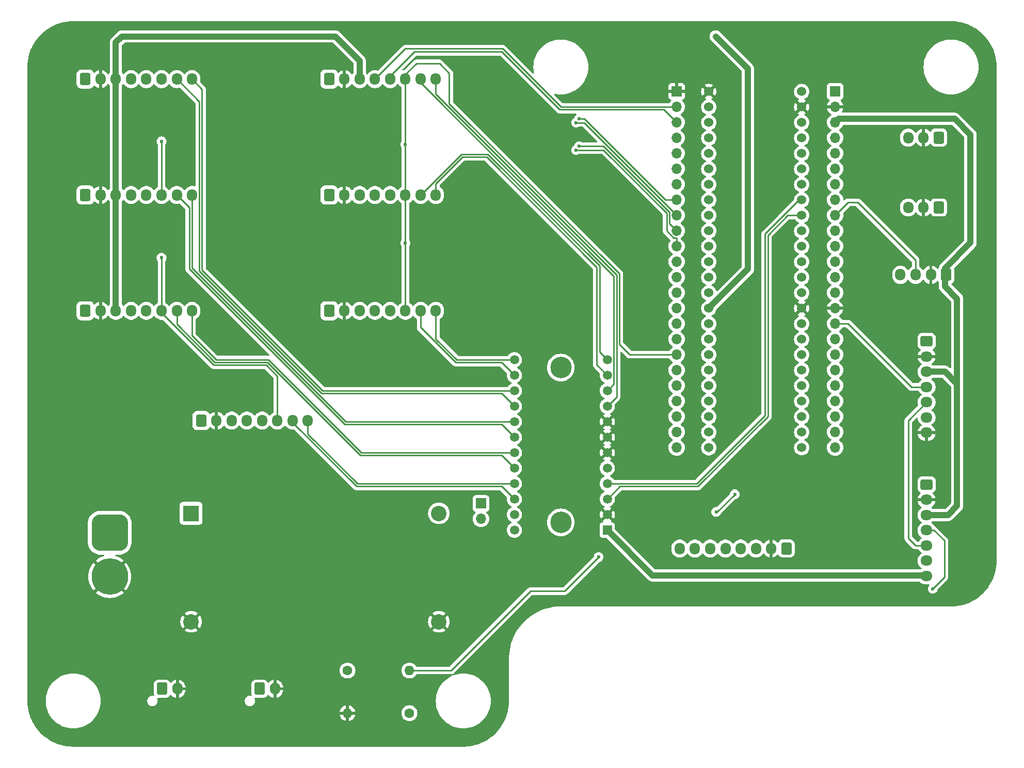
<source format=gbr>
%TF.GenerationSoftware,KiCad,Pcbnew,8.0.0*%
%TF.CreationDate,2025-07-10T12:46:30-06:00*%
%TF.ProjectId,Motherboard,4d6f7468-6572-4626-9f61-72642e6b6963,A*%
%TF.SameCoordinates,Original*%
%TF.FileFunction,Copper,L2,Bot*%
%TF.FilePolarity,Positive*%
%FSLAX46Y46*%
G04 Gerber Fmt 4.6, Leading zero omitted, Abs format (unit mm)*
G04 Created by KiCad (PCBNEW 8.0.0) date 2025-07-10 12:46:30*
%MOMM*%
%LPD*%
G01*
G04 APERTURE LIST*
G04 Aperture macros list*
%AMRoundRect*
0 Rectangle with rounded corners*
0 $1 Rounding radius*
0 $2 $3 $4 $5 $6 $7 $8 $9 X,Y pos of 4 corners*
0 Add a 4 corners polygon primitive as box body*
4,1,4,$2,$3,$4,$5,$6,$7,$8,$9,$2,$3,0*
0 Add four circle primitives for the rounded corners*
1,1,$1+$1,$2,$3*
1,1,$1+$1,$4,$5*
1,1,$1+$1,$6,$7*
1,1,$1+$1,$8,$9*
0 Add four rect primitives between the rounded corners*
20,1,$1+$1,$2,$3,$4,$5,0*
20,1,$1+$1,$4,$5,$6,$7,0*
20,1,$1+$1,$6,$7,$8,$9,0*
20,1,$1+$1,$8,$9,$2,$3,0*%
G04 Aperture macros list end*
%TA.AperFunction,ComponentPad*%
%ADD10RoundRect,0.250000X-0.725000X0.600000X-0.725000X-0.600000X0.725000X-0.600000X0.725000X0.600000X0*%
%TD*%
%TA.AperFunction,ComponentPad*%
%ADD11O,1.950000X1.700000*%
%TD*%
%TA.AperFunction,ComponentPad*%
%ADD12O,1.700000X1.700000*%
%TD*%
%TA.AperFunction,ComponentPad*%
%ADD13R,1.700000X1.700000*%
%TD*%
%TA.AperFunction,ComponentPad*%
%ADD14RoundRect,0.250000X-0.600000X-0.725000X0.600000X-0.725000X0.600000X0.725000X-0.600000X0.725000X0*%
%TD*%
%TA.AperFunction,ComponentPad*%
%ADD15O,1.700000X1.950000*%
%TD*%
%TA.AperFunction,ComponentPad*%
%ADD16C,1.600000*%
%TD*%
%TA.AperFunction,ComponentPad*%
%ADD17O,1.600000X1.600000*%
%TD*%
%TA.AperFunction,ComponentPad*%
%ADD18C,1.524000*%
%TD*%
%TA.AperFunction,ComponentPad*%
%ADD19RoundRect,0.250000X0.600000X0.725000X-0.600000X0.725000X-0.600000X-0.725000X0.600000X-0.725000X0*%
%TD*%
%TA.AperFunction,ComponentPad*%
%ADD20RoundRect,0.250000X-0.600000X-0.750000X0.600000X-0.750000X0.600000X0.750000X-0.600000X0.750000X0*%
%TD*%
%TA.AperFunction,ComponentPad*%
%ADD21O,1.700000X2.000000*%
%TD*%
%TA.AperFunction,ComponentPad*%
%ADD22R,1.508000X1.508000*%
%TD*%
%TA.AperFunction,ComponentPad*%
%ADD23C,1.508000*%
%TD*%
%TA.AperFunction,ComponentPad*%
%ADD24C,3.516000*%
%TD*%
%TA.AperFunction,ComponentPad*%
%ADD25RoundRect,1.500000X-1.500000X1.500000X-1.500000X-1.500000X1.500000X-1.500000X1.500000X1.500000X0*%
%TD*%
%TA.AperFunction,ComponentPad*%
%ADD26C,6.000000*%
%TD*%
%TA.AperFunction,ComponentPad*%
%ADD27R,2.540000X2.540000*%
%TD*%
%TA.AperFunction,ComponentPad*%
%ADD28C,2.540000*%
%TD*%
%TA.AperFunction,ViaPad*%
%ADD29C,1.200000*%
%TD*%
%TA.AperFunction,ViaPad*%
%ADD30C,0.600000*%
%TD*%
%TA.AperFunction,ViaPad*%
%ADD31C,1.000000*%
%TD*%
%TA.AperFunction,Conductor*%
%ADD32C,0.250000*%
%TD*%
%TA.AperFunction,Conductor*%
%ADD33C,1.000000*%
%TD*%
G04 APERTURE END LIST*
D10*
%TO.P,J1,1,5V*%
%TO.N,+5V*%
X215249999Y-98000000D03*
D11*
%TO.P,J1,2,GND*%
%TO.N,GND*%
X215249999Y-100500000D03*
%TO.P,J1,3,3.3V*%
%TO.N,+3.3V*%
X215249999Y-103000000D03*
%TO.P,J1,4,LED*%
%TO.N,LED1*%
X215249999Y-105500000D03*
%TO.P,J1,5,SDA*%
%TO.N,SDA*%
X215249999Y-108000000D03*
%TO.P,J1,6,SCL*%
%TO.N,SCL*%
X215249999Y-110500000D03*
%TO.P,J1,7,ADDR*%
%TO.N,GND*%
X215249999Y-113000000D03*
%TD*%
D10*
%TO.P,J2,1,5V*%
%TO.N,+5V*%
X215249999Y-121500000D03*
D11*
%TO.P,J2,2,GND*%
%TO.N,GND*%
X215249999Y-124000000D03*
%TO.P,J2,3,3.3V*%
%TO.N,+3.3V*%
X215249999Y-126500000D03*
%TO.P,J2,4,LED*%
%TO.N,LED2*%
X215249999Y-129000000D03*
%TO.P,J2,5,SDA*%
%TO.N,SDA*%
X215249999Y-131500000D03*
%TO.P,J2,6,SCL*%
%TO.N,SCL*%
X215249999Y-134000000D03*
%TO.P,J2,7,ADDR*%
%TO.N,+3.3V*%
X215249999Y-136500000D03*
%TD*%
D12*
%TO.P,REF\u002A\u002A,2*%
%TO.N,unconnected-(U2-SCL7-Pad24)*%
X142149999Y-127140000D03*
D13*
%TO.P,REF\u002A\u002A,1*%
%TO.N,unconnected-(U2-SDA7-Pad23)*%
X142149999Y-124600000D03*
%TD*%
D14*
%TO.P,J11,1,24V*%
%TO.N,+24V*%
X117249999Y-93000000D03*
D15*
%TO.P,J11,2,GND*%
%TO.N,GND*%
X119749999Y-93000000D03*
%TO.P,J11,3,3.3V*%
%TO.N,+3.3V*%
X122249999Y-93000000D03*
%TO.P,J11,4,STEP*%
%TO.N,F STEP*%
X124749999Y-93000000D03*
%TO.P,J11,5,DIR*%
%TO.N,F DIR*%
X127249999Y-93000000D03*
%TO.P,J11,6,EN*%
%TO.N,MOT EN*%
X129749999Y-93000000D03*
%TO.P,J11,7,SDA*%
%TO.N,F SDA*%
X132249999Y-93000000D03*
%TO.P,J11,8,SCL*%
%TO.N,F SCL*%
X134749999Y-93000000D03*
%TD*%
D14*
%TO.P,J8,1,24V*%
%TO.N,+24V*%
X117249999Y-74000000D03*
D15*
%TO.P,J8,2,GND*%
%TO.N,GND*%
X119749999Y-74000000D03*
%TO.P,J8,3,3.3V*%
%TO.N,+3.3V*%
X122249999Y-74000000D03*
%TO.P,J8,4,STEP*%
%TO.N,R STEP*%
X124749999Y-74000000D03*
%TO.P,J8,5,DIR*%
%TO.N,R DIR*%
X127249999Y-74000000D03*
%TO.P,J8,6,EN*%
%TO.N,MOT EN*%
X129749999Y-74000000D03*
%TO.P,J8,7,SDA*%
%TO.N,R SDA*%
X132249999Y-74000000D03*
%TO.P,J8,8,SCL*%
%TO.N,R SCL*%
X134749999Y-74000000D03*
%TD*%
D16*
%TO.P,R2,1*%
%TO.N,PWR*%
X130409999Y-159000000D03*
D17*
%TO.P,R2,2*%
%TO.N,GND*%
X120249999Y-159000000D03*
%TD*%
D13*
%TO.P,REF\u002A\u002A,1*%
%TO.N,GND*%
X174249999Y-57000000D03*
D12*
%TO.P,REF\u002A\u002A,2*%
%TO.N,U STEP*%
X174249999Y-59540000D03*
%TO.P,REF\u002A\u002A,3*%
%TO.N,U DIR*%
X174249999Y-62080000D03*
%TO.P,REF\u002A\u002A,4*%
%TO.N,R STEP*%
X174249999Y-64620000D03*
%TO.P,REF\u002A\u002A,5*%
%TO.N,R DIR*%
X174249999Y-67160000D03*
%TO.P,REF\u002A\u002A,6*%
%TO.N,F STEP*%
X174249999Y-69700000D03*
%TO.P,REF\u002A\u002A,7*%
%TO.N,F DIR*%
X174249999Y-72240000D03*
%TO.P,REF\u002A\u002A,8*%
%TO.N,D STEP*%
X174249999Y-74780000D03*
%TO.P,REF\u002A\u002A,9*%
%TO.N,D DIR*%
X174249999Y-77320000D03*
%TO.P,REF\u002A\u002A,10*%
%TO.N,L STEP*%
X174249999Y-79860000D03*
%TO.P,REF\u002A\u002A,11*%
%TO.N,L DIR*%
X174249999Y-82400000D03*
%TO.P,REF\u002A\u002A,12*%
%TO.N,DC*%
X174249999Y-84940000D03*
%TO.P,REF\u002A\u002A,13*%
%TO.N,MOSI*%
X174249999Y-87480000D03*
%TO.P,REF\u002A\u002A,14*%
%TO.N,MISO*%
X174249999Y-90020000D03*
%TO.P,REF\u002A\u002A,15*%
%TO.N,+3.3V*%
X174249999Y-92560000D03*
%TO.P,REF\u002A\u002A,16*%
%TO.N,B STEP*%
X174249999Y-95100000D03*
%TO.P,REF\u002A\u002A,17*%
%TO.N,B DIR*%
X174249999Y-97640000D03*
%TO.P,REF\u002A\u002A,18*%
%TO.N,MOT EN*%
X174249999Y-100180000D03*
%TO.P,REF\u002A\u002A,19*%
%TO.N,unconnected-(A1-A13-Pad27)*%
X174249999Y-102720000D03*
%TO.P,REF\u002A\u002A,20*%
%TO.N,RING STEP*%
X174249999Y-105260000D03*
%TO.P,REF\u002A\u002A,21*%
%TO.N,RING DIR*%
X174249999Y-107800000D03*
%TO.P,REF\u002A\u002A,22*%
%TO.N,MUX RST*%
X174249999Y-110340000D03*
%TO.P,REF\u002A\u002A,23*%
%TO.N,unconnected-(A1-D31-Pad31)*%
X174249999Y-112880000D03*
%TO.P,REF\u002A\u002A,24*%
%TO.N,PWR*%
X174249999Y-115420000D03*
%TD*%
D14*
%TO.P,J9,1,24V*%
%TO.N,+24V*%
X77249999Y-74000000D03*
D15*
%TO.P,J9,2,GND*%
%TO.N,GND*%
X79749999Y-74000000D03*
%TO.P,J9,3,3.3V*%
%TO.N,+3.3V*%
X82249999Y-74000000D03*
%TO.P,J9,4,STEP*%
%TO.N,L STEP*%
X84749999Y-74000000D03*
%TO.P,J9,5,DIR*%
%TO.N,L DIR*%
X87249999Y-74000000D03*
%TO.P,J9,6,EN*%
%TO.N,MOT EN*%
X89749999Y-74000000D03*
%TO.P,J9,7,SDA*%
%TO.N,L SDA*%
X92249999Y-74000000D03*
%TO.P,J9,8,SCL*%
%TO.N,L SCL*%
X94749999Y-74000000D03*
%TD*%
D18*
%TO.P,A1,0,D0*%
%TO.N,U STEP*%
X179519999Y-59564000D03*
%TO.P,A1,1,D1*%
%TO.N,U DIR*%
X179519999Y-62104000D03*
%TO.P,A1,2,D2*%
%TO.N,R STEP*%
X179519999Y-64644000D03*
%TO.P,A1,3,D3*%
%TO.N,R DIR*%
X179519999Y-67184000D03*
%TO.P,A1,3V,3.3V*%
%TO.N,+3.3V*%
X179519999Y-92584000D03*
X194759999Y-62104000D03*
%TO.P,A1,4,D4*%
%TO.N,F STEP*%
X179519999Y-69724000D03*
%TO.P,A1,5,D5*%
%TO.N,F DIR*%
X179519999Y-72264000D03*
%TO.P,A1,5V,VIN*%
%TO.N,+5V*%
X194759999Y-57024000D03*
%TO.P,A1,6,D6*%
%TO.N,D STEP*%
X179519999Y-74804000D03*
%TO.P,A1,7,D7*%
%TO.N,D DIR*%
X179519999Y-77344000D03*
%TO.P,A1,8,D8*%
%TO.N,L STEP*%
X179519999Y-79884000D03*
%TO.P,A1,9,D9*%
%TO.N,L DIR*%
X179519999Y-82424000D03*
%TO.P,A1,10,D10/CS*%
%TO.N,DC*%
X179519999Y-84964000D03*
%TO.P,A1,11,D11/MOSI*%
%TO.N,MOSI*%
X179519999Y-87504000D03*
%TO.P,A1,12,D12/MISO*%
%TO.N,MISO*%
X179519999Y-90044000D03*
%TO.P,A1,13,D13/SCK*%
%TO.N,SCK*%
X194759999Y-90044000D03*
%TO.P,A1,14,A0*%
%TO.N,CS*%
X194759999Y-87504000D03*
%TO.P,A1,15,A1*%
%TO.N,TFT_RESET*%
X194759999Y-84964000D03*
%TO.P,A1,16,A2*%
%TO.N,unconnected-(A1-A2-Pad16)*%
X194759999Y-82424000D03*
%TO.P,A1,17,A3*%
%TO.N,unconnected-(A1-A3-Pad17)*%
X194759999Y-79884000D03*
%TO.P,A1,18,A4/SDA*%
%TO.N,SDA*%
X194759999Y-77344000D03*
%TO.P,A1,19,A5/SCL*%
%TO.N,SCL*%
X194759999Y-74804000D03*
%TO.P,A1,20,A6*%
%TO.N,unconnected-(A1-A6-Pad20)*%
X194759999Y-72264000D03*
%TO.P,A1,21,A7*%
%TO.N,unconnected-(A1-A7-Pad21)*%
X194759999Y-69724000D03*
%TO.P,A1,22,A8*%
%TO.N,BOT SERVO*%
X194759999Y-67184000D03*
%TO.P,A1,23,A9*%
%TO.N,TOP SERVO*%
X194759999Y-64644000D03*
%TO.P,A1,24,A10*%
%TO.N,B STEP*%
X179519999Y-95124000D03*
%TO.P,A1,25,A11*%
%TO.N,B DIR*%
X179519999Y-97664000D03*
%TO.P,A1,26,A12*%
%TO.N,MOT EN*%
X179519999Y-100204000D03*
%TO.P,A1,27,A13*%
%TO.N,unconnected-(A1-A13-Pad27)*%
X179519999Y-102744000D03*
%TO.P,A1,28,D28*%
%TO.N,RING STEP*%
X179519999Y-105284000D03*
%TO.P,A1,29,D29*%
%TO.N,RING DIR*%
X179519999Y-107824000D03*
%TO.P,A1,30,D30*%
%TO.N,MUX RST*%
X179519999Y-110364000D03*
%TO.P,A1,31,D31*%
%TO.N,unconnected-(A1-D31-Pad31)*%
X179519999Y-112904000D03*
%TO.P,A1,32,D32*%
%TO.N,PWR*%
X179519999Y-115444000D03*
%TO.P,A1,33,D33*%
%TO.N,unconnected-(A1-D33-Pad33)*%
X194759999Y-115444000D03*
%TO.P,A1,34,D34*%
%TO.N,unconnected-(A1-D34-Pad34)*%
X194759999Y-112904000D03*
%TO.P,A1,35,D35*%
%TO.N,unconnected-(A1-D35-Pad35)*%
X194759999Y-110364000D03*
%TO.P,A1,36,D36*%
%TO.N,unconnected-(A1-D36-Pad36)*%
X194759999Y-107824000D03*
%TO.P,A1,37,D37*%
%TO.N,unconnected-(A1-D37-Pad37)*%
X194759999Y-105284000D03*
%TO.P,A1,38,A14*%
%TO.N,unconnected-(A1-A14-Pad38)*%
X194759999Y-102744000D03*
%TO.P,A1,39,A15*%
%TO.N,unconnected-(A1-A15-Pad39)*%
X194759999Y-100204000D03*
%TO.P,A1,40,A16*%
%TO.N,LED2*%
X194759999Y-97664000D03*
%TO.P,A1,41,A17*%
%TO.N,LED1*%
X194759999Y-95124000D03*
%TO.P,A1,G,GND*%
%TO.N,GND*%
X179519999Y-57024000D03*
X194759999Y-59564000D03*
X194759999Y-92584000D03*
%TD*%
D15*
%TO.P,J4,3,Signal*%
%TO.N,BOT SERVO*%
X212249999Y-76050000D03*
%TO.P,J4,2,GND*%
%TO.N,GND*%
X214749999Y-76050000D03*
D19*
%TO.P,J4,1,5V*%
%TO.N,+5V*%
X217249999Y-76050000D03*
%TD*%
D15*
%TO.P,J17,4,SCL*%
%TO.N,SCL*%
X210949999Y-87100000D03*
%TO.P,J17,3,SDA*%
%TO.N,SDA*%
X213449999Y-87100000D03*
%TO.P,J17,2,GND*%
%TO.N,GND*%
X215949999Y-87100000D03*
D19*
%TO.P,J17,1,3v3*%
%TO.N,+3.3V*%
X218449999Y-87100000D03*
%TD*%
D13*
%TO.P,REF\u002A\u002A,1*%
%TO.N,+5V*%
X200249999Y-57000000D03*
D12*
%TO.P,REF\u002A\u002A,2*%
%TO.N,GND*%
X200249999Y-59540000D03*
%TO.P,REF\u002A\u002A,3*%
%TO.N,+3.3V*%
X200249999Y-62080000D03*
%TO.P,REF\u002A\u002A,4*%
%TO.N,TOP SERVO*%
X200249999Y-64620000D03*
%TO.P,REF\u002A\u002A,5*%
%TO.N,BOT SERVO*%
X200249999Y-67160000D03*
%TO.P,REF\u002A\u002A,6*%
%TO.N,unconnected-(A1-A7-Pad21)*%
X200249999Y-69700000D03*
%TO.P,REF\u002A\u002A,7*%
%TO.N,unconnected-(A1-A6-Pad20)*%
X200249999Y-72240000D03*
%TO.P,REF\u002A\u002A,8*%
%TO.N,SCL*%
X200249999Y-74780000D03*
%TO.P,REF\u002A\u002A,9*%
%TO.N,SDA*%
X200249999Y-77320000D03*
%TO.P,REF\u002A\u002A,10*%
%TO.N,unconnected-(A1-A3-Pad17)*%
X200249999Y-79860000D03*
%TO.P,REF\u002A\u002A,11*%
%TO.N,unconnected-(A1-A2-Pad16)*%
X200249999Y-82400000D03*
%TO.P,REF\u002A\u002A,12*%
%TO.N,TFT_RESET*%
X200249999Y-84940000D03*
%TO.P,REF\u002A\u002A,13*%
%TO.N,CS*%
X200249999Y-87480000D03*
%TO.P,REF\u002A\u002A,14*%
%TO.N,SCK*%
X200249999Y-90020000D03*
%TO.P,REF\u002A\u002A,15*%
%TO.N,GND*%
X200249999Y-92560000D03*
%TO.P,REF\u002A\u002A,16*%
%TO.N,LED1*%
X200249999Y-95100000D03*
%TO.P,REF\u002A\u002A,17*%
%TO.N,LED2*%
X200249999Y-97640000D03*
%TO.P,REF\u002A\u002A,18*%
%TO.N,unconnected-(A1-A15-Pad39)*%
X200249999Y-100180000D03*
%TO.P,REF\u002A\u002A,19*%
%TO.N,unconnected-(A1-A14-Pad38)*%
X200249999Y-102720000D03*
%TO.P,REF\u002A\u002A,20*%
%TO.N,unconnected-(A1-D37-Pad37)*%
X200249999Y-105260000D03*
%TO.P,REF\u002A\u002A,21*%
%TO.N,unconnected-(A1-D36-Pad36)*%
X200249999Y-107800000D03*
%TO.P,REF\u002A\u002A,22*%
%TO.N,unconnected-(A1-D35-Pad35)*%
X200249999Y-110340000D03*
%TO.P,REF\u002A\u002A,23*%
%TO.N,unconnected-(A1-D34-Pad34)*%
X200249999Y-112880000D03*
%TO.P,REF\u002A\u002A,24*%
%TO.N,unconnected-(A1-D33-Pad33)*%
X200249999Y-115420000D03*
%TD*%
D14*
%TO.P,J5,1,24V*%
%TO.N,+24V*%
X117249999Y-55000000D03*
D15*
%TO.P,J5,2,GND*%
%TO.N,GND*%
X119749999Y-55000000D03*
%TO.P,J5,3,3.3V*%
%TO.N,+3.3V*%
X122249999Y-55000000D03*
%TO.P,J5,4,STEP*%
%TO.N,U STEP*%
X124749999Y-55000000D03*
%TO.P,J5,5,DIR*%
%TO.N,U DIR*%
X127249999Y-55000000D03*
%TO.P,J5,6,EN*%
%TO.N,MOT EN*%
X129749999Y-55000000D03*
%TO.P,J5,7,SDA*%
%TO.N,U SDA*%
X132249999Y-55000000D03*
%TO.P,J5,8,SCL*%
%TO.N,U SCL*%
X134749999Y-55000000D03*
%TD*%
D19*
%TO.P,J13,1,5V*%
%TO.N,+5V*%
X192249999Y-132000000D03*
D15*
%TO.P,J13,2,GND*%
%TO.N,GND*%
X189749999Y-132000000D03*
%TO.P,J13,3,RESET*%
%TO.N,TFT_RESET*%
X187249999Y-132000000D03*
%TO.P,J13,4,CS*%
%TO.N,CS*%
X184749999Y-132000000D03*
%TO.P,J13,5,DC*%
%TO.N,DC*%
X182249999Y-132000000D03*
%TO.P,J13,6,MOSI*%
%TO.N,MOSI*%
X179749999Y-132000000D03*
%TO.P,J13,7,MISO*%
%TO.N,MISO*%
X177249999Y-132000000D03*
%TO.P,J13,8,SCK*%
%TO.N,SCK*%
X174749999Y-132000000D03*
%TD*%
D20*
%TO.P,J15,1,5V*%
%TO.N,+5V*%
X89849999Y-155000000D03*
D21*
%TO.P,J15,2,GND*%
%TO.N,GND*%
X92349999Y-155000000D03*
%TD*%
D14*
%TO.P,J7,1,24V*%
%TO.N,+24V*%
X96249999Y-111000000D03*
D15*
%TO.P,J7,2,GND*%
%TO.N,GND*%
X98749999Y-111000000D03*
%TO.P,J7,3,3.3V*%
%TO.N,+3.3V*%
X101249999Y-111000000D03*
%TO.P,J7,4,STEP*%
%TO.N,RING STEP*%
X103749999Y-111000000D03*
%TO.P,J7,5,DIR*%
%TO.N,RING DIR*%
X106249999Y-111000000D03*
%TO.P,J7,6,EN*%
%TO.N,MOT EN*%
X108749999Y-111000000D03*
%TO.P,J7,7,SDA*%
%TO.N,RING SDA*%
X111249999Y-111000000D03*
%TO.P,J7,8,SCL*%
%TO.N,RING SCL*%
X113749999Y-111000000D03*
%TD*%
D19*
%TO.P,J3,1,5V*%
%TO.N,+5V*%
X217249999Y-64600000D03*
D15*
%TO.P,J3,2,GND*%
%TO.N,GND*%
X214749999Y-64600000D03*
%TO.P,J3,3,Signal*%
%TO.N,TOP SERVO*%
X212249999Y-64600000D03*
%TD*%
D22*
%TO.P,U2,1,VIN*%
%TO.N,+3.3V*%
X162869999Y-128970000D03*
D23*
%TO.P,U2,2,GND*%
%TO.N,GND*%
X162869999Y-126430000D03*
%TO.P,U2,3,SDA*%
%TO.N,SDA*%
X162869999Y-123890000D03*
%TO.P,U2,4,SCL*%
%TO.N,SCL*%
X162869999Y-121350000D03*
%TO.P,U2,5,RST*%
%TO.N,MUX RST*%
X162869999Y-118810000D03*
%TO.P,U2,6,A0*%
%TO.N,GND*%
X162869999Y-116270000D03*
%TO.P,U2,7,A1*%
X162869999Y-113730000D03*
%TO.P,U2,8,A2*%
X162869999Y-111190000D03*
%TO.P,U2,9,SDA0*%
%TO.N,U SCL*%
X162869999Y-108650000D03*
%TO.P,U2,10,SCL0*%
%TO.N,U SDA*%
X162869999Y-106110000D03*
%TO.P,U2,11,SDA1*%
%TO.N,R SCL*%
X162869999Y-103570000D03*
%TO.P,U2,12,SCL1*%
%TO.N,R SDA*%
X162869999Y-101030000D03*
%TO.P,U2,13,SDA2*%
%TO.N,F SCL*%
X147629999Y-101030000D03*
%TO.P,U2,14,SCL2*%
%TO.N,F SDA*%
X147629999Y-103570000D03*
%TO.P,U2,15,SDA3*%
%TO.N,D SCL*%
X147629999Y-106110000D03*
%TO.P,U2,16,SCL3*%
%TO.N,D SDA*%
X147629999Y-108650000D03*
%TO.P,U2,17,SDA4*%
%TO.N,L SCL*%
X147629999Y-111190000D03*
%TO.P,U2,18,SCL4*%
%TO.N,L SDA*%
X147629999Y-113730000D03*
%TO.P,U2,19,SDA5*%
%TO.N,B SCL*%
X147629999Y-116270000D03*
%TO.P,U2,20,SCL5*%
%TO.N,B SDA*%
X147629999Y-118810000D03*
%TO.P,U2,21,SDA6*%
%TO.N,RING SCL*%
X147629999Y-121350000D03*
%TO.P,U2,22,SCL6*%
%TO.N,RING SDA*%
X147629999Y-123890000D03*
%TO.P,U2,23,SDA7*%
%TO.N,unconnected-(U2-SDA7-Pad23)*%
X147629999Y-126430000D03*
%TO.P,U2,24,SCL7*%
%TO.N,unconnected-(U2-SCL7-Pad24)*%
X147629999Y-128970000D03*
D24*
%TO.P,U2,P1*%
%TO.N,N/C*%
X155249999Y-127700000D03*
%TO.P,U2,P2*%
X155249999Y-102300000D03*
%TD*%
D20*
%TO.P,J16,1,5V*%
%TO.N,+5V*%
X105849999Y-155000000D03*
D21*
%TO.P,J16,2,GND*%
%TO.N,GND*%
X108349999Y-155000000D03*
%TD*%
D14*
%TO.P,J6,1,24V*%
%TO.N,+24V*%
X77249999Y-55000000D03*
D15*
%TO.P,J6,2,GND*%
%TO.N,GND*%
X79749999Y-55000000D03*
%TO.P,J6,3,3.3V*%
%TO.N,+3.3V*%
X82249999Y-55000000D03*
%TO.P,J6,4,STEP*%
%TO.N,D STEP*%
X84749999Y-55000000D03*
%TO.P,J6,5,DIR*%
%TO.N,D DIR*%
X87249999Y-55000000D03*
%TO.P,J6,6,EN*%
%TO.N,MOT EN*%
X89749999Y-55000000D03*
%TO.P,J6,7,SDA*%
%TO.N,D SDA*%
X92249999Y-55000000D03*
%TO.P,J6,8,SCL*%
%TO.N,D SCL*%
X94749999Y-55000000D03*
%TD*%
D16*
%TO.P,R1,1*%
%TO.N,+5V*%
X120249999Y-152000000D03*
D17*
%TO.P,R1,2*%
%TO.N,PWR*%
X130409999Y-152000000D03*
%TD*%
D14*
%TO.P,J10,1,24V*%
%TO.N,+24V*%
X77249999Y-93000000D03*
D15*
%TO.P,J10,2,GND*%
%TO.N,GND*%
X79749999Y-93000000D03*
%TO.P,J10,3,3.3V*%
%TO.N,+3.3V*%
X82249999Y-93000000D03*
%TO.P,J10,4,STEP*%
%TO.N,B STEP*%
X84749999Y-93000000D03*
%TO.P,J10,5,DIR*%
%TO.N,B DIR*%
X87249999Y-93000000D03*
%TO.P,J10,6,EN*%
%TO.N,MOT EN*%
X89749999Y-93000000D03*
%TO.P,J10,7,SDA*%
%TO.N,B SDA*%
X92249999Y-93000000D03*
%TO.P,J10,8,SCL*%
%TO.N,B SCL*%
X94749999Y-93000000D03*
%TD*%
D25*
%TO.P,J14,1,Pin_1*%
%TO.N,+24V*%
X81249999Y-129400000D03*
D26*
%TO.P,J14,2,Pin_2*%
%TO.N,GND*%
X81249999Y-136600000D03*
%TD*%
D27*
%TO.P,U1,1,Vin*%
%TO.N,+24V*%
X94609999Y-126220000D03*
D28*
%TO.P,U1,2,GND*%
%TO.N,GND*%
X94609999Y-144000000D03*
%TO.P,U1,3,GND*%
X135249999Y-144000000D03*
%TO.P,U1,4,Vout*%
%TO.N,+5V*%
X135249999Y-126220000D03*
%TD*%
D29*
%TO.N,GND*%
X85499999Y-81250000D03*
X85749999Y-62500000D03*
X146999999Y-59250000D03*
D30*
%TO.N,LED2*%
X216249999Y-138600000D03*
%TO.N,PWR*%
X161449999Y-133400000D03*
D31*
%TO.N,+3.3V*%
X180647259Y-47991260D03*
D30*
%TO.N,MOT EN*%
X129749999Y-65700000D03*
X129749999Y-81900000D03*
D31*
%TO.N,+3.3V*%
X82249999Y-66500000D03*
X82249999Y-86000000D03*
D30*
%TO.N,SCK*%
X183774999Y-123100000D03*
X180724999Y-126000000D03*
%TO.N,D DIR*%
X157749999Y-62125000D03*
%TO.N,D STEP*%
X158249999Y-61500000D03*
%TO.N,L STEP*%
X158249999Y-66000000D03*
%TO.N,L DIR*%
X157749999Y-66625000D03*
%TO.N,MOT EN*%
X89749999Y-84300000D03*
X89749999Y-65200000D03*
%TD*%
D32*
%TO.N,U STEP*%
X164999999Y-59540000D02*
X174249999Y-59540000D01*
X155242142Y-59540000D02*
X164999999Y-59540000D01*
D33*
%TO.N,+3.3V*%
X200829999Y-61500000D02*
X200249999Y-62080000D01*
X222449999Y-64100000D02*
X219849999Y-61500000D01*
X222449999Y-81850000D02*
X222449999Y-64100000D01*
X218249999Y-86050000D02*
X222449999Y-81850000D01*
X218249999Y-89000000D02*
X218249999Y-86050000D01*
X220249999Y-91000000D02*
X218249999Y-89000000D01*
X220249999Y-105000000D02*
X220249999Y-91000000D01*
X219849999Y-61500000D02*
X200829999Y-61500000D01*
X122249999Y-52000000D02*
X122249999Y-55000000D01*
X82249999Y-49000000D02*
X83249999Y-48000000D01*
X118249999Y-48000000D02*
X122249999Y-52000000D01*
X82249999Y-55000000D02*
X82249999Y-49000000D01*
X83249999Y-48000000D02*
X118249999Y-48000000D01*
D32*
%TO.N,L SCL*%
X94749999Y-85963604D02*
X94749999Y-74000000D01*
X147629999Y-111190000D02*
X119976395Y-111190000D01*
X119976395Y-111190000D02*
X94749999Y-85963604D01*
%TO.N,L SDA*%
X92249999Y-74000000D02*
X94299999Y-76050000D01*
X94299999Y-76050000D02*
X94299999Y-86150000D01*
X94299999Y-86150000D02*
X119789999Y-111640000D01*
X119789999Y-111640000D02*
X145539999Y-111640000D01*
X145539999Y-111640000D02*
X147629999Y-113730000D01*
%TO.N,B SCL*%
X98686395Y-101000000D02*
X107286395Y-101000000D01*
X94749999Y-93000000D02*
X94749999Y-97063604D01*
X94749999Y-97063604D02*
X98686395Y-101000000D01*
X107286395Y-101000000D02*
X122556395Y-116270000D01*
X122556395Y-116270000D02*
X147629999Y-116270000D01*
%TO.N,B SDA*%
X147629999Y-118810000D02*
X145539999Y-116720000D01*
X145539999Y-116720000D02*
X122369999Y-116720000D01*
X92249999Y-95200000D02*
X92249999Y-93000000D01*
X122369999Y-116720000D02*
X107099999Y-101450000D01*
X98499999Y-101450000D02*
X92249999Y-95200000D01*
X107099999Y-101450000D02*
X98499999Y-101450000D01*
%TO.N,RING SCL*%
X113749999Y-111000000D02*
X113749999Y-113200000D01*
X113749999Y-113200000D02*
X121899999Y-121350000D01*
X121899999Y-121350000D02*
X147629999Y-121350000D01*
%TO.N,RING SDA*%
X121713603Y-121800000D02*
X145539999Y-121800000D01*
X111249999Y-111000000D02*
X111249999Y-111336396D01*
X111249999Y-111336396D02*
X121713603Y-121800000D01*
X145539999Y-121800000D02*
X147629999Y-123890000D01*
%TO.N,LED2*%
X218149999Y-130700000D02*
X218149999Y-136700000D01*
X216449999Y-129000000D02*
X218149999Y-130700000D01*
X218149999Y-136700000D02*
X216249999Y-138600000D01*
X215249999Y-129000000D02*
X216449999Y-129000000D01*
%TO.N,SDA*%
X212249999Y-130300000D02*
X212249999Y-111000000D01*
X215249999Y-131500000D02*
X213449999Y-131500000D01*
X213449999Y-131500000D02*
X212249999Y-130300000D01*
X212249999Y-111000000D02*
X215249999Y-108000000D01*
%TO.N,LED1*%
X202349999Y-95100000D02*
X200249999Y-95100000D01*
X212749999Y-105500000D02*
X202349999Y-95100000D01*
X215249999Y-105500000D02*
X212749999Y-105500000D01*
%TO.N,SDA*%
X189199999Y-110350000D02*
X189199999Y-80586396D01*
X162869999Y-123890000D02*
X164959999Y-121800000D01*
X177749999Y-121800000D02*
X189199999Y-110350000D01*
X164959999Y-121800000D02*
X177749999Y-121800000D01*
X202369999Y-75200000D02*
X200249999Y-77320000D01*
X203949999Y-75200000D02*
X202369999Y-75200000D01*
X213449999Y-87100000D02*
X213449999Y-84700000D01*
X213449999Y-84700000D02*
X203949999Y-75200000D01*
%TO.N,PWR*%
X155849999Y-139000000D02*
X153349999Y-139000000D01*
X153349999Y-139000000D02*
X150249999Y-139000000D01*
X161449999Y-133400000D02*
X155849999Y-139000000D01*
%TO.N,MOT EN*%
X129749999Y-54200000D02*
X129749999Y-55000000D01*
X135349999Y-52400000D02*
X131549999Y-52400000D01*
X131549999Y-52400000D02*
X129749999Y-54200000D01*
X136949999Y-54000000D02*
X135349999Y-52400000D01*
X164848999Y-98499000D02*
X164848999Y-86926208D01*
X166529999Y-100180000D02*
X164848999Y-98499000D01*
X164848999Y-86926208D02*
X136949999Y-59027208D01*
X174249999Y-100180000D02*
X166529999Y-100180000D01*
X136949999Y-59027208D02*
X136949999Y-54000000D01*
D33*
%TO.N,+3.3V*%
X185949999Y-53294000D02*
X180647259Y-47991260D01*
X179519999Y-92584000D02*
X185949999Y-86154000D01*
X185949999Y-86154000D02*
X185949999Y-53294000D01*
D32*
%TO.N,MOT EN*%
X129749999Y-74000000D02*
X129749999Y-65700000D01*
X129749999Y-65700000D02*
X129749999Y-55000000D01*
X129749999Y-81900000D02*
X129749999Y-74000000D01*
X129749999Y-93000000D02*
X129749999Y-81900000D01*
D33*
%TO.N,+3.3V*%
X215149999Y-136400000D02*
X215249999Y-136500000D01*
X170299999Y-136400000D02*
X215149999Y-136400000D01*
X162869999Y-128970000D02*
X170299999Y-136400000D01*
D32*
%TO.N,SDA*%
X192442395Y-77344000D02*
X194759999Y-77344000D01*
X189199999Y-80586396D02*
X192442395Y-77344000D01*
%TO.N,SCL*%
X194345999Y-74804000D02*
X194759999Y-74804000D01*
X188749999Y-110163604D02*
X188749999Y-80400000D01*
X177563603Y-121350000D02*
X188749999Y-110163604D01*
X188749999Y-80400000D02*
X194345999Y-74804000D01*
X162869999Y-121350000D02*
X177563603Y-121350000D01*
%TO.N,PWR*%
X137249999Y-152000000D02*
X130409999Y-152000000D01*
X150249999Y-139000000D02*
X137249999Y-152000000D01*
X179519999Y-115444000D02*
X179519999Y-116130000D01*
%TO.N,D SDA*%
X95924999Y-58675000D02*
X92249999Y-55000000D01*
X115982791Y-106560000D02*
X95924999Y-86502208D01*
X145539999Y-106560000D02*
X115982791Y-106560000D01*
X147629999Y-108650000D02*
X145539999Y-106560000D01*
X95924999Y-86502208D02*
X95924999Y-58675000D01*
%TO.N,D SCL*%
X96374999Y-86315812D02*
X96374999Y-56625000D01*
X96374999Y-56625000D02*
X94749999Y-55000000D01*
X147629999Y-106110000D02*
X116169187Y-106110000D01*
X116169187Y-106110000D02*
X96374999Y-86315812D01*
%TO.N,MOT EN*%
X98313603Y-101900000D02*
X89749999Y-93336396D01*
X108749999Y-103736396D02*
X106913603Y-101900000D01*
X108749999Y-111000000D02*
X108749999Y-103736396D01*
X106913603Y-101900000D02*
X98313603Y-101900000D01*
X89749999Y-93336396D02*
X89749999Y-93000000D01*
X89749999Y-74000000D02*
X89749999Y-65200000D01*
D33*
%TO.N,+3.3V*%
X82249999Y-66500000D02*
X82249999Y-67000000D01*
X82249999Y-55000000D02*
X82249999Y-66500000D01*
D32*
%TO.N,MOT EN*%
X89749999Y-93000000D02*
X89749999Y-84300000D01*
%TO.N,R SCL*%
X161149999Y-101850000D02*
X162869999Y-103570000D01*
X161149999Y-85836396D02*
X161149999Y-101850000D01*
X143063603Y-67750000D02*
X161149999Y-85836396D01*
X134749999Y-72136396D02*
X139136395Y-67750000D01*
X139136395Y-67750000D02*
X143063603Y-67750000D01*
X134749999Y-74000000D02*
X134749999Y-72136396D01*
%TO.N,R SDA*%
X161599999Y-99760000D02*
X162869999Y-101030000D01*
X143249999Y-67300000D02*
X161599999Y-85650000D01*
X138949999Y-67300000D02*
X143249999Y-67300000D01*
X161599999Y-85650000D02*
X161599999Y-99760000D01*
X132249999Y-74000000D02*
X138949999Y-67300000D01*
%TO.N,F SDA*%
X145539999Y-101480000D02*
X147629999Y-103570000D01*
X137993603Y-101480000D02*
X145539999Y-101480000D01*
X132249999Y-95736396D02*
X137993603Y-101480000D01*
X132249999Y-93000000D02*
X132249999Y-95736396D01*
%TO.N,F SCL*%
X138179999Y-101030000D02*
X147629999Y-101030000D01*
X134749999Y-97600000D02*
X138179999Y-101030000D01*
X134749999Y-93000000D02*
X134749999Y-97600000D01*
%TO.N,U SCL*%
X164398999Y-107121000D02*
X162869999Y-108650000D01*
X164398999Y-87112604D02*
X164398999Y-107121000D01*
X134749999Y-57463604D02*
X164398999Y-87112604D01*
X134749999Y-55000000D02*
X134749999Y-57463604D01*
%TO.N,U SDA*%
X163948999Y-105031000D02*
X162869999Y-106110000D01*
X163948999Y-87299000D02*
X163948999Y-105031000D01*
X132249999Y-55600000D02*
X163948999Y-87299000D01*
X132249999Y-55000000D02*
X132249999Y-55600000D01*
%TO.N,SCK*%
X180724999Y-126000000D02*
X180874999Y-126000000D01*
X180874999Y-126000000D02*
X183774999Y-123100000D01*
%TO.N,U DIR*%
X145565746Y-50500000D02*
X155065746Y-60000000D01*
X155065746Y-60000000D02*
X172169999Y-60000000D01*
X127249999Y-54500000D02*
X131249999Y-50500000D01*
X172169999Y-60000000D02*
X174249999Y-62080000D01*
X131249999Y-50500000D02*
X145565746Y-50500000D01*
%TO.N,U STEP*%
X129749999Y-50000000D02*
X145702142Y-50000000D01*
X124749999Y-55000000D02*
X129749999Y-50000000D01*
X145702142Y-50000000D02*
X155242142Y-59540000D01*
%TO.N,D DIR*%
X159054999Y-62125000D02*
X174249999Y-77320000D01*
X157749999Y-62125000D02*
X159054999Y-62125000D01*
%TO.N,D STEP*%
X158249999Y-61500000D02*
X159066395Y-61500000D01*
X159066395Y-61500000D02*
X172346395Y-74780000D01*
X172346395Y-74780000D02*
X174249999Y-74780000D01*
%TO.N,L STEP*%
X173074999Y-76825000D02*
X173074999Y-78685000D01*
X162249999Y-66000000D02*
X158249999Y-66000000D01*
X173074999Y-78685000D02*
X174249999Y-79860000D01*
X162249999Y-66000000D02*
X173074999Y-76825000D01*
%TO.N,L DIR*%
X174249999Y-82400000D02*
X174249999Y-81035000D01*
X172624999Y-79896701D02*
X172624999Y-77011396D01*
X173763298Y-81035000D02*
X172624999Y-79896701D01*
X174249999Y-81035000D02*
X173763298Y-81035000D01*
X172624999Y-77011396D02*
X162238603Y-66625000D01*
X162238603Y-66625000D02*
X157749999Y-66625000D01*
D33*
%TO.N,+3.3V*%
X82249999Y-86000000D02*
X82249999Y-93000000D01*
X82249999Y-74000000D02*
X82249999Y-86000000D01*
X218249999Y-103000000D02*
X220249999Y-105000000D01*
X220249999Y-125000000D02*
X220249999Y-105000000D01*
X215249999Y-103000000D02*
X218249999Y-103000000D01*
X218749999Y-126500000D02*
X220249999Y-125000000D01*
X215249999Y-126500000D02*
X218749999Y-126500000D01*
X82249999Y-67000000D02*
X82249999Y-74000000D01*
%TD*%
%TA.AperFunction,Conductor*%
%TO.N,GND*%
G36*
X217851256Y-104020185D02*
G01*
X217871898Y-104036819D01*
X219213180Y-105378101D01*
X219246665Y-105439424D01*
X219249499Y-105465782D01*
X219249499Y-124534217D01*
X219229814Y-124601256D01*
X219213180Y-124621898D01*
X218371898Y-125463181D01*
X218310575Y-125496666D01*
X218284217Y-125499500D01*
X216335199Y-125499500D01*
X216268160Y-125479815D01*
X216255632Y-125470506D01*
X216089780Y-125350008D01*
X216047114Y-125294678D01*
X216041135Y-125225065D01*
X216073740Y-125163270D01*
X216089780Y-125149371D01*
X216254465Y-125029721D01*
X216404722Y-124879464D01*
X216404726Y-124879459D01*
X216529619Y-124707557D01*
X216626094Y-124518217D01*
X216691756Y-124316129D01*
X216691756Y-124316126D01*
X216702230Y-124250000D01*
X215654145Y-124250000D01*
X215692629Y-124183343D01*
X215724999Y-124062535D01*
X215724999Y-123937465D01*
X215692629Y-123816657D01*
X215654145Y-123750000D01*
X216702230Y-123750000D01*
X216691756Y-123683873D01*
X216691756Y-123683870D01*
X216626094Y-123481782D01*
X216529619Y-123292442D01*
X216404726Y-123120540D01*
X216404722Y-123120535D01*
X216265855Y-122981668D01*
X216232370Y-122920345D01*
X216237354Y-122850653D01*
X216279226Y-122794720D01*
X216288440Y-122788448D01*
X216294330Y-122784814D01*
X216294333Y-122784814D01*
X216443655Y-122692712D01*
X216567711Y-122568656D01*
X216659813Y-122419334D01*
X216714998Y-122252797D01*
X216725499Y-122150009D01*
X216725498Y-120849992D01*
X216714998Y-120747203D01*
X216659813Y-120580666D01*
X216567711Y-120431344D01*
X216443655Y-120307288D01*
X216294333Y-120215186D01*
X216127796Y-120160001D01*
X216127794Y-120160000D01*
X216025009Y-120149500D01*
X214474997Y-120149500D01*
X214474980Y-120149501D01*
X214372202Y-120160000D01*
X214372199Y-120160001D01*
X214205667Y-120215185D01*
X214205662Y-120215187D01*
X214056341Y-120307289D01*
X213932288Y-120431342D01*
X213840186Y-120580663D01*
X213840185Y-120580666D01*
X213785000Y-120747203D01*
X213785000Y-120747204D01*
X213784999Y-120747204D01*
X213774499Y-120849983D01*
X213774499Y-122150001D01*
X213774500Y-122150018D01*
X213784999Y-122252796D01*
X213785000Y-122252799D01*
X213840184Y-122419331D01*
X213840186Y-122419336D01*
X213856130Y-122445185D01*
X213922097Y-122552136D01*
X213932288Y-122568657D01*
X214056343Y-122692712D01*
X214211557Y-122788448D01*
X214258282Y-122840396D01*
X214269505Y-122909358D01*
X214241662Y-122973441D01*
X214234143Y-122981668D01*
X214095270Y-123120541D01*
X213970378Y-123292442D01*
X213873903Y-123481782D01*
X213808241Y-123683870D01*
X213808241Y-123683873D01*
X213797768Y-123750000D01*
X214845853Y-123750000D01*
X214807369Y-123816657D01*
X214774999Y-123937465D01*
X214774999Y-124062535D01*
X214807369Y-124183343D01*
X214845853Y-124250000D01*
X213797768Y-124250000D01*
X213808241Y-124316126D01*
X213808241Y-124316129D01*
X213873903Y-124518217D01*
X213970378Y-124707557D01*
X214095271Y-124879459D01*
X214095275Y-124879464D01*
X214245534Y-125029723D01*
X214245539Y-125029727D01*
X214410217Y-125149372D01*
X214452883Y-125204701D01*
X214458862Y-125274315D01*
X214426257Y-125336110D01*
X214410217Y-125350008D01*
X214245213Y-125469890D01*
X214245208Y-125469894D01*
X214094889Y-125620213D01*
X213969950Y-125792179D01*
X213873443Y-125981585D01*
X213807752Y-126183760D01*
X213774499Y-126393713D01*
X213774499Y-126606287D01*
X213781213Y-126648675D01*
X213806061Y-126805565D01*
X213807753Y-126816243D01*
X213864322Y-126990345D01*
X213873443Y-127018414D01*
X213969950Y-127207820D01*
X214094889Y-127379786D01*
X214245208Y-127530105D01*
X214245213Y-127530109D01*
X214409792Y-127649682D01*
X214452458Y-127705011D01*
X214458437Y-127774625D01*
X214425832Y-127836420D01*
X214409792Y-127850318D01*
X214245213Y-127969890D01*
X214245208Y-127969894D01*
X214094889Y-128120213D01*
X213969950Y-128292179D01*
X213873443Y-128481585D01*
X213807752Y-128683760D01*
X213784327Y-128831663D01*
X213774499Y-128893713D01*
X213774499Y-129106287D01*
X213807753Y-129316243D01*
X213835197Y-129400708D01*
X213873443Y-129518414D01*
X213969950Y-129707820D01*
X214094889Y-129879786D01*
X214245208Y-130030105D01*
X214245213Y-130030109D01*
X214409792Y-130149682D01*
X214452458Y-130205011D01*
X214458437Y-130274625D01*
X214425832Y-130336420D01*
X214409792Y-130350318D01*
X214245213Y-130469890D01*
X214245208Y-130469894D01*
X214094889Y-130620213D01*
X213969949Y-130792180D01*
X213962502Y-130806797D01*
X213914526Y-130857592D01*
X213852018Y-130874500D01*
X213760451Y-130874500D01*
X213693412Y-130854815D01*
X213672770Y-130838181D01*
X212911818Y-130077229D01*
X212878333Y-130015906D01*
X212875499Y-129989548D01*
X212875499Y-111310451D01*
X212895184Y-111243412D01*
X212911814Y-111222774D01*
X213568753Y-110565834D01*
X213630076Y-110532350D01*
X213699768Y-110537334D01*
X213755701Y-110579206D01*
X213778907Y-110634118D01*
X213805760Y-110803664D01*
X213807753Y-110816243D01*
X213873254Y-111017834D01*
X213873443Y-111018414D01*
X213969950Y-111207820D01*
X214094889Y-111379786D01*
X214245208Y-111530105D01*
X214245213Y-111530109D01*
X214410217Y-111649991D01*
X214452883Y-111705320D01*
X214458862Y-111774934D01*
X214426257Y-111836729D01*
X214410217Y-111850627D01*
X214245539Y-111970272D01*
X214245534Y-111970276D01*
X214095275Y-112120535D01*
X214095271Y-112120540D01*
X213970378Y-112292442D01*
X213873903Y-112481782D01*
X213808241Y-112683870D01*
X213808241Y-112683873D01*
X213797768Y-112750000D01*
X214845853Y-112750000D01*
X214807369Y-112816657D01*
X214774999Y-112937465D01*
X214774999Y-113062535D01*
X214807369Y-113183343D01*
X214845853Y-113250000D01*
X213797768Y-113250000D01*
X213808241Y-113316126D01*
X213808241Y-113316129D01*
X213873903Y-113518217D01*
X213970378Y-113707557D01*
X214095271Y-113879459D01*
X214095275Y-113879464D01*
X214245534Y-114029723D01*
X214245539Y-114029727D01*
X214417441Y-114154620D01*
X214606781Y-114251095D01*
X214808871Y-114316757D01*
X214999999Y-114347029D01*
X214999999Y-113404145D01*
X215066656Y-113442630D01*
X215187464Y-113475000D01*
X215312534Y-113475000D01*
X215433342Y-113442630D01*
X215499999Y-113404145D01*
X215499999Y-114347028D01*
X215691126Y-114316757D01*
X215893216Y-114251095D01*
X216082556Y-114154620D01*
X216254458Y-114029727D01*
X216254463Y-114029723D01*
X216404722Y-113879464D01*
X216404726Y-113879459D01*
X216529619Y-113707557D01*
X216626094Y-113518217D01*
X216691756Y-113316129D01*
X216691756Y-113316126D01*
X216702230Y-113250000D01*
X215654145Y-113250000D01*
X215692629Y-113183343D01*
X215724999Y-113062535D01*
X215724999Y-112937465D01*
X215692629Y-112816657D01*
X215654145Y-112750000D01*
X216702230Y-112750000D01*
X216691756Y-112683873D01*
X216691756Y-112683870D01*
X216626094Y-112481782D01*
X216529619Y-112292442D01*
X216404726Y-112120540D01*
X216404722Y-112120535D01*
X216254463Y-111970276D01*
X216254458Y-111970272D01*
X216089780Y-111850627D01*
X216047114Y-111795297D01*
X216041135Y-111725684D01*
X216073740Y-111663889D01*
X216089775Y-111649994D01*
X216254791Y-111530104D01*
X216405103Y-111379792D01*
X216405105Y-111379788D01*
X216405108Y-111379786D01*
X216530047Y-111207820D01*
X216530046Y-111207820D01*
X216530050Y-111207816D01*
X216626556Y-111018412D01*
X216692245Y-110816243D01*
X216725499Y-110606287D01*
X216725499Y-110393713D01*
X216692245Y-110183757D01*
X216626556Y-109981588D01*
X216530050Y-109792184D01*
X216530048Y-109792181D01*
X216530047Y-109792179D01*
X216405108Y-109620213D01*
X216254791Y-109469896D01*
X216240416Y-109459452D01*
X216090203Y-109350316D01*
X216047539Y-109294989D01*
X216041560Y-109225376D01*
X216074165Y-109163580D01*
X216090198Y-109149686D01*
X216254791Y-109030104D01*
X216405103Y-108879792D01*
X216405105Y-108879788D01*
X216405108Y-108879786D01*
X216530047Y-108707820D01*
X216530046Y-108707820D01*
X216530050Y-108707816D01*
X216626556Y-108518412D01*
X216692245Y-108316243D01*
X216725499Y-108106287D01*
X216725499Y-107893713D01*
X216692245Y-107683757D01*
X216626556Y-107481588D01*
X216530050Y-107292184D01*
X216530048Y-107292181D01*
X216530047Y-107292179D01*
X216405108Y-107120213D01*
X216254791Y-106969896D01*
X216197947Y-106928597D01*
X216090203Y-106850316D01*
X216047539Y-106794989D01*
X216041560Y-106725376D01*
X216074165Y-106663580D01*
X216090198Y-106649686D01*
X216254791Y-106530104D01*
X216405103Y-106379792D01*
X216405105Y-106379788D01*
X216405108Y-106379786D01*
X216530047Y-106207820D01*
X216530048Y-106207819D01*
X216530050Y-106207816D01*
X216626556Y-106018412D01*
X216692245Y-105816243D01*
X216725499Y-105606287D01*
X216725499Y-105393713D01*
X216692245Y-105183757D01*
X216626556Y-104981588D01*
X216530050Y-104792184D01*
X216530048Y-104792181D01*
X216530047Y-104792179D01*
X216405108Y-104620213D01*
X216254791Y-104469896D01*
X216254077Y-104469377D01*
X216090203Y-104350316D01*
X216047539Y-104294989D01*
X216041560Y-104225376D01*
X216074165Y-104163580D01*
X216090198Y-104149686D01*
X216254791Y-104030104D01*
X216254791Y-104030103D01*
X216258733Y-104027240D01*
X216259363Y-104028108D01*
X216318418Y-104001641D01*
X216335199Y-104000500D01*
X217784217Y-104000500D01*
X217851256Y-104020185D01*
G37*
%TD.AperFunction*%
%TA.AperFunction,Conductor*%
G36*
X117851256Y-49020185D02*
G01*
X117871898Y-49036819D01*
X121213180Y-52378101D01*
X121246665Y-52439424D01*
X121249499Y-52465782D01*
X121249499Y-53914800D01*
X121229814Y-53981839D01*
X121220504Y-53994367D01*
X121100007Y-54160218D01*
X121044677Y-54202884D01*
X120975064Y-54208863D01*
X120913269Y-54176257D01*
X120899371Y-54160218D01*
X120779726Y-53995540D01*
X120779722Y-53995535D01*
X120629463Y-53845276D01*
X120629458Y-53845272D01*
X120457556Y-53720379D01*
X120268214Y-53623903D01*
X120066123Y-53558241D01*
X119999999Y-53547768D01*
X119999999Y-54595854D01*
X119933342Y-54557370D01*
X119812534Y-54525000D01*
X119687464Y-54525000D01*
X119566656Y-54557370D01*
X119499999Y-54595854D01*
X119499999Y-53547768D01*
X119499998Y-53547768D01*
X119433874Y-53558241D01*
X119231783Y-53623903D01*
X119042441Y-53720379D01*
X118870540Y-53845271D01*
X118802553Y-53913258D01*
X118741229Y-53946742D01*
X118671538Y-53941757D01*
X118615604Y-53899886D01*
X118603784Y-53880670D01*
X118570842Y-53814249D01*
X118570841Y-53814248D01*
X118570841Y-53814247D01*
X118495042Y-53719950D01*
X118454939Y-53670059D01*
X118332862Y-53571931D01*
X118310752Y-53554158D01*
X118310750Y-53554157D01*
X118310749Y-53554156D01*
X118145022Y-53471964D01*
X118145020Y-53471963D01*
X117965496Y-53427317D01*
X117965500Y-53427317D01*
X117934338Y-53425204D01*
X117923953Y-53424500D01*
X116576045Y-53424500D01*
X116564176Y-53425304D01*
X116534499Y-53427317D01*
X116354977Y-53471963D01*
X116354975Y-53471964D01*
X116189248Y-53554156D01*
X116045058Y-53670059D01*
X115929155Y-53814249D01*
X115846963Y-53979976D01*
X115846962Y-53979978D01*
X115802316Y-54159500D01*
X115799499Y-54201048D01*
X115799499Y-55798951D01*
X115802316Y-55840499D01*
X115846962Y-56020021D01*
X115846963Y-56020023D01*
X115929155Y-56185750D01*
X116045058Y-56329940D01*
X116108728Y-56381119D01*
X116189246Y-56445842D01*
X116354978Y-56528037D01*
X116534500Y-56572682D01*
X116534501Y-56572682D01*
X116534504Y-56572683D01*
X116576045Y-56575500D01*
X116576047Y-56575500D01*
X117923951Y-56575500D01*
X117923953Y-56575500D01*
X117965494Y-56572683D01*
X118145020Y-56528037D01*
X118310752Y-56445842D01*
X118454939Y-56329940D01*
X118570841Y-56185753D01*
X118603785Y-56119326D01*
X118651204Y-56068016D01*
X118718839Y-56050486D01*
X118785214Y-56072306D01*
X118802553Y-56086742D01*
X118870534Y-56154723D01*
X118870539Y-56154727D01*
X119042441Y-56279620D01*
X119231781Y-56376095D01*
X119433870Y-56441757D01*
X119499999Y-56452231D01*
X119499999Y-55404145D01*
X119566656Y-55442630D01*
X119687464Y-55475000D01*
X119812534Y-55475000D01*
X119933342Y-55442630D01*
X119999999Y-55404145D01*
X119999999Y-56452230D01*
X120066125Y-56441757D01*
X120066128Y-56441757D01*
X120268216Y-56376095D01*
X120457556Y-56279620D01*
X120629458Y-56154727D01*
X120629463Y-56154723D01*
X120779720Y-56004466D01*
X120899370Y-55839781D01*
X120954700Y-55797115D01*
X121024313Y-55791136D01*
X121086109Y-55823741D01*
X121100007Y-55839781D01*
X121219889Y-56004785D01*
X121219893Y-56004790D01*
X121370212Y-56155109D01*
X121542178Y-56280048D01*
X121542180Y-56280049D01*
X121542183Y-56280051D01*
X121731587Y-56376557D01*
X121933756Y-56442246D01*
X122143712Y-56475500D01*
X122143713Y-56475500D01*
X122356285Y-56475500D01*
X122356286Y-56475500D01*
X122566242Y-56442246D01*
X122768411Y-56376557D01*
X122957815Y-56280051D01*
X123012046Y-56240650D01*
X123129785Y-56155109D01*
X123129787Y-56155106D01*
X123129791Y-56155104D01*
X123280103Y-56004792D01*
X123399682Y-55840204D01*
X123455010Y-55797540D01*
X123524623Y-55791561D01*
X123586419Y-55824166D01*
X123600312Y-55840199D01*
X123696258Y-55972258D01*
X123719895Y-56004792D01*
X123870212Y-56155109D01*
X124042178Y-56280048D01*
X124042180Y-56280049D01*
X124042183Y-56280051D01*
X124231587Y-56376557D01*
X124433756Y-56442246D01*
X124643712Y-56475500D01*
X124643713Y-56475500D01*
X124856285Y-56475500D01*
X124856286Y-56475500D01*
X125066242Y-56442246D01*
X125268411Y-56376557D01*
X125457815Y-56280051D01*
X125512046Y-56240650D01*
X125629785Y-56155109D01*
X125629787Y-56155106D01*
X125629791Y-56155104D01*
X125780103Y-56004792D01*
X125899682Y-55840204D01*
X125955010Y-55797540D01*
X126024623Y-55791561D01*
X126086419Y-55824166D01*
X126100312Y-55840199D01*
X126196258Y-55972258D01*
X126219895Y-56004792D01*
X126370212Y-56155109D01*
X126542178Y-56280048D01*
X126542180Y-56280049D01*
X126542183Y-56280051D01*
X126731587Y-56376557D01*
X126933756Y-56442246D01*
X127143712Y-56475500D01*
X127143713Y-56475500D01*
X127356285Y-56475500D01*
X127356286Y-56475500D01*
X127566242Y-56442246D01*
X127768411Y-56376557D01*
X127957815Y-56280051D01*
X128012046Y-56240650D01*
X128129785Y-56155109D01*
X128129787Y-56155106D01*
X128129791Y-56155104D01*
X128280103Y-56004792D01*
X128399682Y-55840204D01*
X128455010Y-55797540D01*
X128524623Y-55791561D01*
X128586419Y-55824166D01*
X128600312Y-55840199D01*
X128696258Y-55972258D01*
X128719895Y-56004792D01*
X128870212Y-56155109D01*
X129042180Y-56280050D01*
X129056791Y-56287494D01*
X129107588Y-56335467D01*
X129124499Y-56397980D01*
X129124499Y-65155145D01*
X129105493Y-65221117D01*
X129024210Y-65350476D01*
X128964630Y-65520745D01*
X128964629Y-65520750D01*
X128944434Y-65699996D01*
X128944434Y-65700003D01*
X128964629Y-65879249D01*
X128964630Y-65879254D01*
X129024210Y-66049524D01*
X129105492Y-66178881D01*
X129124499Y-66244854D01*
X129124499Y-72602019D01*
X129104814Y-72669058D01*
X129056796Y-72712503D01*
X129042179Y-72719950D01*
X128870212Y-72844890D01*
X128719893Y-72995209D01*
X128719889Y-72995214D01*
X128600317Y-73159793D01*
X128544988Y-73202459D01*
X128475374Y-73208438D01*
X128413579Y-73175833D01*
X128399681Y-73159793D01*
X128280108Y-72995214D01*
X128280104Y-72995209D01*
X128129785Y-72844890D01*
X127957819Y-72719951D01*
X127768413Y-72623444D01*
X127768412Y-72623443D01*
X127768411Y-72623443D01*
X127566242Y-72557754D01*
X127566240Y-72557753D01*
X127566239Y-72557753D01*
X127390449Y-72529911D01*
X127356286Y-72524500D01*
X127143712Y-72524500D01*
X127109549Y-72529911D01*
X126933759Y-72557753D01*
X126731584Y-72623444D01*
X126542178Y-72719951D01*
X126370212Y-72844890D01*
X126219893Y-72995209D01*
X126219889Y-72995214D01*
X126100317Y-73159793D01*
X126044988Y-73202459D01*
X125975374Y-73208438D01*
X125913579Y-73175833D01*
X125899681Y-73159793D01*
X125780108Y-72995214D01*
X125780104Y-72995209D01*
X125629785Y-72844890D01*
X125457819Y-72719951D01*
X125268413Y-72623444D01*
X125268412Y-72623443D01*
X125268411Y-72623443D01*
X125066242Y-72557754D01*
X125066240Y-72557753D01*
X125066239Y-72557753D01*
X124890449Y-72529911D01*
X124856286Y-72524500D01*
X124643712Y-72524500D01*
X124609549Y-72529911D01*
X124433759Y-72557753D01*
X124231584Y-72623444D01*
X124042178Y-72719951D01*
X123870212Y-72844890D01*
X123719893Y-72995209D01*
X123719889Y-72995214D01*
X123600317Y-73159793D01*
X123544988Y-73202459D01*
X123475374Y-73208438D01*
X123413579Y-73175833D01*
X123399681Y-73159793D01*
X123280108Y-72995214D01*
X123280104Y-72995209D01*
X123129785Y-72844890D01*
X122957819Y-72719951D01*
X122768413Y-72623444D01*
X122768412Y-72623443D01*
X122768411Y-72623443D01*
X122566242Y-72557754D01*
X122566240Y-72557753D01*
X122566239Y-72557753D01*
X122390449Y-72529911D01*
X122356286Y-72524500D01*
X122143712Y-72524500D01*
X122109549Y-72529911D01*
X121933759Y-72557753D01*
X121731584Y-72623444D01*
X121542178Y-72719951D01*
X121370212Y-72844890D01*
X121219893Y-72995209D01*
X121219889Y-72995214D01*
X121100007Y-73160218D01*
X121044677Y-73202884D01*
X120975064Y-73208863D01*
X120913269Y-73176257D01*
X120899371Y-73160218D01*
X120779726Y-72995540D01*
X120779722Y-72995535D01*
X120629463Y-72845276D01*
X120629458Y-72845272D01*
X120457556Y-72720379D01*
X120268214Y-72623903D01*
X120066123Y-72558241D01*
X119999999Y-72547768D01*
X119999999Y-73595854D01*
X119933342Y-73557370D01*
X119812534Y-73525000D01*
X119687464Y-73525000D01*
X119566656Y-73557370D01*
X119499999Y-73595854D01*
X119499999Y-72547768D01*
X119499998Y-72547768D01*
X119433874Y-72558241D01*
X119231783Y-72623903D01*
X119042441Y-72720379D01*
X118870540Y-72845271D01*
X118802553Y-72913258D01*
X118741229Y-72946742D01*
X118671538Y-72941757D01*
X118615604Y-72899886D01*
X118603784Y-72880670D01*
X118570842Y-72814249D01*
X118570841Y-72814248D01*
X118570841Y-72814247D01*
X118495042Y-72719950D01*
X118454939Y-72670059D01*
X118349880Y-72585610D01*
X118310752Y-72554158D01*
X118310750Y-72554157D01*
X118310749Y-72554156D01*
X118145022Y-72471964D01*
X118145020Y-72471963D01*
X117965496Y-72427317D01*
X117965500Y-72427317D01*
X117934338Y-72425204D01*
X117923953Y-72424500D01*
X116576045Y-72424500D01*
X116564176Y-72425304D01*
X116534499Y-72427317D01*
X116354977Y-72471963D01*
X116354975Y-72471964D01*
X116189248Y-72554156D01*
X116045058Y-72670059D01*
X115929155Y-72814249D01*
X115846963Y-72979976D01*
X115846962Y-72979978D01*
X115802316Y-73159500D01*
X115799499Y-73201048D01*
X115799499Y-74798951D01*
X115802316Y-74840499D01*
X115846962Y-75020021D01*
X115846963Y-75020023D01*
X115929155Y-75185750D01*
X116045058Y-75329940D01*
X116111120Y-75383042D01*
X116189246Y-75445842D01*
X116354978Y-75528037D01*
X116534500Y-75572682D01*
X116534501Y-75572682D01*
X116534504Y-75572683D01*
X116576045Y-75575500D01*
X116576047Y-75575500D01*
X117923951Y-75575500D01*
X117923953Y-75575500D01*
X117965494Y-75572683D01*
X118145020Y-75528037D01*
X118310752Y-75445842D01*
X118454939Y-75329940D01*
X118570841Y-75185753D01*
X118603785Y-75119326D01*
X118651204Y-75068016D01*
X118718839Y-75050486D01*
X118785214Y-75072306D01*
X118802553Y-75086742D01*
X118870534Y-75154723D01*
X118870539Y-75154727D01*
X119042441Y-75279620D01*
X119231781Y-75376095D01*
X119433870Y-75441757D01*
X119499999Y-75452231D01*
X119499999Y-74404145D01*
X119566656Y-74442630D01*
X119687464Y-74475000D01*
X119812534Y-74475000D01*
X119933342Y-74442630D01*
X119999999Y-74404145D01*
X119999999Y-75452230D01*
X120066125Y-75441757D01*
X120066128Y-75441757D01*
X120268216Y-75376095D01*
X120457556Y-75279620D01*
X120629458Y-75154727D01*
X120629463Y-75154723D01*
X120779720Y-75004466D01*
X120899370Y-74839781D01*
X120954700Y-74797115D01*
X121024313Y-74791136D01*
X121086109Y-74823741D01*
X121100007Y-74839781D01*
X121219889Y-75004785D01*
X121219893Y-75004790D01*
X121370212Y-75155109D01*
X121542178Y-75280048D01*
X121542180Y-75280049D01*
X121542183Y-75280051D01*
X121731587Y-75376557D01*
X121933756Y-75442246D01*
X122143712Y-75475500D01*
X122143713Y-75475500D01*
X122356285Y-75475500D01*
X122356286Y-75475500D01*
X122566242Y-75442246D01*
X122768411Y-75376557D01*
X122957815Y-75280051D01*
X122986978Y-75258863D01*
X123129785Y-75155109D01*
X123129787Y-75155106D01*
X123129791Y-75155104D01*
X123280103Y-75004792D01*
X123399682Y-74840204D01*
X123455010Y-74797540D01*
X123524623Y-74791561D01*
X123586419Y-74824166D01*
X123600312Y-74840199D01*
X123640325Y-74895272D01*
X123719895Y-75004792D01*
X123870212Y-75155109D01*
X124042178Y-75280048D01*
X124042180Y-75280049D01*
X124042183Y-75280051D01*
X124231587Y-75376557D01*
X124433756Y-75442246D01*
X124643712Y-75475500D01*
X124643713Y-75475500D01*
X124856285Y-75475500D01*
X124856286Y-75475500D01*
X125066242Y-75442246D01*
X125268411Y-75376557D01*
X125457815Y-75280051D01*
X125486978Y-75258863D01*
X125629785Y-75155109D01*
X125629787Y-75155106D01*
X125629791Y-75155104D01*
X125780103Y-75004792D01*
X125899682Y-74840204D01*
X125955010Y-74797540D01*
X126024623Y-74791561D01*
X126086419Y-74824166D01*
X126100312Y-74840199D01*
X126140325Y-74895272D01*
X126219895Y-75004792D01*
X126370212Y-75155109D01*
X126542178Y-75280048D01*
X126542180Y-75280049D01*
X126542183Y-75280051D01*
X126731587Y-75376557D01*
X126933756Y-75442246D01*
X127143712Y-75475500D01*
X127143713Y-75475500D01*
X127356285Y-75475500D01*
X127356286Y-75475500D01*
X127566242Y-75442246D01*
X127768411Y-75376557D01*
X127957815Y-75280051D01*
X127986978Y-75258863D01*
X128129785Y-75155109D01*
X128129787Y-75155106D01*
X128129791Y-75155104D01*
X128280103Y-75004792D01*
X128399682Y-74840204D01*
X128455010Y-74797540D01*
X128524623Y-74791561D01*
X128586419Y-74824166D01*
X128600312Y-74840199D01*
X128640325Y-74895272D01*
X128719895Y-75004792D01*
X128870212Y-75155109D01*
X129042180Y-75280050D01*
X129056791Y-75287494D01*
X129107588Y-75335467D01*
X129124499Y-75397980D01*
X129124499Y-81355145D01*
X129105493Y-81421117D01*
X129024210Y-81550476D01*
X128964630Y-81720745D01*
X128964629Y-81720750D01*
X128944434Y-81899996D01*
X128944434Y-81900003D01*
X128964629Y-82079249D01*
X128964630Y-82079254D01*
X129024210Y-82249524D01*
X129105492Y-82378881D01*
X129124499Y-82444854D01*
X129124499Y-91602019D01*
X129104814Y-91669058D01*
X129056796Y-91712503D01*
X129042179Y-91719950D01*
X128870212Y-91844890D01*
X128719893Y-91995209D01*
X128719889Y-91995214D01*
X128600317Y-92159793D01*
X128544988Y-92202459D01*
X128475374Y-92208438D01*
X128413579Y-92175833D01*
X128399681Y-92159793D01*
X128280108Y-91995214D01*
X128280104Y-91995209D01*
X128129785Y-91844890D01*
X127957819Y-91719951D01*
X127768413Y-91623444D01*
X127768412Y-91623443D01*
X127768411Y-91623443D01*
X127566242Y-91557754D01*
X127566240Y-91557753D01*
X127566239Y-91557753D01*
X127404956Y-91532208D01*
X127356286Y-91524500D01*
X127143712Y-91524500D01*
X127095041Y-91532208D01*
X126933759Y-91557753D01*
X126731584Y-91623444D01*
X126542178Y-91719951D01*
X126370212Y-91844890D01*
X126219893Y-91995209D01*
X126219889Y-91995214D01*
X126100317Y-92159793D01*
X126044988Y-92202459D01*
X125975374Y-92208438D01*
X125913579Y-92175833D01*
X125899681Y-92159793D01*
X125780108Y-91995214D01*
X125780104Y-91995209D01*
X125629785Y-91844890D01*
X125457819Y-91719951D01*
X125268413Y-91623444D01*
X125268412Y-91623443D01*
X125268411Y-91623443D01*
X125066242Y-91557754D01*
X125066240Y-91557753D01*
X125066239Y-91557753D01*
X124904956Y-91532208D01*
X124856286Y-91524500D01*
X124643712Y-91524500D01*
X124595041Y-91532208D01*
X124433759Y-91557753D01*
X124231584Y-91623444D01*
X124042178Y-91719951D01*
X123870212Y-91844890D01*
X123719893Y-91995209D01*
X123719889Y-91995214D01*
X123600317Y-92159793D01*
X123544988Y-92202459D01*
X123475374Y-92208438D01*
X123413579Y-92175833D01*
X123399681Y-92159793D01*
X123280108Y-91995214D01*
X123280104Y-91995209D01*
X123129785Y-91844890D01*
X122957819Y-91719951D01*
X122768413Y-91623444D01*
X122768412Y-91623443D01*
X122768411Y-91623443D01*
X122566242Y-91557754D01*
X122566240Y-91557753D01*
X122566239Y-91557753D01*
X122404956Y-91532208D01*
X122356286Y-91524500D01*
X122143712Y-91524500D01*
X122095041Y-91532208D01*
X121933759Y-91557753D01*
X121731584Y-91623444D01*
X121542178Y-91719951D01*
X121370212Y-91844890D01*
X121219893Y-91995209D01*
X121219889Y-91995214D01*
X121100007Y-92160218D01*
X121044677Y-92202884D01*
X120975064Y-92208863D01*
X120913269Y-92176257D01*
X120899371Y-92160218D01*
X120779726Y-91995540D01*
X120779722Y-91995535D01*
X120629463Y-91845276D01*
X120629458Y-91845272D01*
X120457556Y-91720379D01*
X120268214Y-91623903D01*
X120066123Y-91558241D01*
X119999999Y-91547768D01*
X119999999Y-92595854D01*
X119933342Y-92557370D01*
X119812534Y-92525000D01*
X119687464Y-92525000D01*
X119566656Y-92557370D01*
X119499999Y-92595854D01*
X119499999Y-91547768D01*
X119499998Y-91547768D01*
X119433874Y-91558241D01*
X119231783Y-91623903D01*
X119042441Y-91720379D01*
X118870540Y-91845271D01*
X118802553Y-91913258D01*
X118741229Y-91946742D01*
X118671538Y-91941757D01*
X118615604Y-91899886D01*
X118603784Y-91880670D01*
X118570842Y-91814249D01*
X118570841Y-91814248D01*
X118570841Y-91814247D01*
X118495042Y-91719950D01*
X118454939Y-91670059D01*
X118315831Y-91558241D01*
X118310752Y-91554158D01*
X118310750Y-91554157D01*
X118310749Y-91554156D01*
X118145022Y-91471964D01*
X118145020Y-91471963D01*
X117965496Y-91427317D01*
X117965500Y-91427317D01*
X117934338Y-91425204D01*
X117923953Y-91424500D01*
X116576045Y-91424500D01*
X116564176Y-91425304D01*
X116534499Y-91427317D01*
X116354977Y-91471963D01*
X116354975Y-91471964D01*
X116189248Y-91554156D01*
X116045058Y-91670059D01*
X115929155Y-91814249D01*
X115846963Y-91979976D01*
X115846962Y-91979978D01*
X115802316Y-92159500D01*
X115799499Y-92201048D01*
X115799499Y-93798951D01*
X115802316Y-93840499D01*
X115846962Y-94020021D01*
X115846963Y-94020023D01*
X115929155Y-94185750D01*
X116045058Y-94329940D01*
X116127172Y-94395945D01*
X116189246Y-94445842D01*
X116354978Y-94528037D01*
X116534500Y-94572682D01*
X116534501Y-94572682D01*
X116534504Y-94572683D01*
X116576045Y-94575500D01*
X116576047Y-94575500D01*
X117923951Y-94575500D01*
X117923953Y-94575500D01*
X117965494Y-94572683D01*
X118145020Y-94528037D01*
X118310752Y-94445842D01*
X118454939Y-94329940D01*
X118570841Y-94185753D01*
X118603785Y-94119326D01*
X118651204Y-94068016D01*
X118718839Y-94050486D01*
X118785214Y-94072306D01*
X118802553Y-94086742D01*
X118870534Y-94154723D01*
X118870539Y-94154727D01*
X119042441Y-94279620D01*
X119231781Y-94376095D01*
X119433870Y-94441757D01*
X119499999Y-94452231D01*
X119499999Y-93404145D01*
X119566656Y-93442630D01*
X119687464Y-93475000D01*
X119812534Y-93475000D01*
X119933342Y-93442630D01*
X119999999Y-93404145D01*
X119999999Y-94452230D01*
X120066125Y-94441757D01*
X120066128Y-94441757D01*
X120268216Y-94376095D01*
X120457556Y-94279620D01*
X120629458Y-94154727D01*
X120629463Y-94154723D01*
X120779720Y-94004466D01*
X120899370Y-93839781D01*
X120954700Y-93797115D01*
X121024313Y-93791136D01*
X121086109Y-93823741D01*
X121100007Y-93839781D01*
X121219889Y-94004785D01*
X121219893Y-94004790D01*
X121370212Y-94155109D01*
X121542178Y-94280048D01*
X121542180Y-94280049D01*
X121542183Y-94280051D01*
X121731587Y-94376557D01*
X121933756Y-94442246D01*
X122143712Y-94475500D01*
X122143713Y-94475500D01*
X122356285Y-94475500D01*
X122356286Y-94475500D01*
X122566242Y-94442246D01*
X122768411Y-94376557D01*
X122957815Y-94280051D01*
X123087605Y-94185754D01*
X123129785Y-94155109D01*
X123129787Y-94155106D01*
X123129791Y-94155104D01*
X123280103Y-94004792D01*
X123399682Y-93840204D01*
X123455010Y-93797540D01*
X123524623Y-93791561D01*
X123586419Y-93824166D01*
X123600312Y-93840199D01*
X123691788Y-93966106D01*
X123719895Y-94004792D01*
X123870212Y-94155109D01*
X124042178Y-94280048D01*
X124042180Y-94280049D01*
X124042183Y-94280051D01*
X124231587Y-94376557D01*
X124433756Y-94442246D01*
X124643712Y-94475500D01*
X124643713Y-94475500D01*
X124856285Y-94475500D01*
X124856286Y-94475500D01*
X125066242Y-94442246D01*
X125268411Y-94376557D01*
X125457815Y-94280051D01*
X125587605Y-94185754D01*
X125629785Y-94155109D01*
X125629787Y-94155106D01*
X125629791Y-94155104D01*
X125780103Y-94004792D01*
X125899682Y-93840204D01*
X125955010Y-93797540D01*
X126024623Y-93791561D01*
X126086419Y-93824166D01*
X126100312Y-93840199D01*
X126191788Y-93966106D01*
X126219895Y-94004792D01*
X126370212Y-94155109D01*
X126542178Y-94280048D01*
X126542180Y-94280049D01*
X126542183Y-94280051D01*
X126731587Y-94376557D01*
X126933756Y-94442246D01*
X127143712Y-94475500D01*
X127143713Y-94475500D01*
X127356285Y-94475500D01*
X127356286Y-94475500D01*
X127566242Y-94442246D01*
X127768411Y-94376557D01*
X127957815Y-94280051D01*
X128087605Y-94185754D01*
X128129785Y-94155109D01*
X128129787Y-94155106D01*
X128129791Y-94155104D01*
X128280103Y-94004792D01*
X128399682Y-93840204D01*
X128455010Y-93797540D01*
X128524623Y-93791561D01*
X128586419Y-93824166D01*
X128600312Y-93840199D01*
X128691788Y-93966106D01*
X128719895Y-94004792D01*
X128870212Y-94155109D01*
X129042178Y-94280048D01*
X129042180Y-94280049D01*
X129042183Y-94280051D01*
X129231587Y-94376557D01*
X129433756Y-94442246D01*
X129643712Y-94475500D01*
X129643713Y-94475500D01*
X129856285Y-94475500D01*
X129856286Y-94475500D01*
X130066242Y-94442246D01*
X130268411Y-94376557D01*
X130457815Y-94280051D01*
X130587605Y-94185754D01*
X130629785Y-94155109D01*
X130629787Y-94155106D01*
X130629791Y-94155104D01*
X130780103Y-94004792D01*
X130899682Y-93840204D01*
X130955010Y-93797540D01*
X131024623Y-93791561D01*
X131086419Y-93824166D01*
X131100312Y-93840199D01*
X131191788Y-93966106D01*
X131219895Y-94004792D01*
X131370212Y-94155109D01*
X131542180Y-94280050D01*
X131556791Y-94287494D01*
X131607588Y-94335467D01*
X131624499Y-94397980D01*
X131624499Y-95798007D01*
X131648534Y-95918840D01*
X131648539Y-95918857D01*
X131695684Y-96032676D01*
X131695689Y-96032685D01*
X131729913Y-96083903D01*
X131729914Y-96083905D01*
X131764139Y-96135127D01*
X131764140Y-96135128D01*
X131764141Y-96135129D01*
X131851266Y-96222254D01*
X131851267Y-96222254D01*
X131858334Y-96229321D01*
X131858333Y-96229321D01*
X131858337Y-96229324D01*
X137594866Y-101965855D01*
X137594870Y-101965858D01*
X137697318Y-102034312D01*
X137738723Y-102051462D01*
X137738724Y-102051463D01*
X137738725Y-102051463D01*
X137811151Y-102081463D01*
X137831200Y-102085451D01*
X137864799Y-102092134D01*
X137931995Y-102105501D01*
X137931997Y-102105501D01*
X138061324Y-102105501D01*
X138061344Y-102105500D01*
X145229547Y-102105500D01*
X145296586Y-102125185D01*
X145317228Y-102141819D01*
X146368144Y-103192735D01*
X146401629Y-103254058D01*
X146400239Y-103312507D01*
X146389838Y-103351324D01*
X146389837Y-103351331D01*
X146370707Y-103569997D01*
X146370707Y-103570002D01*
X146387197Y-103758495D01*
X146389838Y-103788674D01*
X146446652Y-104000703D01*
X146446653Y-104000706D01*
X146446654Y-104000708D01*
X146539418Y-104199642D01*
X146539422Y-104199650D01*
X146665321Y-104379452D01*
X146665326Y-104379458D01*
X146820540Y-104534672D01*
X146820546Y-104534677D01*
X147000348Y-104660576D01*
X147000350Y-104660577D01*
X147000353Y-104660579D01*
X147084962Y-104700032D01*
X147144119Y-104727618D01*
X147196559Y-104773790D01*
X147215711Y-104840983D01*
X147195495Y-104907865D01*
X147144119Y-104952382D01*
X147000356Y-105019419D01*
X147000348Y-105019423D01*
X146820546Y-105145322D01*
X146820540Y-105145327D01*
X146665326Y-105300541D01*
X146665321Y-105300547D01*
X146573542Y-105431623D01*
X146518965Y-105475248D01*
X146471967Y-105484500D01*
X116479639Y-105484500D01*
X116412600Y-105464815D01*
X116391958Y-105448181D01*
X97036818Y-86093041D01*
X97003333Y-86031718D01*
X97000499Y-86005360D01*
X97000499Y-56563393D01*
X97000498Y-56563389D01*
X96990240Y-56511819D01*
X96976462Y-56442548D01*
X96951017Y-56381119D01*
X96929311Y-56328714D01*
X96870465Y-56240647D01*
X96860857Y-56226267D01*
X96773732Y-56139142D01*
X96773731Y-56139141D01*
X96770620Y-56136030D01*
X96770605Y-56136016D01*
X96113094Y-55478505D01*
X96079609Y-55417182D01*
X96078302Y-55371430D01*
X96100499Y-55231287D01*
X96100499Y-54768713D01*
X96067245Y-54558757D01*
X96001556Y-54356588D01*
X95905050Y-54167184D01*
X95905048Y-54167181D01*
X95905047Y-54167179D01*
X95780108Y-53995213D01*
X95629785Y-53844890D01*
X95457817Y-53719950D01*
X95268413Y-53623444D01*
X95268412Y-53623443D01*
X95268411Y-53623443D01*
X95066242Y-53557754D01*
X95066240Y-53557753D01*
X95066239Y-53557753D01*
X94896233Y-53530827D01*
X94856286Y-53524500D01*
X94643712Y-53524500D01*
X94603765Y-53530827D01*
X94433759Y-53557753D01*
X94231584Y-53623444D01*
X94042181Y-53719950D01*
X93870212Y-53844890D01*
X93719893Y-53995209D01*
X93719889Y-53995214D01*
X93600317Y-54159793D01*
X93544988Y-54202459D01*
X93475374Y-54208438D01*
X93413579Y-54175833D01*
X93399681Y-54159793D01*
X93280108Y-53995214D01*
X93280104Y-53995209D01*
X93129785Y-53844890D01*
X92957817Y-53719950D01*
X92768413Y-53623444D01*
X92768412Y-53623443D01*
X92768411Y-53623443D01*
X92566242Y-53557754D01*
X92566240Y-53557753D01*
X92566239Y-53557753D01*
X92396233Y-53530827D01*
X92356286Y-53524500D01*
X92143712Y-53524500D01*
X92103765Y-53530827D01*
X91933759Y-53557753D01*
X91731584Y-53623444D01*
X91542181Y-53719950D01*
X91370212Y-53844890D01*
X91219893Y-53995209D01*
X91219889Y-53995214D01*
X91100317Y-54159793D01*
X91044988Y-54202459D01*
X90975374Y-54208438D01*
X90913579Y-54175833D01*
X90899681Y-54159793D01*
X90780108Y-53995214D01*
X90780104Y-53995209D01*
X90629785Y-53844890D01*
X90457817Y-53719950D01*
X90268413Y-53623444D01*
X90268412Y-53623443D01*
X90268411Y-53623443D01*
X90066242Y-53557754D01*
X90066240Y-53557753D01*
X90066239Y-53557753D01*
X89896233Y-53530827D01*
X89856286Y-53524500D01*
X89643712Y-53524500D01*
X89603765Y-53530827D01*
X89433759Y-53557753D01*
X89231584Y-53623444D01*
X89042181Y-53719950D01*
X88870212Y-53844890D01*
X88719893Y-53995209D01*
X88719889Y-53995214D01*
X88600317Y-54159793D01*
X88544988Y-54202459D01*
X88475374Y-54208438D01*
X88413579Y-54175833D01*
X88399681Y-54159793D01*
X88280108Y-53995214D01*
X88280104Y-53995209D01*
X88129785Y-53844890D01*
X87957817Y-53719950D01*
X87768413Y-53623444D01*
X87768412Y-53623443D01*
X87768411Y-53623443D01*
X87566242Y-53557754D01*
X87566240Y-53557753D01*
X87566239Y-53557753D01*
X87396233Y-53530827D01*
X87356286Y-53524500D01*
X87143712Y-53524500D01*
X87103765Y-53530827D01*
X86933759Y-53557753D01*
X86731584Y-53623444D01*
X86542181Y-53719950D01*
X86370212Y-53844890D01*
X86219893Y-53995209D01*
X86219889Y-53995214D01*
X86100317Y-54159793D01*
X86044988Y-54202459D01*
X85975374Y-54208438D01*
X85913579Y-54175833D01*
X85899681Y-54159793D01*
X85780108Y-53995214D01*
X85780104Y-53995209D01*
X85629785Y-53844890D01*
X85457817Y-53719950D01*
X85268413Y-53623444D01*
X85268412Y-53623443D01*
X85268411Y-53623443D01*
X85066242Y-53557754D01*
X85066240Y-53557753D01*
X85066239Y-53557753D01*
X84896233Y-53530827D01*
X84856286Y-53524500D01*
X84643712Y-53524500D01*
X84603765Y-53530827D01*
X84433759Y-53557753D01*
X84231584Y-53623444D01*
X84042181Y-53719950D01*
X83870212Y-53844890D01*
X83719893Y-53995209D01*
X83719889Y-53995214D01*
X83600317Y-54159793D01*
X83544988Y-54202459D01*
X83475374Y-54208438D01*
X83413579Y-54175833D01*
X83399681Y-54159793D01*
X83277240Y-53991266D01*
X83278107Y-53990635D01*
X83251640Y-53931581D01*
X83250499Y-53914800D01*
X83250499Y-49465782D01*
X83270184Y-49398743D01*
X83286818Y-49378101D01*
X83628101Y-49036819D01*
X83689424Y-49003334D01*
X83715782Y-49000500D01*
X117784217Y-49000500D01*
X117851256Y-49020185D01*
G37*
%TD.AperFunction*%
%TA.AperFunction,Conductor*%
G36*
X203706586Y-75845185D02*
G01*
X203727228Y-75861819D01*
X212788180Y-84922771D01*
X212821665Y-84984094D01*
X212824499Y-85010452D01*
X212824499Y-85702019D01*
X212804814Y-85769058D01*
X212756796Y-85812503D01*
X212742179Y-85819950D01*
X212570212Y-85944890D01*
X212419893Y-86095209D01*
X212419889Y-86095214D01*
X212300317Y-86259793D01*
X212244988Y-86302459D01*
X212175374Y-86308438D01*
X212113579Y-86275833D01*
X212099681Y-86259793D01*
X211980108Y-86095214D01*
X211980104Y-86095209D01*
X211829785Y-85944890D01*
X211657819Y-85819951D01*
X211468413Y-85723444D01*
X211468412Y-85723443D01*
X211468411Y-85723443D01*
X211266242Y-85657754D01*
X211266240Y-85657753D01*
X211266239Y-85657753D01*
X211104956Y-85632208D01*
X211056286Y-85624500D01*
X210843712Y-85624500D01*
X210795041Y-85632208D01*
X210633759Y-85657753D01*
X210431584Y-85723444D01*
X210242178Y-85819951D01*
X210070212Y-85944890D01*
X209919889Y-86095213D01*
X209794950Y-86267179D01*
X209698443Y-86456585D01*
X209632752Y-86658760D01*
X209599499Y-86868713D01*
X209599499Y-87331286D01*
X209626854Y-87504002D01*
X209632753Y-87541243D01*
X209692157Y-87724070D01*
X209698443Y-87743414D01*
X209794950Y-87932820D01*
X209919889Y-88104786D01*
X210070212Y-88255109D01*
X210242178Y-88380048D01*
X210242180Y-88380049D01*
X210242183Y-88380051D01*
X210431587Y-88476557D01*
X210633756Y-88542246D01*
X210843712Y-88575500D01*
X210843713Y-88575500D01*
X211056285Y-88575500D01*
X211056286Y-88575500D01*
X211266242Y-88542246D01*
X211468411Y-88476557D01*
X211657815Y-88380051D01*
X211745706Y-88316195D01*
X211829785Y-88255109D01*
X211829787Y-88255106D01*
X211829791Y-88255104D01*
X211980103Y-88104792D01*
X212099682Y-87940204D01*
X212155010Y-87897540D01*
X212224623Y-87891561D01*
X212286419Y-87924166D01*
X212300312Y-87940199D01*
X212403605Y-88082371D01*
X212419895Y-88104792D01*
X212570212Y-88255109D01*
X212742178Y-88380048D01*
X212742180Y-88380049D01*
X212742183Y-88380051D01*
X212931587Y-88476557D01*
X213133756Y-88542246D01*
X213343712Y-88575500D01*
X213343713Y-88575500D01*
X213556285Y-88575500D01*
X213556286Y-88575500D01*
X213766242Y-88542246D01*
X213968411Y-88476557D01*
X214157815Y-88380051D01*
X214245706Y-88316195D01*
X214329785Y-88255109D01*
X214329787Y-88255106D01*
X214329791Y-88255104D01*
X214480103Y-88104792D01*
X214599990Y-87939779D01*
X214655319Y-87897115D01*
X214724932Y-87891136D01*
X214786728Y-87923741D01*
X214800626Y-87939781D01*
X214920271Y-88104459D01*
X214920275Y-88104464D01*
X215070534Y-88254723D01*
X215070539Y-88254727D01*
X215242441Y-88379620D01*
X215431781Y-88476095D01*
X215633870Y-88541757D01*
X215699999Y-88552231D01*
X215699999Y-87504145D01*
X215766656Y-87542630D01*
X215887464Y-87575000D01*
X216012534Y-87575000D01*
X216133342Y-87542630D01*
X216199999Y-87504145D01*
X216199999Y-88552230D01*
X216266125Y-88541757D01*
X216266128Y-88541757D01*
X216468216Y-88476095D01*
X216657556Y-88379620D01*
X216829457Y-88254728D01*
X216968329Y-88115856D01*
X217029652Y-88082371D01*
X217099344Y-88087355D01*
X217155278Y-88129226D01*
X217161550Y-88138440D01*
X217165184Y-88144331D01*
X217165185Y-88144334D01*
X217231038Y-88251099D01*
X217249499Y-88316195D01*
X217249499Y-89098541D01*
X217249499Y-89098543D01*
X217249498Y-89098543D01*
X217287946Y-89291829D01*
X217287949Y-89291839D01*
X217363363Y-89473907D01*
X217363370Y-89473920D01*
X217472859Y-89637781D01*
X217472862Y-89637785D01*
X217616536Y-89781459D01*
X217616558Y-89781479D01*
X219213180Y-91378101D01*
X219246665Y-91439424D01*
X219249499Y-91465782D01*
X219249499Y-102285218D01*
X219229814Y-102352257D01*
X219177010Y-102398012D01*
X219107852Y-102407956D01*
X219044296Y-102378931D01*
X219037818Y-102372899D01*
X219031478Y-102366559D01*
X219031458Y-102366537D01*
X218887784Y-102222863D01*
X218887780Y-102222860D01*
X218723919Y-102113371D01*
X218723906Y-102113364D01*
X218574461Y-102051463D01*
X218574459Y-102051462D01*
X218541839Y-102037950D01*
X218541827Y-102037947D01*
X218372726Y-102004311D01*
X218372724Y-102004310D01*
X218348540Y-101999500D01*
X216335199Y-101999500D01*
X216268160Y-101979815D01*
X216255632Y-101970506D01*
X216089780Y-101850008D01*
X216047114Y-101794678D01*
X216041135Y-101725065D01*
X216073740Y-101663270D01*
X216089780Y-101649371D01*
X216254465Y-101529721D01*
X216404722Y-101379464D01*
X216404726Y-101379459D01*
X216529619Y-101207557D01*
X216626094Y-101018217D01*
X216691756Y-100816129D01*
X216691756Y-100816126D01*
X216702230Y-100750000D01*
X215654145Y-100750000D01*
X215692629Y-100683343D01*
X215724999Y-100562535D01*
X215724999Y-100437465D01*
X215692629Y-100316657D01*
X215654145Y-100250000D01*
X216702230Y-100250000D01*
X216691756Y-100183873D01*
X216691756Y-100183870D01*
X216626094Y-99981782D01*
X216529619Y-99792442D01*
X216404726Y-99620540D01*
X216404722Y-99620535D01*
X216265855Y-99481668D01*
X216232370Y-99420345D01*
X216237354Y-99350653D01*
X216279226Y-99294720D01*
X216288440Y-99288448D01*
X216294330Y-99284814D01*
X216294333Y-99284814D01*
X216443655Y-99192712D01*
X216567711Y-99068656D01*
X216659813Y-98919334D01*
X216714998Y-98752797D01*
X216725499Y-98650009D01*
X216725498Y-97349992D01*
X216719323Y-97289547D01*
X216714998Y-97247203D01*
X216714997Y-97247200D01*
X216709479Y-97230548D01*
X216659813Y-97080666D01*
X216567711Y-96931344D01*
X216443655Y-96807288D01*
X216294333Y-96715186D01*
X216127796Y-96660001D01*
X216127794Y-96660000D01*
X216025009Y-96649500D01*
X214474997Y-96649500D01*
X214474980Y-96649501D01*
X214372202Y-96660000D01*
X214372199Y-96660001D01*
X214205667Y-96715185D01*
X214205662Y-96715187D01*
X214056341Y-96807289D01*
X213932288Y-96931342D01*
X213840186Y-97080663D01*
X213840185Y-97080666D01*
X213785000Y-97247203D01*
X213785000Y-97247204D01*
X213784999Y-97247204D01*
X213774499Y-97349983D01*
X213774499Y-98650001D01*
X213774500Y-98650018D01*
X213784999Y-98752796D01*
X213785000Y-98752799D01*
X213823105Y-98867790D01*
X213840185Y-98919334D01*
X213918548Y-99046382D01*
X213932288Y-99068657D01*
X214056343Y-99192712D01*
X214211557Y-99288448D01*
X214258282Y-99340396D01*
X214269505Y-99409358D01*
X214241662Y-99473441D01*
X214234143Y-99481668D01*
X214095270Y-99620541D01*
X213970378Y-99792442D01*
X213873903Y-99981782D01*
X213808241Y-100183870D01*
X213808241Y-100183873D01*
X213797768Y-100250000D01*
X214845853Y-100250000D01*
X214807369Y-100316657D01*
X214774999Y-100437465D01*
X214774999Y-100562535D01*
X214807369Y-100683343D01*
X214845853Y-100750000D01*
X213797768Y-100750000D01*
X213808241Y-100816126D01*
X213808241Y-100816129D01*
X213873903Y-101018217D01*
X213970378Y-101207557D01*
X214095271Y-101379459D01*
X214095275Y-101379464D01*
X214245534Y-101529723D01*
X214245539Y-101529727D01*
X214410217Y-101649372D01*
X214452883Y-101704701D01*
X214458862Y-101774315D01*
X214426257Y-101836110D01*
X214410217Y-101850008D01*
X214245213Y-101969890D01*
X214245208Y-101969894D01*
X214094889Y-102120213D01*
X213969950Y-102292179D01*
X213873443Y-102481585D01*
X213807752Y-102683760D01*
X213775754Y-102885789D01*
X213774499Y-102893713D01*
X213774499Y-103106287D01*
X213807753Y-103316243D01*
X213845260Y-103431678D01*
X213873443Y-103518414D01*
X213969950Y-103707820D01*
X214094889Y-103879786D01*
X214245208Y-104030105D01*
X214245213Y-104030109D01*
X214409792Y-104149682D01*
X214452458Y-104205011D01*
X214458437Y-104274625D01*
X214425832Y-104336420D01*
X214409792Y-104350318D01*
X214245213Y-104469890D01*
X214245208Y-104469894D01*
X214094889Y-104620213D01*
X213969949Y-104792180D01*
X213962502Y-104806797D01*
X213914526Y-104857592D01*
X213852018Y-104874500D01*
X213060451Y-104874500D01*
X212993412Y-104854815D01*
X212972770Y-104838181D01*
X202840197Y-94705608D01*
X202840177Y-94705586D01*
X202748735Y-94614144D01*
X202748731Y-94614141D01*
X202689404Y-94574500D01*
X202686683Y-94572682D01*
X202646285Y-94545688D01*
X202565791Y-94512347D01*
X202532451Y-94498537D01*
X202532447Y-94498536D01*
X202532443Y-94498535D01*
X202444881Y-94481118D01*
X202444880Y-94481118D01*
X202411609Y-94474500D01*
X202411606Y-94474500D01*
X202411605Y-94474500D01*
X201525226Y-94474500D01*
X201458187Y-94454815D01*
X201423651Y-94421623D01*
X201288493Y-94228597D01*
X201121401Y-94061506D01*
X201121400Y-94061505D01*
X200935404Y-93931269D01*
X200891780Y-93876692D01*
X200884587Y-93807193D01*
X200916109Y-93744839D01*
X200935404Y-93728119D01*
X201121081Y-93598105D01*
X201288104Y-93431082D01*
X201423599Y-93237578D01*
X201523428Y-93023492D01*
X201523431Y-93023486D01*
X201580635Y-92810000D01*
X200683011Y-92810000D01*
X200715924Y-92752993D01*
X200749999Y-92625826D01*
X200749999Y-92494174D01*
X200715924Y-92367007D01*
X200683011Y-92310000D01*
X201580635Y-92310000D01*
X201580634Y-92309999D01*
X201523431Y-92096513D01*
X201523428Y-92096507D01*
X201423599Y-91882422D01*
X201423598Y-91882420D01*
X201288112Y-91688926D01*
X201288107Y-91688920D01*
X201121077Y-91521890D01*
X200935404Y-91391879D01*
X200891779Y-91337302D01*
X200884587Y-91267804D01*
X200916109Y-91205449D01*
X200935405Y-91188730D01*
X200935841Y-91188425D01*
X201121400Y-91058495D01*
X201288494Y-90891401D01*
X201424034Y-90697830D01*
X201523902Y-90483663D01*
X201585062Y-90255408D01*
X201605658Y-90020000D01*
X201585062Y-89784592D01*
X201523902Y-89556337D01*
X201424034Y-89342171D01*
X201388792Y-89291839D01*
X201288493Y-89148597D01*
X201121401Y-88981506D01*
X201121395Y-88981501D01*
X200935841Y-88851575D01*
X200892216Y-88796998D01*
X200885022Y-88727500D01*
X200916545Y-88665145D01*
X200935841Y-88648425D01*
X201002808Y-88601534D01*
X201121400Y-88518495D01*
X201288494Y-88351401D01*
X201424034Y-88157830D01*
X201523902Y-87943663D01*
X201585062Y-87715408D01*
X201605658Y-87480000D01*
X201585062Y-87244592D01*
X201523902Y-87016337D01*
X201424034Y-86802171D01*
X201416759Y-86791780D01*
X201288493Y-86608597D01*
X201121401Y-86441506D01*
X201121395Y-86441501D01*
X200935841Y-86311575D01*
X200892216Y-86256998D01*
X200885022Y-86187500D01*
X200916545Y-86125145D01*
X200935841Y-86108425D01*
X201002808Y-86061534D01*
X201121400Y-85978495D01*
X201288494Y-85811401D01*
X201424034Y-85617830D01*
X201523902Y-85403663D01*
X201585062Y-85175408D01*
X201605658Y-84940000D01*
X201585062Y-84704592D01*
X201523902Y-84476337D01*
X201424034Y-84262171D01*
X201388236Y-84211045D01*
X201288493Y-84068597D01*
X201121401Y-83901506D01*
X201121395Y-83901501D01*
X200935841Y-83771575D01*
X200892216Y-83716998D01*
X200885022Y-83647500D01*
X200916545Y-83585145D01*
X200935841Y-83568425D01*
X201002808Y-83521534D01*
X201121400Y-83438495D01*
X201288494Y-83271401D01*
X201424034Y-83077830D01*
X201523902Y-82863663D01*
X201585062Y-82635408D01*
X201605658Y-82400000D01*
X201585062Y-82164592D01*
X201523902Y-81936337D01*
X201424034Y-81722171D01*
X201345058Y-81609380D01*
X201288493Y-81528597D01*
X201121401Y-81361506D01*
X201121395Y-81361501D01*
X200935841Y-81231575D01*
X200892216Y-81176998D01*
X200885022Y-81107500D01*
X200916545Y-81045145D01*
X200935841Y-81028425D01*
X201002808Y-80981534D01*
X201121400Y-80898495D01*
X201288494Y-80731401D01*
X201424034Y-80537830D01*
X201523902Y-80323663D01*
X201585062Y-80095408D01*
X201605658Y-79860000D01*
X201585062Y-79624592D01*
X201523902Y-79396337D01*
X201424034Y-79182171D01*
X201345058Y-79069380D01*
X201288493Y-78988597D01*
X201121401Y-78821506D01*
X201121395Y-78821501D01*
X200935841Y-78691575D01*
X200892216Y-78636998D01*
X200885022Y-78567500D01*
X200916545Y-78505145D01*
X200935841Y-78488425D01*
X201002808Y-78441534D01*
X201121400Y-78358495D01*
X201288494Y-78191401D01*
X201424034Y-77997830D01*
X201523902Y-77783663D01*
X201585062Y-77555408D01*
X201605658Y-77320000D01*
X201585062Y-77084592D01*
X201558142Y-76984125D01*
X201559805Y-76914276D01*
X201590234Y-76864353D01*
X202592770Y-75861819D01*
X202654093Y-75828334D01*
X202680451Y-75825500D01*
X203639547Y-75825500D01*
X203706586Y-75845185D01*
G37*
%TD.AperFunction*%
%TA.AperFunction,Conductor*%
G36*
X91086419Y-74824166D02*
G01*
X91100312Y-74840199D01*
X91140325Y-74895272D01*
X91219895Y-75004792D01*
X91370212Y-75155109D01*
X91542178Y-75280048D01*
X91542180Y-75280049D01*
X91542183Y-75280051D01*
X91731587Y-75376557D01*
X91933756Y-75442246D01*
X92143712Y-75475500D01*
X92143713Y-75475500D01*
X92356285Y-75475500D01*
X92356286Y-75475500D01*
X92566242Y-75442246D01*
X92676185Y-75406522D01*
X92746023Y-75404528D01*
X92802182Y-75436773D01*
X93638180Y-76272771D01*
X93671665Y-76334094D01*
X93674499Y-76360452D01*
X93674499Y-86211611D01*
X93698534Y-86332444D01*
X93698539Y-86332461D01*
X93745684Y-86446281D01*
X93745687Y-86446286D01*
X93764146Y-86473911D01*
X93764147Y-86473914D01*
X93764148Y-86473914D01*
X93814140Y-86548732D01*
X93814143Y-86548736D01*
X93905585Y-86640178D01*
X93905607Y-86640198D01*
X107428227Y-100162819D01*
X107461712Y-100224142D01*
X107456728Y-100293834D01*
X107414856Y-100349767D01*
X107349392Y-100374184D01*
X107340546Y-100374500D01*
X98996848Y-100374500D01*
X98929809Y-100354815D01*
X98909167Y-100338181D01*
X95411818Y-96840832D01*
X95378333Y-96779509D01*
X95375499Y-96753151D01*
X95375499Y-94397980D01*
X95395184Y-94330941D01*
X95443207Y-94287494D01*
X95457817Y-94280050D01*
X95629785Y-94155109D01*
X95629787Y-94155106D01*
X95629791Y-94155104D01*
X95780103Y-94004792D01*
X95780105Y-94004788D01*
X95780108Y-94004786D01*
X95905047Y-93832820D01*
X95905046Y-93832820D01*
X95905050Y-93832816D01*
X96001556Y-93643412D01*
X96067245Y-93441243D01*
X96100499Y-93231287D01*
X96100499Y-92768713D01*
X96067245Y-92558757D01*
X96001556Y-92356588D01*
X95905050Y-92167184D01*
X95905048Y-92167181D01*
X95905047Y-92167179D01*
X95780108Y-91995213D01*
X95629785Y-91844890D01*
X95457819Y-91719951D01*
X95268413Y-91623444D01*
X95268412Y-91623443D01*
X95268411Y-91623443D01*
X95066242Y-91557754D01*
X95066240Y-91557753D01*
X95066239Y-91557753D01*
X94904956Y-91532208D01*
X94856286Y-91524500D01*
X94643712Y-91524500D01*
X94595041Y-91532208D01*
X94433759Y-91557753D01*
X94231584Y-91623444D01*
X94042178Y-91719951D01*
X93870212Y-91844890D01*
X93719893Y-91995209D01*
X93719889Y-91995214D01*
X93600317Y-92159793D01*
X93544988Y-92202459D01*
X93475374Y-92208438D01*
X93413579Y-92175833D01*
X93399681Y-92159793D01*
X93280108Y-91995214D01*
X93280104Y-91995209D01*
X93129785Y-91844890D01*
X92957819Y-91719951D01*
X92768413Y-91623444D01*
X92768412Y-91623443D01*
X92768411Y-91623443D01*
X92566242Y-91557754D01*
X92566240Y-91557753D01*
X92566239Y-91557753D01*
X92404956Y-91532208D01*
X92356286Y-91524500D01*
X92143712Y-91524500D01*
X92095041Y-91532208D01*
X91933759Y-91557753D01*
X91731584Y-91623444D01*
X91542178Y-91719951D01*
X91370212Y-91844890D01*
X91219893Y-91995209D01*
X91219889Y-91995214D01*
X91100317Y-92159793D01*
X91044988Y-92202459D01*
X90975374Y-92208438D01*
X90913579Y-92175833D01*
X90899681Y-92159793D01*
X90780108Y-91995214D01*
X90780104Y-91995209D01*
X90629785Y-91844890D01*
X90457818Y-91719950D01*
X90443202Y-91712503D01*
X90392407Y-91664527D01*
X90375499Y-91602019D01*
X90375499Y-84844854D01*
X90394506Y-84778881D01*
X90475787Y-84649524D01*
X90479682Y-84638393D01*
X90535367Y-84479255D01*
X90537895Y-84456817D01*
X90555564Y-84300003D01*
X90555564Y-84299996D01*
X90535368Y-84120750D01*
X90535367Y-84120745D01*
X90490728Y-83993174D01*
X90475788Y-83950478D01*
X90379815Y-83797738D01*
X90252261Y-83670184D01*
X90216160Y-83647500D01*
X90099522Y-83574211D01*
X89929253Y-83514631D01*
X89929248Y-83514630D01*
X89750003Y-83494435D01*
X89749995Y-83494435D01*
X89570749Y-83514630D01*
X89570744Y-83514631D01*
X89400475Y-83574211D01*
X89247736Y-83670184D01*
X89120183Y-83797737D01*
X89024210Y-83950476D01*
X88964630Y-84120745D01*
X88964629Y-84120750D01*
X88944434Y-84299996D01*
X88944434Y-84300003D01*
X88964629Y-84479249D01*
X88964630Y-84479254D01*
X89024210Y-84649524D01*
X89105492Y-84778881D01*
X89124499Y-84844854D01*
X89124499Y-91602019D01*
X89104814Y-91669058D01*
X89056796Y-91712503D01*
X89042179Y-91719950D01*
X88870212Y-91844890D01*
X88719893Y-91995209D01*
X88719889Y-91995214D01*
X88600317Y-92159793D01*
X88544988Y-92202459D01*
X88475374Y-92208438D01*
X88413579Y-92175833D01*
X88399681Y-92159793D01*
X88280108Y-91995214D01*
X88280104Y-91995209D01*
X88129785Y-91844890D01*
X87957819Y-91719951D01*
X87768413Y-91623444D01*
X87768412Y-91623443D01*
X87768411Y-91623443D01*
X87566242Y-91557754D01*
X87566240Y-91557753D01*
X87566239Y-91557753D01*
X87404956Y-91532208D01*
X87356286Y-91524500D01*
X87143712Y-91524500D01*
X87095041Y-91532208D01*
X86933759Y-91557753D01*
X86731584Y-91623444D01*
X86542178Y-91719951D01*
X86370212Y-91844890D01*
X86219893Y-91995209D01*
X86219889Y-91995214D01*
X86100317Y-92159793D01*
X86044988Y-92202459D01*
X85975374Y-92208438D01*
X85913579Y-92175833D01*
X85899681Y-92159793D01*
X85780108Y-91995214D01*
X85780104Y-91995209D01*
X85629785Y-91844890D01*
X85457819Y-91719951D01*
X85268413Y-91623444D01*
X85268412Y-91623443D01*
X85268411Y-91623443D01*
X85066242Y-91557754D01*
X85066240Y-91557753D01*
X85066239Y-91557753D01*
X84904956Y-91532208D01*
X84856286Y-91524500D01*
X84643712Y-91524500D01*
X84595041Y-91532208D01*
X84433759Y-91557753D01*
X84231584Y-91623444D01*
X84042178Y-91719951D01*
X83870212Y-91844890D01*
X83719893Y-91995209D01*
X83719889Y-91995214D01*
X83600317Y-92159793D01*
X83544988Y-92202459D01*
X83475374Y-92208438D01*
X83413579Y-92175833D01*
X83399681Y-92159793D01*
X83277240Y-91991266D01*
X83278107Y-91990635D01*
X83251640Y-91931581D01*
X83250499Y-91914800D01*
X83250499Y-86055244D01*
X83251096Y-86043090D01*
X83254460Y-86008931D01*
X83255340Y-86000000D01*
X83251096Y-85956907D01*
X83250499Y-85944754D01*
X83250499Y-75085199D01*
X83270184Y-75018160D01*
X83279425Y-75005725D01*
X83359673Y-74895272D01*
X83399682Y-74840204D01*
X83455010Y-74797540D01*
X83524623Y-74791561D01*
X83586419Y-74824166D01*
X83600312Y-74840199D01*
X83640325Y-74895272D01*
X83719895Y-75004792D01*
X83870212Y-75155109D01*
X84042178Y-75280048D01*
X84042180Y-75280049D01*
X84042183Y-75280051D01*
X84231587Y-75376557D01*
X84433756Y-75442246D01*
X84643712Y-75475500D01*
X84643713Y-75475500D01*
X84856285Y-75475500D01*
X84856286Y-75475500D01*
X85066242Y-75442246D01*
X85268411Y-75376557D01*
X85457815Y-75280051D01*
X85486978Y-75258863D01*
X85629785Y-75155109D01*
X85629787Y-75155106D01*
X85629791Y-75155104D01*
X85780103Y-75004792D01*
X85899682Y-74840204D01*
X85955010Y-74797540D01*
X86024623Y-74791561D01*
X86086419Y-74824166D01*
X86100312Y-74840199D01*
X86140325Y-74895272D01*
X86219895Y-75004792D01*
X86370212Y-75155109D01*
X86542178Y-75280048D01*
X86542180Y-75280049D01*
X86542183Y-75280051D01*
X86731587Y-75376557D01*
X86933756Y-75442246D01*
X87143712Y-75475500D01*
X87143713Y-75475500D01*
X87356285Y-75475500D01*
X87356286Y-75475500D01*
X87566242Y-75442246D01*
X87768411Y-75376557D01*
X87957815Y-75280051D01*
X87986978Y-75258863D01*
X88129785Y-75155109D01*
X88129787Y-75155106D01*
X88129791Y-75155104D01*
X88280103Y-75004792D01*
X88399682Y-74840204D01*
X88455010Y-74797540D01*
X88524623Y-74791561D01*
X88586419Y-74824166D01*
X88600312Y-74840199D01*
X88640325Y-74895272D01*
X88719895Y-75004792D01*
X88870212Y-75155109D01*
X89042178Y-75280048D01*
X89042180Y-75280049D01*
X89042183Y-75280051D01*
X89231587Y-75376557D01*
X89433756Y-75442246D01*
X89643712Y-75475500D01*
X89643713Y-75475500D01*
X89856285Y-75475500D01*
X89856286Y-75475500D01*
X90066242Y-75442246D01*
X90268411Y-75376557D01*
X90457815Y-75280051D01*
X90486978Y-75258863D01*
X90629785Y-75155109D01*
X90629787Y-75155106D01*
X90629791Y-75155104D01*
X90780103Y-75004792D01*
X90899682Y-74840204D01*
X90955010Y-74797540D01*
X91024623Y-74791561D01*
X91086419Y-74824166D01*
G37*
%TD.AperFunction*%
%TA.AperFunction,Conductor*%
G36*
X145322333Y-51145185D02*
G01*
X145342975Y-51161819D01*
X154576762Y-60395606D01*
X154576791Y-60395637D01*
X154667009Y-60485855D01*
X154667013Y-60485858D01*
X154738679Y-60533744D01*
X154738680Y-60533745D01*
X154769455Y-60554309D01*
X154769458Y-60554310D01*
X154769461Y-60554312D01*
X154827845Y-60578495D01*
X154883294Y-60601463D01*
X154943146Y-60613368D01*
X155004137Y-60625499D01*
X155004138Y-60625500D01*
X155004139Y-60625500D01*
X155004140Y-60625500D01*
X157706736Y-60625500D01*
X157773775Y-60645185D01*
X157819530Y-60697989D01*
X157829474Y-60767147D01*
X157800449Y-60830703D01*
X157772709Y-60854492D01*
X157764022Y-60859951D01*
X157747736Y-60870184D01*
X157620183Y-60997737D01*
X157524209Y-61150478D01*
X157486530Y-61258158D01*
X157464631Y-61320745D01*
X157464630Y-61320747D01*
X157462332Y-61327317D01*
X157459865Y-61326453D01*
X157431585Y-61376977D01*
X157406007Y-61394925D01*
X157406373Y-61395507D01*
X157400479Y-61399210D01*
X157400477Y-61399211D01*
X157322433Y-61448249D01*
X157247736Y-61495184D01*
X157120183Y-61622737D01*
X157024210Y-61775476D01*
X156964630Y-61945745D01*
X156964629Y-61945750D01*
X156944434Y-62124996D01*
X156944434Y-62125003D01*
X156964629Y-62304249D01*
X156964630Y-62304254D01*
X157024210Y-62474523D01*
X157085519Y-62572095D01*
X157120183Y-62627262D01*
X157247737Y-62754816D01*
X157400477Y-62850789D01*
X157570744Y-62910368D01*
X157570749Y-62910369D01*
X157749995Y-62930565D01*
X157749999Y-62930565D01*
X157750003Y-62930565D01*
X157929248Y-62910369D01*
X157929251Y-62910368D01*
X157929254Y-62910368D01*
X158099521Y-62850789D01*
X158228882Y-62769505D01*
X158294854Y-62750500D01*
X158744547Y-62750500D01*
X158811586Y-62770185D01*
X158832228Y-62786819D01*
X161208228Y-65162819D01*
X161241713Y-65224142D01*
X161236729Y-65293834D01*
X161194857Y-65349767D01*
X161129393Y-65374184D01*
X161120547Y-65374500D01*
X158794854Y-65374500D01*
X158728882Y-65355494D01*
X158599522Y-65274211D01*
X158429253Y-65214631D01*
X158429248Y-65214630D01*
X158250003Y-65194435D01*
X158249995Y-65194435D01*
X158070749Y-65214630D01*
X158070744Y-65214631D01*
X157900475Y-65274211D01*
X157747736Y-65370184D01*
X157620183Y-65497737D01*
X157524209Y-65650478D01*
X157492349Y-65741531D01*
X157464631Y-65820745D01*
X157464630Y-65820747D01*
X157462332Y-65827317D01*
X157459865Y-65826453D01*
X157431585Y-65876977D01*
X157406007Y-65894925D01*
X157406373Y-65895507D01*
X157400479Y-65899210D01*
X157400477Y-65899211D01*
X157322433Y-65948249D01*
X157247736Y-65995184D01*
X157120183Y-66122737D01*
X157024210Y-66275476D01*
X156964630Y-66445745D01*
X156964629Y-66445750D01*
X156944434Y-66624996D01*
X156944434Y-66625003D01*
X156964629Y-66804249D01*
X156964630Y-66804254D01*
X157024210Y-66974523D01*
X157120183Y-67127262D01*
X157247737Y-67254816D01*
X157400477Y-67350789D01*
X157552740Y-67404068D01*
X157570744Y-67410368D01*
X157570749Y-67410369D01*
X157749995Y-67430565D01*
X157749999Y-67430565D01*
X157750003Y-67430565D01*
X157929248Y-67410369D01*
X157929251Y-67410368D01*
X157929254Y-67410368D01*
X158099521Y-67350789D01*
X158228882Y-67269505D01*
X158294854Y-67250500D01*
X161928151Y-67250500D01*
X161995190Y-67270185D01*
X162015832Y-67286819D01*
X171963180Y-77234167D01*
X171996665Y-77295490D01*
X171999499Y-77321848D01*
X171999499Y-79958312D01*
X172023534Y-80079145D01*
X172023539Y-80079162D01*
X172070684Y-80192981D01*
X172070689Y-80192990D01*
X172104913Y-80244208D01*
X172104914Y-80244210D01*
X172139140Y-80295434D01*
X172230585Y-80386879D01*
X172230607Y-80386899D01*
X173204526Y-81360818D01*
X173238011Y-81422141D01*
X173233027Y-81491833D01*
X173214310Y-81523955D01*
X173214609Y-81524164D01*
X173212105Y-81527738D01*
X173211836Y-81528202D01*
X173211507Y-81528593D01*
X173075964Y-81722169D01*
X173075963Y-81722171D01*
X172976097Y-81936335D01*
X172976093Y-81936344D01*
X172914937Y-82164586D01*
X172914935Y-82164596D01*
X172894340Y-82399999D01*
X172894340Y-82400000D01*
X172914935Y-82635403D01*
X172914937Y-82635413D01*
X172976093Y-82863655D01*
X172976095Y-82863659D01*
X172976096Y-82863663D01*
X173066561Y-83057666D01*
X173075964Y-83077830D01*
X173075966Y-83077834D01*
X173184280Y-83232521D01*
X173188550Y-83238620D01*
X173211500Y-83271395D01*
X173211505Y-83271402D01*
X173378596Y-83438493D01*
X173378602Y-83438498D01*
X173564157Y-83568425D01*
X173607782Y-83623002D01*
X173614976Y-83692500D01*
X173583453Y-83754855D01*
X173564157Y-83771575D01*
X173378596Y-83901505D01*
X173211504Y-84068597D01*
X173075964Y-84262169D01*
X173075963Y-84262171D01*
X172976097Y-84476335D01*
X172976093Y-84476344D01*
X172914937Y-84704586D01*
X172914935Y-84704596D01*
X172894340Y-84939999D01*
X172894340Y-84940000D01*
X172914935Y-85175403D01*
X172914937Y-85175413D01*
X172976093Y-85403655D01*
X172976095Y-85403659D01*
X172976096Y-85403663D01*
X173066561Y-85597666D01*
X173075964Y-85617830D01*
X173075966Y-85617834D01*
X173149915Y-85723443D01*
X173188550Y-85778620D01*
X173211500Y-85811395D01*
X173211505Y-85811402D01*
X173378596Y-85978493D01*
X173378602Y-85978498D01*
X173564157Y-86108425D01*
X173607782Y-86163002D01*
X173614976Y-86232500D01*
X173583453Y-86294855D01*
X173564157Y-86311575D01*
X173378596Y-86441505D01*
X173211504Y-86608597D01*
X173075964Y-86802169D01*
X173075963Y-86802171D01*
X172976097Y-87016335D01*
X172976093Y-87016344D01*
X172914937Y-87244586D01*
X172914935Y-87244596D01*
X172894340Y-87479999D01*
X172894340Y-87480000D01*
X172914935Y-87715403D01*
X172914937Y-87715413D01*
X172976093Y-87943655D01*
X172976095Y-87943659D01*
X172976096Y-87943663D01*
X173066561Y-88137666D01*
X173075964Y-88157830D01*
X173075966Y-88157834D01*
X173162229Y-88281029D01*
X173188550Y-88318620D01*
X173211500Y-88351395D01*
X173211505Y-88351402D01*
X173378596Y-88518493D01*
X173378602Y-88518498D01*
X173564157Y-88648425D01*
X173607782Y-88703002D01*
X173614976Y-88772500D01*
X173583453Y-88834855D01*
X173564157Y-88851575D01*
X173378596Y-88981505D01*
X173211504Y-89148597D01*
X173075964Y-89342169D01*
X173075963Y-89342171D01*
X172976097Y-89556335D01*
X172976093Y-89556344D01*
X172914937Y-89784586D01*
X172914935Y-89784596D01*
X172894340Y-90019999D01*
X172894340Y-90020000D01*
X172914935Y-90255403D01*
X172914937Y-90255413D01*
X172976093Y-90483655D01*
X172976095Y-90483659D01*
X172976096Y-90483663D01*
X173066561Y-90677666D01*
X173075964Y-90697830D01*
X173075966Y-90697834D01*
X173184280Y-90852521D01*
X173188550Y-90858620D01*
X173211500Y-90891395D01*
X173211505Y-90891402D01*
X173378596Y-91058493D01*
X173378602Y-91058498D01*
X173564157Y-91188425D01*
X173607782Y-91243002D01*
X173614976Y-91312500D01*
X173583453Y-91374855D01*
X173564157Y-91391575D01*
X173378596Y-91521505D01*
X173211504Y-91688597D01*
X173075964Y-91882169D01*
X173075963Y-91882171D01*
X172976097Y-92096335D01*
X172976093Y-92096344D01*
X172914937Y-92324586D01*
X172914935Y-92324596D01*
X172894340Y-92559999D01*
X172894340Y-92560000D01*
X172914935Y-92795403D01*
X172914937Y-92795413D01*
X172976093Y-93023655D01*
X172976095Y-93023659D01*
X172976096Y-93023663D01*
X173066561Y-93217666D01*
X173075964Y-93237830D01*
X173075966Y-93237834D01*
X173113654Y-93291657D01*
X173188550Y-93398620D01*
X173211500Y-93431395D01*
X173211505Y-93431402D01*
X173378596Y-93598493D01*
X173378602Y-93598498D01*
X173564157Y-93728425D01*
X173607782Y-93783002D01*
X173614976Y-93852500D01*
X173583453Y-93914855D01*
X173564157Y-93931575D01*
X173378596Y-94061505D01*
X173211504Y-94228597D01*
X173075964Y-94422169D01*
X173075963Y-94422171D01*
X172976097Y-94636335D01*
X172976093Y-94636344D01*
X172914937Y-94864586D01*
X172914935Y-94864596D01*
X172894340Y-95099999D01*
X172894340Y-95100000D01*
X172914935Y-95335403D01*
X172914937Y-95335413D01*
X172976093Y-95563655D01*
X172976095Y-95563659D01*
X172976096Y-95563663D01*
X173066561Y-95757666D01*
X173075964Y-95777830D01*
X173075966Y-95777834D01*
X173154890Y-95890548D01*
X173211500Y-95971396D01*
X173211505Y-95971402D01*
X173378596Y-96138493D01*
X173378602Y-96138498D01*
X173564157Y-96268425D01*
X173607782Y-96323002D01*
X173614976Y-96392500D01*
X173583453Y-96454855D01*
X173564157Y-96471575D01*
X173378596Y-96601505D01*
X173211504Y-96768597D01*
X173075964Y-96962169D01*
X173075963Y-96962171D01*
X172976097Y-97176335D01*
X172976093Y-97176344D01*
X172914937Y-97404586D01*
X172914935Y-97404596D01*
X172894340Y-97639999D01*
X172894340Y-97640000D01*
X172914935Y-97875403D01*
X172914937Y-97875413D01*
X172976093Y-98103655D01*
X172976095Y-98103659D01*
X172976096Y-98103663D01*
X173066561Y-98297666D01*
X173075964Y-98317830D01*
X173075966Y-98317834D01*
X173184280Y-98472521D01*
X173188550Y-98478620D01*
X173211500Y-98511395D01*
X173211505Y-98511402D01*
X173378596Y-98678493D01*
X173378602Y-98678498D01*
X173564157Y-98808425D01*
X173607782Y-98863002D01*
X173614976Y-98932500D01*
X173583453Y-98994855D01*
X173564157Y-99011575D01*
X173378596Y-99141505D01*
X173211504Y-99308597D01*
X173076347Y-99501623D01*
X173021770Y-99545248D01*
X172974772Y-99554500D01*
X166840451Y-99554500D01*
X166773412Y-99534815D01*
X166752770Y-99518181D01*
X165510818Y-98276229D01*
X165477333Y-98214906D01*
X165474499Y-98188548D01*
X165474499Y-86864601D01*
X165474498Y-86864597D01*
X165462081Y-86802171D01*
X165450462Y-86743756D01*
X165410242Y-86646658D01*
X165403311Y-86629924D01*
X165403306Y-86629915D01*
X165334857Y-86527475D01*
X165334854Y-86527471D01*
X165244636Y-86437253D01*
X165244605Y-86437224D01*
X137611818Y-58804437D01*
X137578333Y-58743114D01*
X137575499Y-58716756D01*
X137575499Y-54067741D01*
X137575500Y-54067720D01*
X137575500Y-53938391D01*
X137556977Y-53845276D01*
X137551462Y-53817549D01*
X137550094Y-53814247D01*
X137511035Y-53719949D01*
X137510220Y-53717982D01*
X137504313Y-53703719D01*
X137504310Y-53703714D01*
X137481822Y-53670059D01*
X137435857Y-53601267D01*
X137435854Y-53601263D01*
X135842927Y-52008338D01*
X135842924Y-52008334D01*
X135842924Y-52008335D01*
X135835857Y-52001268D01*
X135835857Y-52001267D01*
X135748732Y-51914142D01*
X135748731Y-51914141D01*
X135748730Y-51914140D01*
X135697508Y-51879915D01*
X135646286Y-51845689D01*
X135646285Y-51845688D01*
X135646282Y-51845686D01*
X135646279Y-51845685D01*
X135565791Y-51812347D01*
X135532452Y-51798537D01*
X135522426Y-51796543D01*
X135472028Y-51786518D01*
X135411609Y-51774500D01*
X135411606Y-51774500D01*
X135411605Y-51774500D01*
X131611605Y-51774500D01*
X131488392Y-51774500D01*
X131488387Y-51774500D01*
X131367554Y-51798535D01*
X131367546Y-51798537D01*
X131253715Y-51845687D01*
X131170248Y-51901459D01*
X131170247Y-51901460D01*
X131151262Y-51914144D01*
X131151261Y-51914145D01*
X129550051Y-53515356D01*
X129488728Y-53548841D01*
X129481771Y-53550148D01*
X129433759Y-53557753D01*
X129396260Y-53569937D01*
X129326419Y-53571931D01*
X129266586Y-53535849D01*
X129235760Y-53473147D01*
X129243726Y-53403733D01*
X129270260Y-53364327D01*
X131472770Y-51161819D01*
X131534093Y-51128334D01*
X131560451Y-51125500D01*
X145255294Y-51125500D01*
X145322333Y-51145185D01*
G37*
%TD.AperFunction*%
%TA.AperFunction,Conductor*%
G36*
X219451256Y-62520185D02*
G01*
X219471898Y-62536819D01*
X221413180Y-64478101D01*
X221446665Y-64539424D01*
X221449499Y-64565782D01*
X221449499Y-81384217D01*
X221429814Y-81451256D01*
X221413180Y-81471898D01*
X219490254Y-83394824D01*
X217612220Y-85272858D01*
X217612217Y-85272861D01*
X217542537Y-85342540D01*
X217472858Y-85412219D01*
X217363370Y-85576079D01*
X217363365Y-85576089D01*
X217310037Y-85704835D01*
X217287948Y-85758161D01*
X217287946Y-85758167D01*
X217275658Y-85819948D01*
X217275658Y-85819949D01*
X217263393Y-85881606D01*
X217247315Y-85922511D01*
X217161550Y-86061559D01*
X217109602Y-86108283D01*
X217040640Y-86119506D01*
X216976557Y-86091662D01*
X216968330Y-86084143D01*
X216829463Y-85945276D01*
X216829458Y-85945272D01*
X216657556Y-85820379D01*
X216468214Y-85723903D01*
X216266123Y-85658241D01*
X216199999Y-85647768D01*
X216199999Y-86695854D01*
X216133342Y-86657370D01*
X216012534Y-86625000D01*
X215887464Y-86625000D01*
X215766656Y-86657370D01*
X215699999Y-86695854D01*
X215699999Y-85647768D01*
X215699998Y-85647768D01*
X215633874Y-85658241D01*
X215431783Y-85723903D01*
X215242441Y-85820379D01*
X215070539Y-85945272D01*
X215070534Y-85945276D01*
X214920275Y-86095535D01*
X214920271Y-86095540D01*
X214800626Y-86260218D01*
X214745296Y-86302884D01*
X214675683Y-86308863D01*
X214613888Y-86276257D01*
X214599990Y-86260218D01*
X214480108Y-86095214D01*
X214480104Y-86095209D01*
X214329785Y-85944890D01*
X214157818Y-85819950D01*
X214143202Y-85812503D01*
X214092407Y-85764527D01*
X214075499Y-85702019D01*
X214075499Y-84638393D01*
X214075498Y-84638389D01*
X214051462Y-84517548D01*
X214026307Y-84456818D01*
X214004311Y-84403715D01*
X213955282Y-84330339D01*
X213935857Y-84301267D01*
X213935855Y-84301264D01*
X213845636Y-84211045D01*
X213845605Y-84211016D01*
X205915876Y-76281287D01*
X210899499Y-76281287D01*
X210932753Y-76491243D01*
X210943721Y-76525000D01*
X210998443Y-76693414D01*
X211094950Y-76882820D01*
X211219889Y-77054786D01*
X211370212Y-77205109D01*
X211542178Y-77330048D01*
X211542180Y-77330049D01*
X211542183Y-77330051D01*
X211731587Y-77426557D01*
X211933756Y-77492246D01*
X212143712Y-77525500D01*
X212143713Y-77525500D01*
X212356285Y-77525500D01*
X212356286Y-77525500D01*
X212566242Y-77492246D01*
X212768411Y-77426557D01*
X212957815Y-77330051D01*
X212979788Y-77314086D01*
X213129785Y-77205109D01*
X213129787Y-77205106D01*
X213129791Y-77205104D01*
X213280103Y-77054792D01*
X213399990Y-76889779D01*
X213455319Y-76847115D01*
X213524932Y-76841136D01*
X213586728Y-76873741D01*
X213600626Y-76889781D01*
X213720271Y-77054459D01*
X213720275Y-77054464D01*
X213870534Y-77204723D01*
X213870539Y-77204727D01*
X214042441Y-77329620D01*
X214231781Y-77426095D01*
X214433870Y-77491757D01*
X214499999Y-77502231D01*
X214499999Y-76454145D01*
X214566656Y-76492630D01*
X214687464Y-76525000D01*
X214812534Y-76525000D01*
X214933342Y-76492630D01*
X214999999Y-76454145D01*
X214999999Y-77502230D01*
X215066125Y-77491757D01*
X215066128Y-77491757D01*
X215268216Y-77426095D01*
X215457556Y-77329620D01*
X215629457Y-77204728D01*
X215768329Y-77065856D01*
X215829652Y-77032371D01*
X215899344Y-77037355D01*
X215955278Y-77079226D01*
X215961550Y-77088440D01*
X215965184Y-77094331D01*
X215965185Y-77094334D01*
X216057287Y-77243656D01*
X216181343Y-77367712D01*
X216330665Y-77459814D01*
X216497202Y-77514999D01*
X216599990Y-77525500D01*
X217900007Y-77525499D01*
X218002796Y-77514999D01*
X218169333Y-77459814D01*
X218318655Y-77367712D01*
X218442711Y-77243656D01*
X218534813Y-77094334D01*
X218589998Y-76927797D01*
X218600499Y-76825009D01*
X218600498Y-75274992D01*
X218598850Y-75258863D01*
X218589998Y-75172203D01*
X218589997Y-75172200D01*
X218561679Y-75086742D01*
X218534813Y-75005666D01*
X218442711Y-74856344D01*
X218318655Y-74732288D01*
X218223250Y-74673442D01*
X218169335Y-74640187D01*
X218169330Y-74640185D01*
X218102582Y-74618067D01*
X218002796Y-74585001D01*
X218002794Y-74585000D01*
X217900009Y-74574500D01*
X216599997Y-74574500D01*
X216599980Y-74574501D01*
X216497202Y-74585000D01*
X216497199Y-74585001D01*
X216330667Y-74640185D01*
X216330662Y-74640187D01*
X216181341Y-74732289D01*
X216057288Y-74856342D01*
X215961550Y-75011559D01*
X215909602Y-75058283D01*
X215840639Y-75069506D01*
X215776557Y-75041662D01*
X215768330Y-75034143D01*
X215629463Y-74895276D01*
X215629458Y-74895272D01*
X215457556Y-74770379D01*
X215268214Y-74673903D01*
X215066123Y-74608241D01*
X214999999Y-74597768D01*
X214999999Y-75645854D01*
X214933342Y-75607370D01*
X214812534Y-75575000D01*
X214687464Y-75575000D01*
X214566656Y-75607370D01*
X214499999Y-75645854D01*
X214499999Y-74597768D01*
X214499998Y-74597768D01*
X214433874Y-74608241D01*
X214231783Y-74673903D01*
X214042441Y-74770379D01*
X213870539Y-74895272D01*
X213870534Y-74895276D01*
X213720275Y-75045535D01*
X213720271Y-75045540D01*
X213600626Y-75210218D01*
X213545296Y-75252884D01*
X213475683Y-75258863D01*
X213413888Y-75226257D01*
X213399990Y-75210218D01*
X213280108Y-75045214D01*
X213280104Y-75045209D01*
X213129785Y-74894890D01*
X212957819Y-74769951D01*
X212768413Y-74673444D01*
X212768412Y-74673443D01*
X212768411Y-74673443D01*
X212566242Y-74607754D01*
X212566240Y-74607753D01*
X212566239Y-74607753D01*
X212404956Y-74582208D01*
X212356286Y-74574500D01*
X212143712Y-74574500D01*
X212095041Y-74582208D01*
X211933759Y-74607753D01*
X211731584Y-74673444D01*
X211542178Y-74769951D01*
X211370212Y-74894890D01*
X211219889Y-75045213D01*
X211094950Y-75217179D01*
X210998443Y-75406585D01*
X210932752Y-75608760D01*
X210899534Y-75818493D01*
X210899499Y-75818713D01*
X210899499Y-76281287D01*
X205915876Y-76281287D01*
X204440197Y-74805608D01*
X204440177Y-74805586D01*
X204348732Y-74714141D01*
X204287822Y-74673443D01*
X204247451Y-74646467D01*
X204246284Y-74645687D01*
X204206038Y-74629017D01*
X204165791Y-74612347D01*
X204132451Y-74598537D01*
X204132448Y-74598536D01*
X204132444Y-74598535D01*
X204064406Y-74585001D01*
X204064399Y-74585001D01*
X204011606Y-74574500D01*
X204011605Y-74574500D01*
X202431606Y-74574500D01*
X202308392Y-74574500D01*
X202281995Y-74579750D01*
X202255598Y-74585001D01*
X202255597Y-74585000D01*
X202187551Y-74598535D01*
X202187540Y-74598539D01*
X202155261Y-74611909D01*
X202140396Y-74618067D01*
X202118168Y-74627274D01*
X202073712Y-74645688D01*
X202063556Y-74652475D01*
X202063448Y-74652547D01*
X201971267Y-74714140D01*
X201927704Y-74757703D01*
X201884141Y-74801267D01*
X201817339Y-74868069D01*
X201756016Y-74901554D01*
X201686324Y-74896570D01*
X201630391Y-74854698D01*
X201605974Y-74789234D01*
X201605658Y-74780388D01*
X201605658Y-74779999D01*
X201599896Y-74714140D01*
X201585062Y-74544592D01*
X201523902Y-74316337D01*
X201424034Y-74102171D01*
X201423651Y-74101623D01*
X201288493Y-73908597D01*
X201121401Y-73741506D01*
X201121395Y-73741501D01*
X200935841Y-73611575D01*
X200892216Y-73556998D01*
X200885022Y-73487500D01*
X200916545Y-73425145D01*
X200935841Y-73408425D01*
X201002808Y-73361534D01*
X201121400Y-73278495D01*
X201288494Y-73111401D01*
X201424034Y-72917830D01*
X201523902Y-72703663D01*
X201585062Y-72475408D01*
X201605658Y-72240000D01*
X201585062Y-72004592D01*
X201523902Y-71776337D01*
X201424034Y-71562171D01*
X201345058Y-71449380D01*
X201288493Y-71368597D01*
X201121401Y-71201506D01*
X201121395Y-71201501D01*
X200935841Y-71071575D01*
X200892216Y-71016998D01*
X200885022Y-70947500D01*
X200916545Y-70885145D01*
X200935841Y-70868425D01*
X201002808Y-70821534D01*
X201121400Y-70738495D01*
X201288494Y-70571401D01*
X201424034Y-70377830D01*
X201523902Y-70163663D01*
X201585062Y-69935408D01*
X201605658Y-69700000D01*
X201585062Y-69464592D01*
X201523902Y-69236337D01*
X201424034Y-69022171D01*
X201345058Y-68909380D01*
X201288493Y-68828597D01*
X201121401Y-68661506D01*
X201121395Y-68661501D01*
X200935841Y-68531575D01*
X200892216Y-68476998D01*
X200885022Y-68407500D01*
X200916545Y-68345145D01*
X200935841Y-68328425D01*
X201002808Y-68281534D01*
X201121400Y-68198495D01*
X201288494Y-68031401D01*
X201424034Y-67837830D01*
X201523902Y-67623663D01*
X201585062Y-67395408D01*
X201605658Y-67160000D01*
X201585062Y-66924592D01*
X201537125Y-66745688D01*
X201523904Y-66696344D01*
X201523903Y-66696343D01*
X201523902Y-66696337D01*
X201424034Y-66482171D01*
X201398529Y-66445745D01*
X201288493Y-66288597D01*
X201121401Y-66121506D01*
X201121395Y-66121501D01*
X200935841Y-65991575D01*
X200892216Y-65936998D01*
X200885022Y-65867500D01*
X200916545Y-65805145D01*
X200935841Y-65788425D01*
X200983965Y-65754728D01*
X201121400Y-65658495D01*
X201288494Y-65491401D01*
X201424034Y-65297830D01*
X201523902Y-65083663D01*
X201585062Y-64855408D01*
X201587172Y-64831287D01*
X210899499Y-64831287D01*
X210932753Y-65041243D01*
X210989090Y-65214631D01*
X210998443Y-65243414D01*
X211094950Y-65432820D01*
X211219889Y-65604786D01*
X211370212Y-65755109D01*
X211542178Y-65880048D01*
X211542180Y-65880049D01*
X211542183Y-65880051D01*
X211731587Y-65976557D01*
X211933756Y-66042246D01*
X212143712Y-66075500D01*
X212143713Y-66075500D01*
X212356285Y-66075500D01*
X212356286Y-66075500D01*
X212566242Y-66042246D01*
X212768411Y-65976557D01*
X212957815Y-65880051D01*
X213031587Y-65826453D01*
X213129785Y-65755109D01*
X213129787Y-65755106D01*
X213129791Y-65755104D01*
X213280103Y-65604792D01*
X213399990Y-65439779D01*
X213455319Y-65397115D01*
X213524932Y-65391136D01*
X213586728Y-65423741D01*
X213600626Y-65439781D01*
X213720271Y-65604459D01*
X213720275Y-65604464D01*
X213870534Y-65754723D01*
X213870539Y-65754727D01*
X214042441Y-65879620D01*
X214231781Y-65976095D01*
X214433870Y-66041757D01*
X214499999Y-66052231D01*
X214499999Y-65004145D01*
X214566656Y-65042630D01*
X214687464Y-65075000D01*
X214812534Y-65075000D01*
X214933342Y-65042630D01*
X214999999Y-65004145D01*
X214999999Y-66052230D01*
X215066125Y-66041757D01*
X215066128Y-66041757D01*
X215268216Y-65976095D01*
X215457556Y-65879620D01*
X215629457Y-65754728D01*
X215768329Y-65615856D01*
X215829652Y-65582371D01*
X215899344Y-65587355D01*
X215955278Y-65629226D01*
X215961550Y-65638440D01*
X215965184Y-65644331D01*
X215965185Y-65644334D01*
X216057287Y-65793656D01*
X216181343Y-65917712D01*
X216330665Y-66009814D01*
X216497202Y-66064999D01*
X216599990Y-66075500D01*
X217900007Y-66075499D01*
X218002796Y-66064999D01*
X218169333Y-66009814D01*
X218318655Y-65917712D01*
X218442711Y-65793656D01*
X218534813Y-65644334D01*
X218589998Y-65477797D01*
X218600499Y-65375009D01*
X218600498Y-63824992D01*
X218598850Y-63808863D01*
X218589998Y-63722203D01*
X218589997Y-63722200D01*
X218558146Y-63626080D01*
X218534813Y-63555666D01*
X218442711Y-63406344D01*
X218318655Y-63282288D01*
X218187730Y-63201533D01*
X218169335Y-63190187D01*
X218169330Y-63190185D01*
X218167861Y-63189698D01*
X218002796Y-63135001D01*
X218002794Y-63135000D01*
X217900009Y-63124500D01*
X216599997Y-63124500D01*
X216599980Y-63124501D01*
X216497202Y-63135000D01*
X216497199Y-63135001D01*
X216330667Y-63190185D01*
X216330662Y-63190187D01*
X216181341Y-63282289D01*
X216057288Y-63406342D01*
X215961550Y-63561559D01*
X215909602Y-63608283D01*
X215840639Y-63619506D01*
X215776557Y-63591662D01*
X215768330Y-63584143D01*
X215629463Y-63445276D01*
X215629458Y-63445272D01*
X215457556Y-63320379D01*
X215268214Y-63223903D01*
X215066123Y-63158241D01*
X214999999Y-63147768D01*
X214999999Y-64195854D01*
X214933342Y-64157370D01*
X214812534Y-64125000D01*
X214687464Y-64125000D01*
X214566656Y-64157370D01*
X214499999Y-64195854D01*
X214499999Y-63147768D01*
X214499998Y-63147768D01*
X214433874Y-63158241D01*
X214231783Y-63223903D01*
X214042441Y-63320379D01*
X213870539Y-63445272D01*
X213870534Y-63445276D01*
X213720275Y-63595535D01*
X213720271Y-63595540D01*
X213600626Y-63760218D01*
X213545296Y-63802884D01*
X213475683Y-63808863D01*
X213413888Y-63776257D01*
X213399990Y-63760218D01*
X213280108Y-63595214D01*
X213280104Y-63595209D01*
X213129785Y-63444890D01*
X212957819Y-63319951D01*
X212768413Y-63223444D01*
X212768412Y-63223443D01*
X212768411Y-63223443D01*
X212566242Y-63157754D01*
X212566240Y-63157753D01*
X212566239Y-63157753D01*
X212404956Y-63132208D01*
X212356286Y-63124500D01*
X212143712Y-63124500D01*
X212095041Y-63132208D01*
X211933759Y-63157753D01*
X211731584Y-63223444D01*
X211542178Y-63319951D01*
X211370212Y-63444890D01*
X211219889Y-63595213D01*
X211094950Y-63767179D01*
X210998443Y-63956585D01*
X210932752Y-64158760D01*
X210924549Y-64210554D01*
X210899499Y-64368713D01*
X210899499Y-64831287D01*
X201587172Y-64831287D01*
X201605658Y-64620000D01*
X201585062Y-64384592D01*
X201524551Y-64158760D01*
X201523904Y-64156344D01*
X201523903Y-64156343D01*
X201523902Y-64156337D01*
X201424034Y-63942171D01*
X201345058Y-63829380D01*
X201288493Y-63748597D01*
X201121401Y-63581506D01*
X201121395Y-63581501D01*
X200935841Y-63451575D01*
X200892216Y-63396998D01*
X200885022Y-63327500D01*
X200916545Y-63265145D01*
X200935841Y-63248425D01*
X201002808Y-63201534D01*
X201121400Y-63118495D01*
X201288494Y-62951401D01*
X201424034Y-62757830D01*
X201510644Y-62572095D01*
X201556816Y-62519656D01*
X201623026Y-62500500D01*
X219384217Y-62500500D01*
X219451256Y-62520185D01*
G37*
%TD.AperFunction*%
%TA.AperFunction,Conductor*%
G36*
X91086419Y-55824166D02*
G01*
X91100312Y-55840199D01*
X91196258Y-55972258D01*
X91219895Y-56004792D01*
X91370212Y-56155109D01*
X91542178Y-56280048D01*
X91542180Y-56280049D01*
X91542183Y-56280051D01*
X91731587Y-56376557D01*
X91933756Y-56442246D01*
X92143712Y-56475500D01*
X92143713Y-56475500D01*
X92356285Y-56475500D01*
X92356286Y-56475500D01*
X92566242Y-56442246D01*
X92676185Y-56406522D01*
X92746023Y-56404528D01*
X92802182Y-56436773D01*
X95263180Y-58897771D01*
X95296665Y-58959094D01*
X95299499Y-58985452D01*
X95299499Y-72462872D01*
X95279814Y-72529911D01*
X95227010Y-72575666D01*
X95157852Y-72585610D01*
X95137182Y-72580803D01*
X95066243Y-72557754D01*
X95066239Y-72557753D01*
X94890449Y-72529911D01*
X94856286Y-72524500D01*
X94643712Y-72524500D01*
X94609549Y-72529911D01*
X94433759Y-72557753D01*
X94231584Y-72623444D01*
X94042178Y-72719951D01*
X93870212Y-72844890D01*
X93719893Y-72995209D01*
X93719889Y-72995214D01*
X93600317Y-73159793D01*
X93544988Y-73202459D01*
X93475374Y-73208438D01*
X93413579Y-73175833D01*
X93399681Y-73159793D01*
X93280108Y-72995214D01*
X93280104Y-72995209D01*
X93129785Y-72844890D01*
X92957819Y-72719951D01*
X92768413Y-72623444D01*
X92768412Y-72623443D01*
X92768411Y-72623443D01*
X92566242Y-72557754D01*
X92566240Y-72557753D01*
X92566239Y-72557753D01*
X92390449Y-72529911D01*
X92356286Y-72524500D01*
X92143712Y-72524500D01*
X92109549Y-72529911D01*
X91933759Y-72557753D01*
X91731584Y-72623444D01*
X91542178Y-72719951D01*
X91370212Y-72844890D01*
X91219893Y-72995209D01*
X91219889Y-72995214D01*
X91100317Y-73159793D01*
X91044988Y-73202459D01*
X90975374Y-73208438D01*
X90913579Y-73175833D01*
X90899681Y-73159793D01*
X90780108Y-72995214D01*
X90780104Y-72995209D01*
X90629785Y-72844890D01*
X90457818Y-72719950D01*
X90443202Y-72712503D01*
X90392407Y-72664527D01*
X90375499Y-72602019D01*
X90375499Y-65744854D01*
X90394506Y-65678881D01*
X90407316Y-65658495D01*
X90475788Y-65549522D01*
X90535367Y-65379255D01*
X90535845Y-65375016D01*
X90555564Y-65200003D01*
X90555564Y-65199996D01*
X90535368Y-65020750D01*
X90535367Y-65020745D01*
X90475787Y-64850476D01*
X90379814Y-64697737D01*
X90252261Y-64570184D01*
X90099522Y-64474211D01*
X89929253Y-64414631D01*
X89929248Y-64414630D01*
X89750003Y-64394435D01*
X89749995Y-64394435D01*
X89570749Y-64414630D01*
X89570744Y-64414631D01*
X89400475Y-64474211D01*
X89247736Y-64570184D01*
X89120183Y-64697737D01*
X89024210Y-64850476D01*
X88964630Y-65020745D01*
X88964629Y-65020750D01*
X88944434Y-65199996D01*
X88944434Y-65200003D01*
X88964629Y-65379249D01*
X88964630Y-65379254D01*
X89024210Y-65549524D01*
X89105492Y-65678881D01*
X89124499Y-65744854D01*
X89124499Y-72602019D01*
X89104814Y-72669058D01*
X89056796Y-72712503D01*
X89042179Y-72719950D01*
X88870212Y-72844890D01*
X88719893Y-72995209D01*
X88719889Y-72995214D01*
X88600317Y-73159793D01*
X88544988Y-73202459D01*
X88475374Y-73208438D01*
X88413579Y-73175833D01*
X88399681Y-73159793D01*
X88280108Y-72995214D01*
X88280104Y-72995209D01*
X88129785Y-72844890D01*
X87957819Y-72719951D01*
X87768413Y-72623444D01*
X87768412Y-72623443D01*
X87768411Y-72623443D01*
X87566242Y-72557754D01*
X87566240Y-72557753D01*
X87566239Y-72557753D01*
X87390449Y-72529911D01*
X87356286Y-72524500D01*
X87143712Y-72524500D01*
X87109549Y-72529911D01*
X86933759Y-72557753D01*
X86731584Y-72623444D01*
X86542178Y-72719951D01*
X86370212Y-72844890D01*
X86219893Y-72995209D01*
X86219889Y-72995214D01*
X86100317Y-73159793D01*
X86044988Y-73202459D01*
X85975374Y-73208438D01*
X85913579Y-73175833D01*
X85899681Y-73159793D01*
X85780108Y-72995214D01*
X85780104Y-72995209D01*
X85629785Y-72844890D01*
X85457819Y-72719951D01*
X85268413Y-72623444D01*
X85268412Y-72623443D01*
X85268411Y-72623443D01*
X85066242Y-72557754D01*
X85066240Y-72557753D01*
X85066239Y-72557753D01*
X84890449Y-72529911D01*
X84856286Y-72524500D01*
X84643712Y-72524500D01*
X84609549Y-72529911D01*
X84433759Y-72557753D01*
X84231584Y-72623444D01*
X84042178Y-72719951D01*
X83870212Y-72844890D01*
X83719893Y-72995209D01*
X83719889Y-72995214D01*
X83600317Y-73159793D01*
X83544988Y-73202459D01*
X83475374Y-73208438D01*
X83413579Y-73175833D01*
X83399681Y-73159793D01*
X83277240Y-72991266D01*
X83278107Y-72990635D01*
X83251640Y-72931581D01*
X83250499Y-72914800D01*
X83250499Y-66555244D01*
X83251096Y-66543090D01*
X83252962Y-66524142D01*
X83255340Y-66500000D01*
X83251096Y-66456907D01*
X83250499Y-66444754D01*
X83250499Y-56085199D01*
X83270184Y-56018160D01*
X83279425Y-56005725D01*
X83303740Y-55972258D01*
X83399682Y-55840204D01*
X83455010Y-55797540D01*
X83524623Y-55791561D01*
X83586419Y-55824166D01*
X83600312Y-55840199D01*
X83696258Y-55972258D01*
X83719895Y-56004792D01*
X83870212Y-56155109D01*
X84042178Y-56280048D01*
X84042180Y-56280049D01*
X84042183Y-56280051D01*
X84231587Y-56376557D01*
X84433756Y-56442246D01*
X84643712Y-56475500D01*
X84643713Y-56475500D01*
X84856285Y-56475500D01*
X84856286Y-56475500D01*
X85066242Y-56442246D01*
X85268411Y-56376557D01*
X85457815Y-56280051D01*
X85512046Y-56240650D01*
X85629785Y-56155109D01*
X85629787Y-56155106D01*
X85629791Y-56155104D01*
X85780103Y-56004792D01*
X85899682Y-55840204D01*
X85955010Y-55797540D01*
X86024623Y-55791561D01*
X86086419Y-55824166D01*
X86100312Y-55840199D01*
X86196258Y-55972258D01*
X86219895Y-56004792D01*
X86370212Y-56155109D01*
X86542178Y-56280048D01*
X86542180Y-56280049D01*
X86542183Y-56280051D01*
X86731587Y-56376557D01*
X86933756Y-56442246D01*
X87143712Y-56475500D01*
X87143713Y-56475500D01*
X87356285Y-56475500D01*
X87356286Y-56475500D01*
X87566242Y-56442246D01*
X87768411Y-56376557D01*
X87957815Y-56280051D01*
X88012046Y-56240650D01*
X88129785Y-56155109D01*
X88129787Y-56155106D01*
X88129791Y-56155104D01*
X88280103Y-56004792D01*
X88399682Y-55840204D01*
X88455010Y-55797540D01*
X88524623Y-55791561D01*
X88586419Y-55824166D01*
X88600312Y-55840199D01*
X88696258Y-55972258D01*
X88719895Y-56004792D01*
X88870212Y-56155109D01*
X89042178Y-56280048D01*
X89042180Y-56280049D01*
X89042183Y-56280051D01*
X89231587Y-56376557D01*
X89433756Y-56442246D01*
X89643712Y-56475500D01*
X89643713Y-56475500D01*
X89856285Y-56475500D01*
X89856286Y-56475500D01*
X90066242Y-56442246D01*
X90268411Y-56376557D01*
X90457815Y-56280051D01*
X90512046Y-56240650D01*
X90629785Y-56155109D01*
X90629787Y-56155106D01*
X90629791Y-56155104D01*
X90780103Y-56004792D01*
X90899682Y-55840204D01*
X90955010Y-55797540D01*
X91024623Y-55791561D01*
X91086419Y-55824166D01*
G37*
%TD.AperFunction*%
%TA.AperFunction,Conductor*%
G36*
X219252106Y-45500571D02*
G01*
X219757563Y-45517838D01*
X219765986Y-45518415D01*
X220266993Y-45569920D01*
X220275331Y-45571066D01*
X220771642Y-45656639D01*
X220771648Y-45656640D01*
X220779937Y-45658362D01*
X221269239Y-45777602D01*
X221277353Y-45779875D01*
X221718972Y-45920039D01*
X221757399Y-45932235D01*
X221765354Y-45935061D01*
X222233905Y-46119835D01*
X222241613Y-46123183D01*
X222696438Y-46339489D01*
X222703931Y-46343370D01*
X223122535Y-46578739D01*
X223142925Y-46590204D01*
X223150159Y-46594603D01*
X223571284Y-46870819D01*
X223578185Y-46875690D01*
X223743417Y-47000990D01*
X223979473Y-47179997D01*
X223986030Y-47185331D01*
X224365629Y-47516324D01*
X224371800Y-47522088D01*
X224727910Y-47878198D01*
X224733689Y-47884386D01*
X225064658Y-48263958D01*
X225070002Y-48270526D01*
X225374303Y-48671806D01*
X225379186Y-48678723D01*
X225655395Y-49099839D01*
X225659794Y-49107073D01*
X225906622Y-49546055D01*
X225910517Y-49553573D01*
X226126808Y-50008368D01*
X226130170Y-50016107D01*
X226281308Y-50399365D01*
X226314929Y-50484621D01*
X226317764Y-50492599D01*
X226470118Y-50972626D01*
X226472402Y-50980779D01*
X226591636Y-51470061D01*
X226593359Y-51478351D01*
X226678929Y-51974642D01*
X226680082Y-51983030D01*
X226731583Y-52483999D01*
X226732161Y-52492446D01*
X226749427Y-52997861D01*
X226749499Y-53002095D01*
X226749499Y-133997874D01*
X226749427Y-134002108D01*
X226732160Y-134507553D01*
X226731582Y-134516000D01*
X226680081Y-135016969D01*
X226678928Y-135025357D01*
X226593358Y-135521648D01*
X226591635Y-135529938D01*
X226472401Y-136019220D01*
X226470117Y-136027373D01*
X226317763Y-136507400D01*
X226314928Y-136515378D01*
X226130173Y-136983882D01*
X226126807Y-136991631D01*
X225910516Y-137446426D01*
X225906621Y-137453944D01*
X225659793Y-137892926D01*
X225655394Y-137900160D01*
X225379185Y-138321276D01*
X225374302Y-138328193D01*
X225070002Y-138729473D01*
X225064658Y-138736041D01*
X224733688Y-139115612D01*
X224727909Y-139121800D01*
X224371799Y-139477910D01*
X224365612Y-139483688D01*
X224323871Y-139520085D01*
X223986040Y-139814658D01*
X223979472Y-139820001D01*
X223578192Y-140124302D01*
X223571275Y-140129185D01*
X223150159Y-140405395D01*
X223142925Y-140409794D01*
X222703943Y-140656622D01*
X222696425Y-140660517D01*
X222241642Y-140876802D01*
X222233876Y-140880176D01*
X221765364Y-141064932D01*
X221757386Y-141067767D01*
X221277372Y-141220117D01*
X221269219Y-141222401D01*
X220779937Y-141341635D01*
X220771647Y-141343358D01*
X220275356Y-141428928D01*
X220266968Y-141430081D01*
X219765999Y-141481582D01*
X219757552Y-141482160D01*
X219519615Y-141490288D01*
X219252059Y-141499428D01*
X219247861Y-141499500D01*
X155301362Y-141499500D01*
X155301359Y-141499499D01*
X155249999Y-141499499D01*
X154971721Y-141499499D01*
X154612368Y-141523051D01*
X154416352Y-141535899D01*
X153864565Y-141608543D01*
X153864554Y-141608545D01*
X153318719Y-141717119D01*
X153318679Y-141717129D01*
X152781117Y-141861168D01*
X152781102Y-141861172D01*
X152254095Y-142040068D01*
X152254084Y-142040072D01*
X151739899Y-142253054D01*
X151240743Y-142499210D01*
X150758765Y-142777481D01*
X150758754Y-142777488D01*
X150295993Y-143086695D01*
X149854456Y-143425498D01*
X149436004Y-143792470D01*
X149042470Y-144186005D01*
X148675497Y-144604457D01*
X148336694Y-145045993D01*
X148027486Y-145508757D01*
X147749210Y-145990744D01*
X147503054Y-146489900D01*
X147290072Y-147004085D01*
X147290068Y-147004096D01*
X147111172Y-147531103D01*
X147111168Y-147531118D01*
X146967129Y-148068680D01*
X146967119Y-148068720D01*
X146858545Y-148614555D01*
X146858543Y-148614566D01*
X146785899Y-149166353D01*
X146785899Y-149166359D01*
X146749499Y-149721722D01*
X146749499Y-149721733D01*
X146749499Y-156997874D01*
X146749427Y-157002108D01*
X146732160Y-157507553D01*
X146731582Y-157516000D01*
X146680081Y-158016969D01*
X146678928Y-158025357D01*
X146593358Y-158521648D01*
X146591635Y-158529938D01*
X146472401Y-159019220D01*
X146470117Y-159027373D01*
X146317763Y-159507400D01*
X146314928Y-159515378D01*
X146130176Y-159983877D01*
X146126807Y-159991631D01*
X145910516Y-160446426D01*
X145906621Y-160453944D01*
X145659793Y-160892926D01*
X145655394Y-160900160D01*
X145379185Y-161321276D01*
X145374302Y-161328193D01*
X145070002Y-161729473D01*
X145064658Y-161736041D01*
X144733688Y-162115612D01*
X144727909Y-162121800D01*
X144371799Y-162477910D01*
X144365611Y-162483690D01*
X143986040Y-162814658D01*
X143979472Y-162820001D01*
X143578192Y-163124302D01*
X143571275Y-163129185D01*
X143150159Y-163405395D01*
X143142925Y-163409794D01*
X142703943Y-163656622D01*
X142696425Y-163660517D01*
X142241642Y-163876802D01*
X142233876Y-163880176D01*
X141765364Y-164064932D01*
X141757386Y-164067767D01*
X141277372Y-164220117D01*
X141269219Y-164222401D01*
X140779937Y-164341635D01*
X140771647Y-164343358D01*
X140275356Y-164428928D01*
X140266968Y-164430081D01*
X139765999Y-164481582D01*
X139757552Y-164482160D01*
X139519615Y-164490288D01*
X139252059Y-164499428D01*
X139247861Y-164499500D01*
X75252124Y-164499500D01*
X75247892Y-164499428D01*
X75205921Y-164497994D01*
X74742445Y-164482161D01*
X74733998Y-164481583D01*
X74233029Y-164430082D01*
X74224641Y-164428929D01*
X73728350Y-164343359D01*
X73720060Y-164341636D01*
X73230778Y-164222402D01*
X73222625Y-164220118D01*
X72742612Y-164067768D01*
X72734634Y-164064933D01*
X72266121Y-163880176D01*
X72258355Y-163876802D01*
X71803573Y-163660517D01*
X71796055Y-163656622D01*
X71357073Y-163409794D01*
X71349839Y-163405395D01*
X70928722Y-163129185D01*
X70921821Y-163124314D01*
X70520525Y-162820001D01*
X70513967Y-162814665D01*
X70134378Y-162483682D01*
X70128190Y-162477902D01*
X69772088Y-162121800D01*
X69766324Y-162115629D01*
X69435331Y-161736030D01*
X69429997Y-161729473D01*
X69125696Y-161328193D01*
X69120813Y-161321276D01*
X68916158Y-161009254D01*
X68844604Y-160900160D01*
X68840205Y-160892926D01*
X68805098Y-160830489D01*
X68593370Y-160453930D01*
X68589483Y-160446426D01*
X68373192Y-159991631D01*
X68369823Y-159983877D01*
X68369818Y-159983865D01*
X68251668Y-159684257D01*
X68185066Y-159515364D01*
X68182231Y-159507386D01*
X68129620Y-159341623D01*
X68029875Y-159027354D01*
X68027602Y-159019240D01*
X67908362Y-158529937D01*
X67906640Y-158521648D01*
X67889696Y-158423375D01*
X67821066Y-158025332D01*
X67819920Y-158016994D01*
X67768415Y-157515987D01*
X67767838Y-157507553D01*
X67750570Y-157002061D01*
X67750535Y-157000000D01*
X70744692Y-157000000D01*
X70763911Y-157415697D01*
X70763911Y-157415702D01*
X70763912Y-157415707D01*
X70821402Y-157827845D01*
X70821404Y-157827853D01*
X70916678Y-158232933D01*
X71048928Y-158627514D01*
X71217009Y-159008177D01*
X71217019Y-159008198D01*
X71419505Y-159371731D01*
X71419508Y-159371735D01*
X71419510Y-159371739D01*
X71654686Y-159715054D01*
X71654688Y-159715056D01*
X71654695Y-159715066D01*
X71877904Y-159983865D01*
X71920537Y-160035206D01*
X72214793Y-160329462D01*
X72214804Y-160329471D01*
X72534932Y-160595303D01*
X72534938Y-160595307D01*
X72534945Y-160595313D01*
X72878260Y-160830489D01*
X72878266Y-160830492D01*
X72878267Y-160830493D01*
X73199205Y-161009254D01*
X73241811Y-161032985D01*
X73432152Y-161117029D01*
X73622484Y-161201070D01*
X73622487Y-161201071D01*
X73622494Y-161201074D01*
X74017063Y-161333320D01*
X74422151Y-161428596D01*
X74834302Y-161486088D01*
X75249999Y-161505307D01*
X75665696Y-161486088D01*
X76077847Y-161428596D01*
X76482935Y-161333320D01*
X76877504Y-161201074D01*
X77258187Y-161032985D01*
X77621738Y-160830489D01*
X77965053Y-160595313D01*
X78285205Y-160329462D01*
X78579461Y-160035206D01*
X78845312Y-159715054D01*
X79080488Y-159371739D01*
X79282984Y-159008188D01*
X79396986Y-158749999D01*
X118971126Y-158749999D01*
X118971127Y-158750000D01*
X119934313Y-158750000D01*
X119929919Y-158754394D01*
X119877258Y-158845606D01*
X119849999Y-158947339D01*
X119849999Y-159052661D01*
X119877258Y-159154394D01*
X119929919Y-159245606D01*
X119934313Y-159250000D01*
X118971127Y-159250000D01*
X119023729Y-159446317D01*
X119023733Y-159446326D01*
X119119864Y-159652482D01*
X119250341Y-159838820D01*
X119411178Y-159999657D01*
X119597516Y-160130134D01*
X119803672Y-160226265D01*
X119803681Y-160226269D01*
X119999998Y-160278872D01*
X119999999Y-160278871D01*
X119999999Y-159315686D01*
X120004393Y-159320080D01*
X120095605Y-159372741D01*
X120197338Y-159400000D01*
X120302660Y-159400000D01*
X120404393Y-159372741D01*
X120495605Y-159320080D01*
X120499999Y-159315686D01*
X120499999Y-160278872D01*
X120696316Y-160226269D01*
X120696325Y-160226265D01*
X120902481Y-160130134D01*
X121088819Y-159999657D01*
X121249656Y-159838820D01*
X121380133Y-159652482D01*
X121476264Y-159446326D01*
X121476268Y-159446317D01*
X121528871Y-159250000D01*
X120565685Y-159250000D01*
X120570079Y-159245606D01*
X120622740Y-159154394D01*
X120649999Y-159052661D01*
X120649999Y-159000001D01*
X129104531Y-159000001D01*
X129124363Y-159226686D01*
X129124365Y-159226697D01*
X129183257Y-159446488D01*
X129183260Y-159446497D01*
X129279430Y-159652732D01*
X129279431Y-159652734D01*
X129409953Y-159839141D01*
X129570857Y-160000045D01*
X129570860Y-160000047D01*
X129757265Y-160130568D01*
X129963503Y-160226739D01*
X130183307Y-160285635D01*
X130345229Y-160299801D01*
X130409997Y-160305468D01*
X130409999Y-160305468D01*
X130410001Y-160305468D01*
X130466672Y-160300509D01*
X130636691Y-160285635D01*
X130856495Y-160226739D01*
X131062733Y-160130568D01*
X131249138Y-160000047D01*
X131410046Y-159839139D01*
X131540567Y-159652734D01*
X131636738Y-159446496D01*
X131695634Y-159226692D01*
X131713425Y-159023341D01*
X131715467Y-159000001D01*
X131715467Y-158999998D01*
X131695634Y-158773313D01*
X131695634Y-158773308D01*
X131636738Y-158553504D01*
X131540567Y-158347266D01*
X131410046Y-158160861D01*
X131410044Y-158160858D01*
X131249140Y-157999954D01*
X131062733Y-157869432D01*
X131062731Y-157869431D01*
X130856496Y-157773261D01*
X130856487Y-157773258D01*
X130636696Y-157714366D01*
X130636692Y-157714365D01*
X130636691Y-157714365D01*
X130636690Y-157714364D01*
X130636685Y-157714364D01*
X130410001Y-157694532D01*
X130409997Y-157694532D01*
X130183312Y-157714364D01*
X130183301Y-157714366D01*
X129963510Y-157773258D01*
X129963501Y-157773261D01*
X129757266Y-157869431D01*
X129757264Y-157869432D01*
X129570857Y-157999954D01*
X129409953Y-158160858D01*
X129279431Y-158347265D01*
X129279430Y-158347267D01*
X129183260Y-158553502D01*
X129183257Y-158553511D01*
X129124365Y-158773302D01*
X129124363Y-158773313D01*
X129104531Y-158999998D01*
X129104531Y-159000001D01*
X120649999Y-159000001D01*
X120649999Y-158947339D01*
X120622740Y-158845606D01*
X120570079Y-158754394D01*
X120565685Y-158750000D01*
X121528871Y-158750000D01*
X121528871Y-158749999D01*
X121476268Y-158553682D01*
X121476264Y-158553673D01*
X121380133Y-158347517D01*
X121249656Y-158161179D01*
X121088819Y-158000342D01*
X120902481Y-157869865D01*
X120696327Y-157773734D01*
X120499999Y-157721127D01*
X120499999Y-158684314D01*
X120495605Y-158679920D01*
X120404393Y-158627259D01*
X120302660Y-158600000D01*
X120197338Y-158600000D01*
X120095605Y-158627259D01*
X120004393Y-158679920D01*
X119999999Y-158684314D01*
X119999999Y-157721127D01*
X119803670Y-157773734D01*
X119597516Y-157869865D01*
X119411178Y-158000342D01*
X119250341Y-158161179D01*
X119119864Y-158347517D01*
X119023733Y-158553673D01*
X119023729Y-158553682D01*
X118971126Y-158749999D01*
X79396986Y-158749999D01*
X79451073Y-158627505D01*
X79583319Y-158232936D01*
X79678595Y-157827848D01*
X79736087Y-157415697D01*
X79751433Y-157083771D01*
X87399499Y-157083771D01*
X87432181Y-157248074D01*
X87432183Y-157248082D01*
X87496294Y-157402860D01*
X87589372Y-157542162D01*
X87707836Y-157660626D01*
X87788261Y-157714364D01*
X87847136Y-157753703D01*
X88001917Y-157817816D01*
X88166227Y-157850499D01*
X88166231Y-157850500D01*
X88166232Y-157850500D01*
X88333767Y-157850500D01*
X88333768Y-157850499D01*
X88498081Y-157817816D01*
X88652862Y-157753703D01*
X88792161Y-157660626D01*
X88910625Y-157542162D01*
X89003702Y-157402863D01*
X89067815Y-157248082D01*
X89100498Y-157083771D01*
X103399499Y-157083771D01*
X103432181Y-157248074D01*
X103432183Y-157248082D01*
X103496294Y-157402860D01*
X103589372Y-157542162D01*
X103707836Y-157660626D01*
X103788261Y-157714364D01*
X103847136Y-157753703D01*
X104001917Y-157817816D01*
X104166227Y-157850499D01*
X104166231Y-157850500D01*
X104166232Y-157850500D01*
X104333767Y-157850500D01*
X104333768Y-157850499D01*
X104498081Y-157817816D01*
X104652862Y-157753703D01*
X104792161Y-157660626D01*
X104910625Y-157542162D01*
X105003702Y-157402863D01*
X105067815Y-157248082D01*
X105100499Y-157083767D01*
X105100499Y-157000000D01*
X134744692Y-157000000D01*
X134763911Y-157415697D01*
X134763911Y-157415702D01*
X134763912Y-157415707D01*
X134821402Y-157827845D01*
X134821404Y-157827853D01*
X134916678Y-158232933D01*
X135048928Y-158627514D01*
X135217009Y-159008177D01*
X135217019Y-159008198D01*
X135419505Y-159371731D01*
X135419508Y-159371735D01*
X135419510Y-159371739D01*
X135654686Y-159715054D01*
X135654688Y-159715056D01*
X135654695Y-159715066D01*
X135877904Y-159983865D01*
X135920537Y-160035206D01*
X136214793Y-160329462D01*
X136214804Y-160329471D01*
X136534932Y-160595303D01*
X136534938Y-160595307D01*
X136534945Y-160595313D01*
X136878260Y-160830489D01*
X136878266Y-160830492D01*
X136878267Y-160830493D01*
X137199205Y-161009254D01*
X137241811Y-161032985D01*
X137432152Y-161117029D01*
X137622484Y-161201070D01*
X137622487Y-161201071D01*
X137622494Y-161201074D01*
X138017063Y-161333320D01*
X138422151Y-161428596D01*
X138834302Y-161486088D01*
X139249999Y-161505307D01*
X139665696Y-161486088D01*
X140077847Y-161428596D01*
X140482935Y-161333320D01*
X140877504Y-161201074D01*
X141258187Y-161032985D01*
X141621738Y-160830489D01*
X141965053Y-160595313D01*
X142285205Y-160329462D01*
X142579461Y-160035206D01*
X142845312Y-159715054D01*
X143080488Y-159371739D01*
X143282984Y-159008188D01*
X143451073Y-158627505D01*
X143583319Y-158232936D01*
X143678595Y-157827848D01*
X143736087Y-157415697D01*
X143755306Y-157000000D01*
X143736087Y-156584303D01*
X143678595Y-156172152D01*
X143583319Y-155767064D01*
X143451073Y-155372495D01*
X143282984Y-154991812D01*
X143144816Y-154743753D01*
X143080492Y-154628268D01*
X143080491Y-154628267D01*
X143080488Y-154628261D01*
X142845312Y-154284946D01*
X142845306Y-154284939D01*
X142845302Y-154284933D01*
X142579470Y-153964805D01*
X142579461Y-153964794D01*
X142285205Y-153670538D01*
X142269249Y-153657288D01*
X141965065Y-153404696D01*
X141965055Y-153404689D01*
X141965053Y-153404687D01*
X141621738Y-153169511D01*
X141621734Y-153169509D01*
X141621730Y-153169506D01*
X141258197Y-152967020D01*
X141258176Y-152967010D01*
X140877513Y-152798929D01*
X140482932Y-152666679D01*
X140077852Y-152571405D01*
X140077844Y-152571403D01*
X139665706Y-152513913D01*
X139665701Y-152513912D01*
X139665696Y-152513912D01*
X139249999Y-152494693D01*
X138834302Y-152513912D01*
X138834296Y-152513912D01*
X138834291Y-152513913D01*
X138422153Y-152571403D01*
X138422145Y-152571405D01*
X138017065Y-152666679D01*
X137622484Y-152798929D01*
X137241821Y-152967010D01*
X137241800Y-152967020D01*
X136878267Y-153169506D01*
X136878261Y-153169510D01*
X136534942Y-153404689D01*
X136534932Y-153404696D01*
X136214804Y-153670528D01*
X136214784Y-153670546D01*
X135920545Y-153964785D01*
X135920527Y-153964805D01*
X135654695Y-154284933D01*
X135654688Y-154284943D01*
X135419509Y-154628262D01*
X135419505Y-154628268D01*
X135217019Y-154991801D01*
X135217009Y-154991822D01*
X135048928Y-155372485D01*
X134916678Y-155767066D01*
X134821404Y-156172146D01*
X134821402Y-156172154D01*
X134763912Y-156584292D01*
X134763911Y-156584297D01*
X134763911Y-156584303D01*
X134744692Y-157000000D01*
X105100499Y-157000000D01*
X105100499Y-156916233D01*
X105067815Y-156751918D01*
X105032728Y-156667213D01*
X105025260Y-156597745D01*
X105056535Y-156535265D01*
X105116624Y-156499613D01*
X105159890Y-156496403D01*
X105199990Y-156500500D01*
X106500007Y-156500499D01*
X106508681Y-156499613D01*
X106540104Y-156496403D01*
X106602796Y-156489999D01*
X106769333Y-156434814D01*
X106918655Y-156342712D01*
X107042711Y-156218656D01*
X107134813Y-156069334D01*
X107134813Y-156069331D01*
X107138447Y-156063441D01*
X107190394Y-156016716D01*
X107259357Y-156005493D01*
X107323439Y-156033336D01*
X107331667Y-156040856D01*
X107470534Y-156179723D01*
X107470539Y-156179727D01*
X107642441Y-156304620D01*
X107831781Y-156401095D01*
X108033870Y-156466757D01*
X108099999Y-156477231D01*
X108099999Y-155433012D01*
X108157006Y-155465925D01*
X108284173Y-155500000D01*
X108415825Y-155500000D01*
X108542992Y-155465925D01*
X108599999Y-155433012D01*
X108599999Y-156477230D01*
X108666125Y-156466757D01*
X108666128Y-156466757D01*
X108868216Y-156401095D01*
X109057556Y-156304620D01*
X109229458Y-156179727D01*
X109229463Y-156179723D01*
X109379722Y-156029464D01*
X109379726Y-156029459D01*
X109504619Y-155857557D01*
X109601094Y-155668217D01*
X109666756Y-155466130D01*
X109666756Y-155466127D01*
X109699999Y-155256246D01*
X109699999Y-155250000D01*
X108783011Y-155250000D01*
X108815924Y-155192993D01*
X108849999Y-155065826D01*
X108849999Y-154934174D01*
X108815924Y-154807007D01*
X108783011Y-154750000D01*
X109699999Y-154750000D01*
X109699999Y-154743753D01*
X109666756Y-154533872D01*
X109666756Y-154533869D01*
X109601094Y-154331782D01*
X109504619Y-154142442D01*
X109379726Y-153970540D01*
X109379722Y-153970535D01*
X109229463Y-153820276D01*
X109229458Y-153820272D01*
X109057556Y-153695379D01*
X108868214Y-153598903D01*
X108666123Y-153533241D01*
X108599999Y-153522768D01*
X108599999Y-154566988D01*
X108542992Y-154534075D01*
X108415825Y-154500000D01*
X108284173Y-154500000D01*
X108157006Y-154534075D01*
X108099999Y-154566988D01*
X108099999Y-153522768D01*
X108099998Y-153522768D01*
X108033874Y-153533241D01*
X107831783Y-153598903D01*
X107642441Y-153695379D01*
X107470540Y-153820271D01*
X107331667Y-153959144D01*
X107270344Y-153992628D01*
X107200652Y-153987644D01*
X107144719Y-153945772D01*
X107138447Y-153936558D01*
X107042711Y-153781344D01*
X106918656Y-153657289D01*
X106918655Y-153657288D01*
X106823997Y-153598903D01*
X106769335Y-153565187D01*
X106769330Y-153565185D01*
X106767861Y-153564698D01*
X106602796Y-153510001D01*
X106602794Y-153510000D01*
X106500009Y-153499500D01*
X105199997Y-153499500D01*
X105199980Y-153499501D01*
X105097202Y-153510000D01*
X105097199Y-153510001D01*
X104930667Y-153565185D01*
X104930662Y-153565187D01*
X104781341Y-153657289D01*
X104657288Y-153781342D01*
X104565186Y-153930663D01*
X104565184Y-153930668D01*
X104560179Y-153945772D01*
X104510000Y-154097203D01*
X104510000Y-154097204D01*
X104509999Y-154097204D01*
X104499499Y-154199983D01*
X104499499Y-155800001D01*
X104499500Y-155800018D01*
X104509999Y-155902796D01*
X104510000Y-155902799D01*
X104542960Y-156002264D01*
X104545362Y-156072092D01*
X104509630Y-156132134D01*
X104447110Y-156163327D01*
X104401064Y-156162886D01*
X104361285Y-156154973D01*
X104333766Y-156149500D01*
X104166232Y-156149500D01*
X104166227Y-156149500D01*
X104001924Y-156182182D01*
X104001916Y-156182184D01*
X103847138Y-156246295D01*
X103707836Y-156339373D01*
X103589372Y-156457837D01*
X103496294Y-156597139D01*
X103432183Y-156751917D01*
X103432181Y-156751925D01*
X103399499Y-156916228D01*
X103399499Y-157083771D01*
X89100498Y-157083771D01*
X89100499Y-157083767D01*
X89100499Y-156916233D01*
X89067815Y-156751918D01*
X89032728Y-156667213D01*
X89025260Y-156597745D01*
X89056535Y-156535265D01*
X89116624Y-156499613D01*
X89159890Y-156496403D01*
X89199990Y-156500500D01*
X90500007Y-156500499D01*
X90508681Y-156499613D01*
X90540104Y-156496403D01*
X90602796Y-156489999D01*
X90769333Y-156434814D01*
X90918655Y-156342712D01*
X91042711Y-156218656D01*
X91134813Y-156069334D01*
X91134813Y-156069331D01*
X91138447Y-156063441D01*
X91190394Y-156016716D01*
X91259357Y-156005493D01*
X91323439Y-156033336D01*
X91331667Y-156040856D01*
X91470534Y-156179723D01*
X91470539Y-156179727D01*
X91642441Y-156304620D01*
X91831781Y-156401095D01*
X92033870Y-156466757D01*
X92099999Y-156477231D01*
X92099999Y-155433012D01*
X92157006Y-155465925D01*
X92284173Y-155500000D01*
X92415825Y-155500000D01*
X92542992Y-155465925D01*
X92599999Y-155433012D01*
X92599999Y-156477230D01*
X92666125Y-156466757D01*
X92666128Y-156466757D01*
X92868216Y-156401095D01*
X93057556Y-156304620D01*
X93229458Y-156179727D01*
X93229463Y-156179723D01*
X93379722Y-156029464D01*
X93379726Y-156029459D01*
X93504619Y-155857557D01*
X93601094Y-155668217D01*
X93666756Y-155466130D01*
X93666756Y-155466127D01*
X93699999Y-155256246D01*
X93699999Y-155250000D01*
X92783011Y-155250000D01*
X92815924Y-155192993D01*
X92849999Y-155065826D01*
X92849999Y-154934174D01*
X92815924Y-154807007D01*
X92783011Y-154750000D01*
X93699999Y-154750000D01*
X93699999Y-154743753D01*
X93666756Y-154533872D01*
X93666756Y-154533869D01*
X93601094Y-154331782D01*
X93504619Y-154142442D01*
X93379726Y-153970540D01*
X93379722Y-153970535D01*
X93229463Y-153820276D01*
X93229458Y-153820272D01*
X93057556Y-153695379D01*
X92868214Y-153598903D01*
X92666123Y-153533241D01*
X92599999Y-153522768D01*
X92599999Y-154566988D01*
X92542992Y-154534075D01*
X92415825Y-154500000D01*
X92284173Y-154500000D01*
X92157006Y-154534075D01*
X92099999Y-154566988D01*
X92099999Y-153522768D01*
X92099998Y-153522768D01*
X92033874Y-153533241D01*
X91831783Y-153598903D01*
X91642441Y-153695379D01*
X91470540Y-153820271D01*
X91331667Y-153959144D01*
X91270344Y-153992628D01*
X91200652Y-153987644D01*
X91144719Y-153945772D01*
X91138447Y-153936558D01*
X91042711Y-153781344D01*
X90918656Y-153657289D01*
X90918655Y-153657288D01*
X90823997Y-153598903D01*
X90769335Y-153565187D01*
X90769330Y-153565185D01*
X90767861Y-153564698D01*
X90602796Y-153510001D01*
X90602794Y-153510000D01*
X90500009Y-153499500D01*
X89199997Y-153499500D01*
X89199980Y-153499501D01*
X89097202Y-153510000D01*
X89097199Y-153510001D01*
X88930667Y-153565185D01*
X88930662Y-153565187D01*
X88781341Y-153657289D01*
X88657288Y-153781342D01*
X88565186Y-153930663D01*
X88565184Y-153930668D01*
X88560179Y-153945772D01*
X88510000Y-154097203D01*
X88510000Y-154097204D01*
X88509999Y-154097204D01*
X88499499Y-154199983D01*
X88499499Y-155800001D01*
X88499500Y-155800018D01*
X88509999Y-155902796D01*
X88510000Y-155902799D01*
X88542960Y-156002264D01*
X88545362Y-156072092D01*
X88509630Y-156132134D01*
X88447110Y-156163327D01*
X88401064Y-156162886D01*
X88361285Y-156154973D01*
X88333766Y-156149500D01*
X88166232Y-156149500D01*
X88166227Y-156149500D01*
X88001924Y-156182182D01*
X88001916Y-156182184D01*
X87847138Y-156246295D01*
X87707836Y-156339373D01*
X87589372Y-156457837D01*
X87496294Y-156597139D01*
X87432183Y-156751917D01*
X87432181Y-156751925D01*
X87399499Y-156916228D01*
X87399499Y-157083771D01*
X79751433Y-157083771D01*
X79755306Y-157000000D01*
X79736087Y-156584303D01*
X79678595Y-156172152D01*
X79583319Y-155767064D01*
X79451073Y-155372495D01*
X79282984Y-154991812D01*
X79144816Y-154743753D01*
X79080492Y-154628268D01*
X79080491Y-154628267D01*
X79080488Y-154628261D01*
X78845312Y-154284946D01*
X78845306Y-154284939D01*
X78845302Y-154284933D01*
X78579470Y-153964805D01*
X78579461Y-153964794D01*
X78285205Y-153670538D01*
X78269249Y-153657288D01*
X77965065Y-153404696D01*
X77965055Y-153404689D01*
X77965053Y-153404687D01*
X77621738Y-153169511D01*
X77621734Y-153169509D01*
X77621730Y-153169506D01*
X77258197Y-152967020D01*
X77258176Y-152967010D01*
X76877513Y-152798929D01*
X76482932Y-152666679D01*
X76077852Y-152571405D01*
X76077844Y-152571403D01*
X75665706Y-152513913D01*
X75665701Y-152513912D01*
X75665696Y-152513912D01*
X75249999Y-152494693D01*
X74834302Y-152513912D01*
X74834296Y-152513912D01*
X74834291Y-152513913D01*
X74422153Y-152571403D01*
X74422145Y-152571405D01*
X74017065Y-152666679D01*
X73622484Y-152798929D01*
X73241821Y-152967010D01*
X73241800Y-152967020D01*
X72878267Y-153169506D01*
X72878261Y-153169510D01*
X72534942Y-153404689D01*
X72534932Y-153404696D01*
X72214804Y-153670528D01*
X72214784Y-153670546D01*
X71920545Y-153964785D01*
X71920527Y-153964805D01*
X71654695Y-154284933D01*
X71654688Y-154284943D01*
X71419509Y-154628262D01*
X71419505Y-154628268D01*
X71217019Y-154991801D01*
X71217009Y-154991822D01*
X71048928Y-155372485D01*
X70916678Y-155767066D01*
X70821404Y-156172146D01*
X70821402Y-156172154D01*
X70763912Y-156584292D01*
X70763911Y-156584297D01*
X70763911Y-156584303D01*
X70744692Y-157000000D01*
X67750535Y-157000000D01*
X67750499Y-156997861D01*
X67750499Y-152000001D01*
X118944531Y-152000001D01*
X118964363Y-152226686D01*
X118964365Y-152226697D01*
X119023257Y-152446488D01*
X119023260Y-152446497D01*
X119119430Y-152652732D01*
X119119431Y-152652734D01*
X119249953Y-152839141D01*
X119410857Y-153000045D01*
X119410860Y-153000047D01*
X119597265Y-153130568D01*
X119803503Y-153226739D01*
X120023307Y-153285635D01*
X120185229Y-153299801D01*
X120249997Y-153305468D01*
X120249999Y-153305468D01*
X120250001Y-153305468D01*
X120306672Y-153300509D01*
X120476691Y-153285635D01*
X120696495Y-153226739D01*
X120902733Y-153130568D01*
X121089138Y-153000047D01*
X121250046Y-152839139D01*
X121380567Y-152652734D01*
X121476738Y-152446496D01*
X121535634Y-152226692D01*
X121555467Y-152000001D01*
X129104531Y-152000001D01*
X129124363Y-152226686D01*
X129124365Y-152226697D01*
X129183257Y-152446488D01*
X129183260Y-152446497D01*
X129279430Y-152652732D01*
X129279431Y-152652734D01*
X129409953Y-152839141D01*
X129570857Y-153000045D01*
X129570860Y-153000047D01*
X129757265Y-153130568D01*
X129963503Y-153226739D01*
X130183307Y-153285635D01*
X130345229Y-153299801D01*
X130409997Y-153305468D01*
X130409999Y-153305468D01*
X130410001Y-153305468D01*
X130466672Y-153300509D01*
X130636691Y-153285635D01*
X130856495Y-153226739D01*
X131062733Y-153130568D01*
X131249138Y-153000047D01*
X131410046Y-152839139D01*
X131522612Y-152678377D01*
X131577188Y-152634752D01*
X131624187Y-152625500D01*
X137311606Y-152625500D01*
X137372028Y-152613481D01*
X137432451Y-152601463D01*
X137432454Y-152601461D01*
X137432457Y-152601461D01*
X137465786Y-152587654D01*
X137465785Y-152587654D01*
X137465791Y-152587652D01*
X137546285Y-152554312D01*
X137606746Y-152513912D01*
X137648732Y-152485858D01*
X137735857Y-152398733D01*
X137735858Y-152398731D01*
X137742924Y-152391665D01*
X137742926Y-152391661D01*
X150472770Y-139661819D01*
X150534093Y-139628334D01*
X150560451Y-139625500D01*
X155911606Y-139625500D01*
X155972028Y-139613481D01*
X156032451Y-139601463D01*
X156032454Y-139601461D01*
X156032457Y-139601461D01*
X156065786Y-139587654D01*
X156065785Y-139587654D01*
X156065791Y-139587652D01*
X156146285Y-139554312D01*
X156197508Y-139520084D01*
X156248732Y-139485858D01*
X156335857Y-139398733D01*
X156335858Y-139398731D01*
X156342924Y-139391665D01*
X156342927Y-139391661D01*
X161508378Y-134226209D01*
X161569699Y-134192726D01*
X161582155Y-134190674D01*
X161629254Y-134185368D01*
X161799521Y-134125789D01*
X161952261Y-134029816D01*
X162079815Y-133902262D01*
X162175788Y-133749522D01*
X162235367Y-133579255D01*
X162237001Y-133564754D01*
X162255564Y-133400003D01*
X162255564Y-133399996D01*
X162235368Y-133220750D01*
X162235367Y-133220745D01*
X162200189Y-133120213D01*
X162175788Y-133050478D01*
X162171927Y-133044334D01*
X162079814Y-132897737D01*
X161952261Y-132770184D01*
X161799522Y-132674211D01*
X161629253Y-132614631D01*
X161629248Y-132614630D01*
X161450003Y-132594435D01*
X161449995Y-132594435D01*
X161270749Y-132614630D01*
X161270744Y-132614631D01*
X161100475Y-132674211D01*
X160947736Y-132770184D01*
X160820183Y-132897737D01*
X160724209Y-133050478D01*
X160664629Y-133220750D01*
X160659325Y-133267825D01*
X160632257Y-133332239D01*
X160623786Y-133341621D01*
X155627228Y-138338181D01*
X155565905Y-138371666D01*
X155539547Y-138374500D01*
X150188388Y-138374500D01*
X150127970Y-138386518D01*
X150084742Y-138395116D01*
X150067545Y-138398537D01*
X149953715Y-138445687D01*
X149953706Y-138445692D01*
X149851267Y-138514140D01*
X149807704Y-138557703D01*
X149764141Y-138601267D01*
X149764138Y-138601270D01*
X137027228Y-151338181D01*
X136965905Y-151371666D01*
X136939547Y-151374500D01*
X131624187Y-151374500D01*
X131557148Y-151354815D01*
X131522612Y-151321623D01*
X131410044Y-151160858D01*
X131249140Y-150999954D01*
X131062733Y-150869432D01*
X131062731Y-150869431D01*
X130856496Y-150773261D01*
X130856487Y-150773258D01*
X130636696Y-150714366D01*
X130636692Y-150714365D01*
X130636691Y-150714365D01*
X130636690Y-150714364D01*
X130636685Y-150714364D01*
X130410001Y-150694532D01*
X130409997Y-150694532D01*
X130183312Y-150714364D01*
X130183301Y-150714366D01*
X129963510Y-150773258D01*
X129963501Y-150773261D01*
X129757266Y-150869431D01*
X129757264Y-150869432D01*
X129570857Y-150999954D01*
X129409953Y-151160858D01*
X129279431Y-151347265D01*
X129279430Y-151347267D01*
X129183260Y-151553502D01*
X129183257Y-151553511D01*
X129124365Y-151773302D01*
X129124363Y-151773313D01*
X129104531Y-151999998D01*
X129104531Y-152000001D01*
X121555467Y-152000001D01*
X121555467Y-152000000D01*
X121535634Y-151773308D01*
X121476738Y-151553504D01*
X121380567Y-151347266D01*
X121250046Y-151160861D01*
X121250044Y-151160858D01*
X121089140Y-150999954D01*
X120902733Y-150869432D01*
X120902731Y-150869431D01*
X120696496Y-150773261D01*
X120696487Y-150773258D01*
X120476696Y-150714366D01*
X120476692Y-150714365D01*
X120476691Y-150714365D01*
X120476690Y-150714364D01*
X120476685Y-150714364D01*
X120250001Y-150694532D01*
X120249997Y-150694532D01*
X120023312Y-150714364D01*
X120023301Y-150714366D01*
X119803510Y-150773258D01*
X119803501Y-150773261D01*
X119597266Y-150869431D01*
X119597264Y-150869432D01*
X119410857Y-150999954D01*
X119249953Y-151160858D01*
X119119431Y-151347265D01*
X119119430Y-151347267D01*
X119023260Y-151553502D01*
X119023257Y-151553511D01*
X118964365Y-151773302D01*
X118964363Y-151773313D01*
X118944531Y-151999998D01*
X118944531Y-152000001D01*
X67750499Y-152000001D01*
X67750499Y-144000004D01*
X92835036Y-144000004D01*
X92854859Y-144264535D01*
X92854860Y-144264540D01*
X92913889Y-144523166D01*
X92913895Y-144523185D01*
X93010813Y-144770128D01*
X93010812Y-144770128D01*
X93143456Y-144999871D01*
X93193641Y-145062803D01*
X93193642Y-145062803D01*
X94127036Y-144129409D01*
X94144074Y-144192993D01*
X94209900Y-144307007D01*
X94302992Y-144400099D01*
X94417006Y-144465925D01*
X94480589Y-144482962D01*
X93546437Y-145417112D01*
X93722524Y-145537166D01*
X93722525Y-145537167D01*
X93961529Y-145652264D01*
X93961527Y-145652264D01*
X94215024Y-145730458D01*
X94215030Y-145730459D01*
X94477350Y-145769999D01*
X94477357Y-145770000D01*
X94742641Y-145770000D01*
X94742647Y-145769999D01*
X95004967Y-145730459D01*
X95004973Y-145730458D01*
X95258469Y-145652264D01*
X95497478Y-145537164D01*
X95673559Y-145417112D01*
X94739408Y-144482962D01*
X94802992Y-144465925D01*
X94917006Y-144400099D01*
X95010098Y-144307007D01*
X95075924Y-144192993D01*
X95092961Y-144129409D01*
X96026354Y-145062803D01*
X96026355Y-145062802D01*
X96076544Y-144999869D01*
X96209184Y-144770128D01*
X96306102Y-144523185D01*
X96306108Y-144523166D01*
X96365137Y-144264540D01*
X96365138Y-144264535D01*
X96384962Y-144000004D01*
X133475036Y-144000004D01*
X133494859Y-144264535D01*
X133494860Y-144264540D01*
X133553889Y-144523166D01*
X133553895Y-144523185D01*
X133650813Y-144770128D01*
X133650812Y-144770128D01*
X133783456Y-144999871D01*
X133833641Y-145062803D01*
X133833642Y-145062803D01*
X134767036Y-144129409D01*
X134784074Y-144192993D01*
X134849900Y-144307007D01*
X134942992Y-144400099D01*
X135057006Y-144465925D01*
X135120589Y-144482962D01*
X134186437Y-145417112D01*
X134362524Y-145537166D01*
X134362525Y-145537167D01*
X134601529Y-145652264D01*
X134601527Y-145652264D01*
X134855024Y-145730458D01*
X134855030Y-145730459D01*
X135117350Y-145769999D01*
X135117357Y-145770000D01*
X135382641Y-145770000D01*
X135382647Y-145769999D01*
X135644967Y-145730459D01*
X135644973Y-145730458D01*
X135898469Y-145652264D01*
X136137478Y-145537164D01*
X136313559Y-145417112D01*
X135379408Y-144482962D01*
X135442992Y-144465925D01*
X135557006Y-144400099D01*
X135650098Y-144307007D01*
X135715924Y-144192993D01*
X135732961Y-144129409D01*
X136666354Y-145062803D01*
X136666355Y-145062802D01*
X136716544Y-144999869D01*
X136849184Y-144770128D01*
X136946102Y-144523185D01*
X136946108Y-144523166D01*
X137005137Y-144264540D01*
X137005138Y-144264535D01*
X137024962Y-144000004D01*
X137024962Y-143999995D01*
X137005138Y-143735464D01*
X137005137Y-143735459D01*
X136946108Y-143476833D01*
X136946102Y-143476814D01*
X136849184Y-143229871D01*
X136849185Y-143229871D01*
X136716542Y-143000129D01*
X136716535Y-143000118D01*
X136666355Y-142937196D01*
X136666354Y-142937195D01*
X135732961Y-143870589D01*
X135715924Y-143807007D01*
X135650098Y-143692993D01*
X135557006Y-143599901D01*
X135442992Y-143534075D01*
X135379409Y-143517037D01*
X136313559Y-142582886D01*
X136137483Y-142462839D01*
X136137473Y-142462832D01*
X135898468Y-142347735D01*
X135898470Y-142347735D01*
X135644973Y-142269541D01*
X135644967Y-142269540D01*
X135382647Y-142230000D01*
X135117350Y-142230000D01*
X134855030Y-142269540D01*
X134855024Y-142269541D01*
X134601528Y-142347735D01*
X134362525Y-142462832D01*
X134362517Y-142462837D01*
X134186437Y-142582886D01*
X135120589Y-143517037D01*
X135057006Y-143534075D01*
X134942992Y-143599901D01*
X134849900Y-143692993D01*
X134784074Y-143807007D01*
X134767036Y-143870590D01*
X133833642Y-142937196D01*
X133783455Y-143000128D01*
X133650813Y-143229871D01*
X133553895Y-143476814D01*
X133553889Y-143476833D01*
X133494860Y-143735459D01*
X133494859Y-143735464D01*
X133475036Y-143999995D01*
X133475036Y-144000004D01*
X96384962Y-144000004D01*
X96384962Y-143999995D01*
X96365138Y-143735464D01*
X96365137Y-143735459D01*
X96306108Y-143476833D01*
X96306102Y-143476814D01*
X96209184Y-143229871D01*
X96209185Y-143229871D01*
X96076542Y-143000129D01*
X96076535Y-143000118D01*
X96026355Y-142937196D01*
X96026354Y-142937195D01*
X95092961Y-143870589D01*
X95075924Y-143807007D01*
X95010098Y-143692993D01*
X94917006Y-143599901D01*
X94802992Y-143534075D01*
X94739409Y-143517037D01*
X95673559Y-142582886D01*
X95497483Y-142462839D01*
X95497473Y-142462832D01*
X95258468Y-142347735D01*
X95258470Y-142347735D01*
X95004973Y-142269541D01*
X95004967Y-142269540D01*
X94742647Y-142230000D01*
X94477350Y-142230000D01*
X94215030Y-142269540D01*
X94215024Y-142269541D01*
X93961528Y-142347735D01*
X93722525Y-142462832D01*
X93722517Y-142462837D01*
X93546437Y-142582886D01*
X94480589Y-143517037D01*
X94417006Y-143534075D01*
X94302992Y-143599901D01*
X94209900Y-143692993D01*
X94144074Y-143807007D01*
X94127036Y-143870590D01*
X93193642Y-142937196D01*
X93143455Y-143000128D01*
X93010813Y-143229871D01*
X92913895Y-143476814D01*
X92913889Y-143476833D01*
X92854860Y-143735459D01*
X92854859Y-143735464D01*
X92835036Y-143999995D01*
X92835036Y-144000004D01*
X67750499Y-144000004D01*
X67750499Y-130995768D01*
X77649499Y-130995768D01*
X77655628Y-131115303D01*
X77655628Y-131115305D01*
X77704453Y-131398481D01*
X77704455Y-131398490D01*
X77791380Y-131672372D01*
X77791386Y-131672386D01*
X77914799Y-131931885D01*
X78072396Y-132172161D01*
X78072398Y-132172163D01*
X78072399Y-132172164D01*
X78261251Y-132388748D01*
X78423366Y-132530105D01*
X78477835Y-132577600D01*
X78477837Y-132577602D01*
X78718113Y-132735199D01*
X78977612Y-132858612D01*
X78977626Y-132858618D01*
X79100882Y-132897737D01*
X79251513Y-132945545D01*
X79534691Y-132994370D01*
X79556435Y-132995484D01*
X79654230Y-133000499D01*
X79654256Y-133000499D01*
X79654263Y-133000500D01*
X79654269Y-133000500D01*
X80218682Y-133000500D01*
X80285721Y-133020185D01*
X80331476Y-133072989D01*
X80341420Y-133142147D01*
X80312395Y-133205703D01*
X80253617Y-133243477D01*
X80250775Y-133244275D01*
X80166950Y-133266735D01*
X79824463Y-133398204D01*
X79497593Y-133564754D01*
X79189923Y-133764557D01*
X78956848Y-133953296D01*
X78956848Y-133953297D01*
X79845329Y-134841778D01*
X79763288Y-134904731D01*
X79554730Y-135113289D01*
X79491777Y-135195330D01*
X78603296Y-134306849D01*
X78603295Y-134306849D01*
X78414556Y-134539924D01*
X78214753Y-134847594D01*
X78048203Y-135174464D01*
X77916735Y-135516948D01*
X77821783Y-135871313D01*
X77821783Y-135871315D01*
X77764396Y-136233646D01*
X77745196Y-136599999D01*
X77745196Y-136600000D01*
X77764396Y-136966353D01*
X77821783Y-137328684D01*
X77821783Y-137328686D01*
X77916735Y-137683051D01*
X78048203Y-138025535D01*
X78214753Y-138352406D01*
X78414552Y-138660070D01*
X78603296Y-138893148D01*
X79491776Y-138004668D01*
X79554730Y-138086711D01*
X79763288Y-138295269D01*
X79845329Y-138358221D01*
X78956849Y-139246701D01*
X79189928Y-139435446D01*
X79497592Y-139635245D01*
X79824463Y-139801795D01*
X80166947Y-139933263D01*
X80521313Y-140028215D01*
X80883645Y-140085602D01*
X81249998Y-140104803D01*
X81250000Y-140104803D01*
X81616352Y-140085602D01*
X81978683Y-140028215D01*
X81978685Y-140028215D01*
X82333050Y-139933263D01*
X82675534Y-139801795D01*
X83002405Y-139635245D01*
X83310063Y-139435450D01*
X83543147Y-139246701D01*
X82654668Y-138358222D01*
X82736710Y-138295269D01*
X82945268Y-138086711D01*
X83008221Y-138004669D01*
X83896700Y-138893148D01*
X84085449Y-138660064D01*
X84285244Y-138352406D01*
X84451794Y-138025535D01*
X84583262Y-137683051D01*
X84678214Y-137328686D01*
X84678214Y-137328684D01*
X84735601Y-136966353D01*
X84754802Y-136600000D01*
X84754802Y-136599999D01*
X84735601Y-136233646D01*
X84678214Y-135871315D01*
X84678214Y-135871313D01*
X84583262Y-135516948D01*
X84451794Y-135174464D01*
X84285244Y-134847594D01*
X84085445Y-134539929D01*
X83896700Y-134306850D01*
X83008220Y-135195329D01*
X82945268Y-135113289D01*
X82736710Y-134904731D01*
X82654668Y-134841777D01*
X83543148Y-133953297D01*
X83310069Y-133764553D01*
X83002405Y-133564754D01*
X82675534Y-133398204D01*
X82333047Y-133266735D01*
X82249223Y-133244275D01*
X82189562Y-133207910D01*
X82159033Y-133145063D01*
X82167328Y-133075687D01*
X82211813Y-133021810D01*
X82278365Y-133000535D01*
X82281316Y-133000500D01*
X82845729Y-133000500D01*
X82845735Y-133000500D01*
X82845741Y-133000499D01*
X82845767Y-133000499D01*
X82931137Y-132996121D01*
X82965307Y-132994370D01*
X83248485Y-132945545D01*
X83522377Y-132858616D01*
X83781881Y-132735201D01*
X84022163Y-132577600D01*
X84238747Y-132388748D01*
X84427599Y-132172164D01*
X84585200Y-131931882D01*
X84708615Y-131672378D01*
X84795544Y-131398486D01*
X84844369Y-131115308D01*
X84846120Y-131081138D01*
X84850498Y-130995768D01*
X84850499Y-130995729D01*
X84850499Y-127804270D01*
X84850498Y-127804231D01*
X84844369Y-127684696D01*
X84844369Y-127684694D01*
X84844369Y-127684692D01*
X84817587Y-127529363D01*
X92739499Y-127529363D01*
X92754952Y-127646753D01*
X92754955Y-127646762D01*
X92805117Y-127767865D01*
X92815463Y-127792841D01*
X92911717Y-127918282D01*
X93037158Y-128014536D01*
X93183237Y-128075044D01*
X93300638Y-128090500D01*
X95919359Y-128090499D01*
X95919362Y-128090499D01*
X96036752Y-128075046D01*
X96036756Y-128075044D01*
X96036761Y-128075044D01*
X96182840Y-128014536D01*
X96308281Y-127918282D01*
X96404535Y-127792841D01*
X96465043Y-127646762D01*
X96480499Y-127529361D01*
X96480499Y-126220004D01*
X133474534Y-126220004D01*
X133494362Y-126484609D01*
X133494363Y-126484614D01*
X133553409Y-126743313D01*
X133553411Y-126743322D01*
X133553413Y-126743327D01*
X133650360Y-126990345D01*
X133783041Y-127220155D01*
X133948491Y-127427623D01*
X134143015Y-127608114D01*
X134362267Y-127757598D01*
X134362272Y-127757600D01*
X134362273Y-127757601D01*
X134362275Y-127757602D01*
X134435450Y-127792841D01*
X134601349Y-127872734D01*
X134854921Y-127950950D01*
X134854922Y-127950950D01*
X134854925Y-127950951D01*
X135117310Y-127990499D01*
X135117315Y-127990499D01*
X135117318Y-127990500D01*
X135117319Y-127990500D01*
X135382679Y-127990500D01*
X135382680Y-127990500D01*
X135382687Y-127990499D01*
X135645072Y-127950951D01*
X135645073Y-127950950D01*
X135645077Y-127950950D01*
X135898649Y-127872734D01*
X136107402Y-127772204D01*
X136137724Y-127757602D01*
X136137724Y-127757601D01*
X136137732Y-127757598D01*
X136356983Y-127608114D01*
X136551507Y-127427623D01*
X136716957Y-127220155D01*
X136763235Y-127140000D01*
X140794340Y-127140000D01*
X140814935Y-127375403D01*
X140814937Y-127375413D01*
X140876093Y-127603655D01*
X140876095Y-127603659D01*
X140876096Y-127603663D01*
X140964311Y-127792841D01*
X140975964Y-127817830D01*
X140975966Y-127817834D01*
X141046301Y-127918282D01*
X141111504Y-128011401D01*
X141278598Y-128178495D01*
X141375383Y-128246265D01*
X141472164Y-128314032D01*
X141472166Y-128314033D01*
X141472169Y-128314035D01*
X141686336Y-128413903D01*
X141914591Y-128475063D01*
X142102917Y-128491539D01*
X142149998Y-128495659D01*
X142149999Y-128495659D01*
X142150000Y-128495659D01*
X142189233Y-128492226D01*
X142385407Y-128475063D01*
X142613662Y-128413903D01*
X142827829Y-128314035D01*
X143021400Y-128178495D01*
X143188494Y-128011401D01*
X143324034Y-127817830D01*
X143423902Y-127603663D01*
X143485062Y-127375408D01*
X143505658Y-127140000D01*
X143504575Y-127127627D01*
X143498627Y-127059642D01*
X143485062Y-126904592D01*
X143423902Y-126676337D01*
X143324034Y-126462171D01*
X143301509Y-126430002D01*
X143188495Y-126268600D01*
X143131219Y-126211324D01*
X143066566Y-126146671D01*
X143033083Y-126085351D01*
X143038067Y-126015659D01*
X143079938Y-125959725D01*
X143110914Y-125942810D01*
X143242330Y-125893796D01*
X143357545Y-125807546D01*
X143443795Y-125692331D01*
X143494090Y-125557483D01*
X143500499Y-125497873D01*
X143500498Y-123702128D01*
X143494090Y-123642517D01*
X143485656Y-123619905D01*
X143443796Y-123507671D01*
X143443792Y-123507664D01*
X143357546Y-123392455D01*
X143357543Y-123392452D01*
X143242334Y-123306206D01*
X143242327Y-123306202D01*
X143107481Y-123255908D01*
X143107482Y-123255908D01*
X143047882Y-123249501D01*
X143047880Y-123249500D01*
X143047872Y-123249500D01*
X143047863Y-123249500D01*
X141252128Y-123249500D01*
X141252122Y-123249501D01*
X141192515Y-123255908D01*
X141057670Y-123306202D01*
X141057663Y-123306206D01*
X140942454Y-123392452D01*
X140942451Y-123392455D01*
X140856205Y-123507664D01*
X140856201Y-123507671D01*
X140805907Y-123642517D01*
X140799500Y-123702116D01*
X140799500Y-123702123D01*
X140799499Y-123702135D01*
X140799499Y-125497870D01*
X140799500Y-125497876D01*
X140805907Y-125557483D01*
X140856201Y-125692328D01*
X140856205Y-125692335D01*
X140942451Y-125807544D01*
X140942454Y-125807547D01*
X141057663Y-125893793D01*
X141057670Y-125893797D01*
X141189080Y-125942810D01*
X141245014Y-125984681D01*
X141269431Y-126050145D01*
X141254579Y-126118418D01*
X141233429Y-126146673D01*
X141111502Y-126268600D01*
X140975964Y-126462169D01*
X140975963Y-126462171D01*
X140876097Y-126676335D01*
X140876093Y-126676344D01*
X140814937Y-126904586D01*
X140814935Y-126904596D01*
X140794340Y-127139999D01*
X140794340Y-127140000D01*
X136763235Y-127140000D01*
X136849638Y-126990345D01*
X136946585Y-126743327D01*
X137005634Y-126484619D01*
X137007316Y-126462171D01*
X137025464Y-126220004D01*
X137025464Y-126219995D01*
X137005635Y-125955390D01*
X137005634Y-125955385D01*
X137005634Y-125955381D01*
X136946585Y-125696673D01*
X136849638Y-125449655D01*
X136716957Y-125219845D01*
X136551507Y-125012377D01*
X136356983Y-124831886D01*
X136300297Y-124793238D01*
X136137735Y-124682404D01*
X136137724Y-124682397D01*
X135898654Y-124567268D01*
X135898635Y-124567261D01*
X135645082Y-124489051D01*
X135645072Y-124489048D01*
X135382687Y-124449500D01*
X135382680Y-124449500D01*
X135117318Y-124449500D01*
X135117310Y-124449500D01*
X134854925Y-124489048D01*
X134854915Y-124489051D01*
X134601362Y-124567261D01*
X134601343Y-124567268D01*
X134362275Y-124682397D01*
X134362273Y-124682398D01*
X134143014Y-124831886D01*
X133948493Y-125012375D01*
X133948491Y-125012377D01*
X133783041Y-125219845D01*
X133650360Y-125449654D01*
X133553415Y-125696667D01*
X133553409Y-125696686D01*
X133494363Y-125955385D01*
X133494362Y-125955390D01*
X133474534Y-126219995D01*
X133474534Y-126220004D01*
X96480499Y-126220004D01*
X96480498Y-124910640D01*
X96480498Y-124910639D01*
X96480498Y-124910636D01*
X96465045Y-124793246D01*
X96465043Y-124793239D01*
X96465043Y-124793238D01*
X96404535Y-124647159D01*
X96308281Y-124521718D01*
X96182840Y-124425464D01*
X96036761Y-124364956D01*
X96036759Y-124364955D01*
X95919369Y-124349501D01*
X95919366Y-124349500D01*
X95919360Y-124349500D01*
X95919353Y-124349500D01*
X93300635Y-124349500D01*
X93183245Y-124364953D01*
X93183236Y-124364956D01*
X93037159Y-124425463D01*
X92911717Y-124521718D01*
X92815462Y-124647160D01*
X92754955Y-124793237D01*
X92754954Y-124793239D01*
X92743603Y-124879464D01*
X92739500Y-124910636D01*
X92739499Y-124910645D01*
X92739499Y-127529363D01*
X84817587Y-127529363D01*
X84795544Y-127401514D01*
X84712544Y-127140000D01*
X84708617Y-127127627D01*
X84708611Y-127127613D01*
X84585198Y-126868114D01*
X84427601Y-126627838D01*
X84427599Y-126627836D01*
X84408808Y-126606286D01*
X84238747Y-126411252D01*
X84022163Y-126222400D01*
X84022162Y-126222399D01*
X84022160Y-126222397D01*
X83781884Y-126064800D01*
X83522385Y-125941387D01*
X83522371Y-125941381D01*
X83248489Y-125854456D01*
X83248480Y-125854454D01*
X82965303Y-125805629D01*
X82845767Y-125799500D01*
X82845735Y-125799500D01*
X79654263Y-125799500D01*
X79654230Y-125799500D01*
X79534695Y-125805629D01*
X79534693Y-125805629D01*
X79251517Y-125854454D01*
X79251508Y-125854456D01*
X78977626Y-125941381D01*
X78977612Y-125941387D01*
X78718113Y-126064800D01*
X78477837Y-126222397D01*
X78477835Y-126222399D01*
X78261251Y-126411252D01*
X78072398Y-126627836D01*
X78072396Y-126627838D01*
X77914799Y-126868114D01*
X77791386Y-127127613D01*
X77791380Y-127127627D01*
X77704455Y-127401509D01*
X77704453Y-127401518D01*
X77655628Y-127684694D01*
X77655628Y-127684696D01*
X77649499Y-127804231D01*
X77649499Y-130995768D01*
X67750499Y-130995768D01*
X67750499Y-93798951D01*
X75799499Y-93798951D01*
X75802316Y-93840499D01*
X75846962Y-94020021D01*
X75846963Y-94020023D01*
X75929155Y-94185750D01*
X76045058Y-94329940D01*
X76127172Y-94395945D01*
X76189246Y-94445842D01*
X76354978Y-94528037D01*
X76534500Y-94572682D01*
X76534501Y-94572682D01*
X76534504Y-94572683D01*
X76576045Y-94575500D01*
X76576047Y-94575500D01*
X77923951Y-94575500D01*
X77923953Y-94575500D01*
X77965494Y-94572683D01*
X78145020Y-94528037D01*
X78310752Y-94445842D01*
X78454939Y-94329940D01*
X78570841Y-94185753D01*
X78603785Y-94119326D01*
X78651204Y-94068016D01*
X78718839Y-94050486D01*
X78785214Y-94072306D01*
X78802553Y-94086742D01*
X78870534Y-94154723D01*
X78870539Y-94154727D01*
X79042441Y-94279620D01*
X79231781Y-94376095D01*
X79433870Y-94441757D01*
X79499999Y-94452231D01*
X79499999Y-93404145D01*
X79566656Y-93442630D01*
X79687464Y-93475000D01*
X79812534Y-93475000D01*
X79933342Y-93442630D01*
X79999999Y-93404145D01*
X79999999Y-94452230D01*
X80066125Y-94441757D01*
X80066128Y-94441757D01*
X80268216Y-94376095D01*
X80457556Y-94279620D01*
X80629458Y-94154727D01*
X80629463Y-94154723D01*
X80779720Y-94004466D01*
X80899370Y-93839781D01*
X80954700Y-93797115D01*
X81024313Y-93791136D01*
X81086109Y-93823741D01*
X81100007Y-93839781D01*
X81219889Y-94004785D01*
X81219893Y-94004790D01*
X81370212Y-94155109D01*
X81542178Y-94280048D01*
X81542180Y-94280049D01*
X81542183Y-94280051D01*
X81731587Y-94376557D01*
X81933756Y-94442246D01*
X82143712Y-94475500D01*
X82143713Y-94475500D01*
X82356285Y-94475500D01*
X82356286Y-94475500D01*
X82566242Y-94442246D01*
X82768411Y-94376557D01*
X82957815Y-94280051D01*
X83087605Y-94185754D01*
X83129785Y-94155109D01*
X83129787Y-94155106D01*
X83129791Y-94155104D01*
X83280103Y-94004792D01*
X83399682Y-93840204D01*
X83455010Y-93797540D01*
X83524623Y-93791561D01*
X83586419Y-93824166D01*
X83600312Y-93840199D01*
X83691788Y-93966106D01*
X83719895Y-94004792D01*
X83870212Y-94155109D01*
X84042178Y-94280048D01*
X84042180Y-94280049D01*
X84042183Y-94280051D01*
X84231587Y-94376557D01*
X84433756Y-94442246D01*
X84643712Y-94475500D01*
X84643713Y-94475500D01*
X84856285Y-94475500D01*
X84856286Y-94475500D01*
X85066242Y-94442246D01*
X85268411Y-94376557D01*
X85457815Y-94280051D01*
X85587605Y-94185754D01*
X85629785Y-94155109D01*
X85629787Y-94155106D01*
X85629791Y-94155104D01*
X85780103Y-94004792D01*
X85899682Y-93840204D01*
X85955010Y-93797540D01*
X86024623Y-93791561D01*
X86086419Y-93824166D01*
X86100312Y-93840199D01*
X86191788Y-93966106D01*
X86219895Y-94004792D01*
X86370212Y-94155109D01*
X86542178Y-94280048D01*
X86542180Y-94280049D01*
X86542183Y-94280051D01*
X86731587Y-94376557D01*
X86933756Y-94442246D01*
X87143712Y-94475500D01*
X87143713Y-94475500D01*
X87356285Y-94475500D01*
X87356286Y-94475500D01*
X87566242Y-94442246D01*
X87768411Y-94376557D01*
X87957815Y-94280051D01*
X88087605Y-94185754D01*
X88129785Y-94155109D01*
X88129787Y-94155106D01*
X88129791Y-94155104D01*
X88280103Y-94004792D01*
X88399682Y-93840204D01*
X88455010Y-93797540D01*
X88524623Y-93791561D01*
X88586419Y-93824166D01*
X88600312Y-93840199D01*
X88691788Y-93966106D01*
X88719895Y-94004792D01*
X88870212Y-94155109D01*
X89042178Y-94280048D01*
X89042180Y-94280049D01*
X89042183Y-94280051D01*
X89231587Y-94376557D01*
X89433756Y-94442246D01*
X89643712Y-94475500D01*
X89643713Y-94475500D01*
X89856284Y-94475500D01*
X89856286Y-94475500D01*
X89921842Y-94465116D01*
X89991134Y-94474070D01*
X90028921Y-94499908D01*
X97824619Y-102295606D01*
X97824648Y-102295637D01*
X97914867Y-102385856D01*
X97914870Y-102385858D01*
X97978185Y-102428163D01*
X97978186Y-102428165D01*
X97993818Y-102438609D01*
X98017318Y-102454312D01*
X98068469Y-102475499D01*
X98068470Y-102475500D01*
X98102749Y-102489698D01*
X98131151Y-102501463D01*
X98191574Y-102513481D01*
X98251996Y-102525500D01*
X98251997Y-102525500D01*
X106603151Y-102525500D01*
X106670190Y-102545185D01*
X106690832Y-102561819D01*
X108088180Y-103959167D01*
X108121665Y-104020490D01*
X108124499Y-104046848D01*
X108124499Y-109602019D01*
X108104814Y-109669058D01*
X108056796Y-109712503D01*
X108042179Y-109719950D01*
X107870212Y-109844890D01*
X107719893Y-109995209D01*
X107719889Y-109995214D01*
X107600317Y-110159793D01*
X107544988Y-110202459D01*
X107475374Y-110208438D01*
X107413579Y-110175833D01*
X107399681Y-110159793D01*
X107280108Y-109995214D01*
X107280104Y-109995209D01*
X107129785Y-109844890D01*
X106957819Y-109719951D01*
X106768413Y-109623444D01*
X106768412Y-109623443D01*
X106768411Y-109623443D01*
X106566242Y-109557754D01*
X106566240Y-109557753D01*
X106566239Y-109557753D01*
X106404956Y-109532208D01*
X106356286Y-109524500D01*
X106143712Y-109524500D01*
X106095041Y-109532208D01*
X105933759Y-109557753D01*
X105731584Y-109623444D01*
X105542178Y-109719951D01*
X105370212Y-109844890D01*
X105219893Y-109995209D01*
X105219889Y-109995214D01*
X105100317Y-110159793D01*
X105044988Y-110202459D01*
X104975374Y-110208438D01*
X104913579Y-110175833D01*
X104899681Y-110159793D01*
X104780108Y-109995214D01*
X104780104Y-109995209D01*
X104629785Y-109844890D01*
X104457819Y-109719951D01*
X104268413Y-109623444D01*
X104268412Y-109623443D01*
X104268411Y-109623443D01*
X104066242Y-109557754D01*
X104066240Y-109557753D01*
X104066239Y-109557753D01*
X103904956Y-109532208D01*
X103856286Y-109524500D01*
X103643712Y-109524500D01*
X103595041Y-109532208D01*
X103433759Y-109557753D01*
X103231584Y-109623444D01*
X103042178Y-109719951D01*
X102870212Y-109844890D01*
X102719893Y-109995209D01*
X102719889Y-109995214D01*
X102600317Y-110159793D01*
X102544988Y-110202459D01*
X102475374Y-110208438D01*
X102413579Y-110175833D01*
X102399681Y-110159793D01*
X102280108Y-109995214D01*
X102280104Y-109995209D01*
X102129785Y-109844890D01*
X101957819Y-109719951D01*
X101768413Y-109623444D01*
X101768412Y-109623443D01*
X101768411Y-109623443D01*
X101566242Y-109557754D01*
X101566240Y-109557753D01*
X101566239Y-109557753D01*
X101404956Y-109532208D01*
X101356286Y-109524500D01*
X101143712Y-109524500D01*
X101095041Y-109532208D01*
X100933759Y-109557753D01*
X100731584Y-109623444D01*
X100542178Y-109719951D01*
X100370212Y-109844890D01*
X100219893Y-109995209D01*
X100219889Y-109995214D01*
X100100007Y-110160218D01*
X100044677Y-110202884D01*
X99975064Y-110208863D01*
X99913269Y-110176257D01*
X99899371Y-110160218D01*
X99779726Y-109995540D01*
X99779722Y-109995535D01*
X99629463Y-109845276D01*
X99629458Y-109845272D01*
X99457556Y-109720379D01*
X99268214Y-109623903D01*
X99066123Y-109558241D01*
X98999999Y-109547768D01*
X98999999Y-110595854D01*
X98933342Y-110557370D01*
X98812534Y-110525000D01*
X98687464Y-110525000D01*
X98566656Y-110557370D01*
X98499999Y-110595854D01*
X98499999Y-109547768D01*
X98499998Y-109547768D01*
X98433874Y-109558241D01*
X98231783Y-109623903D01*
X98042441Y-109720379D01*
X97870540Y-109845271D01*
X97802553Y-109913258D01*
X97741229Y-109946742D01*
X97671538Y-109941757D01*
X97615604Y-109899886D01*
X97603784Y-109880670D01*
X97570842Y-109814249D01*
X97570841Y-109814248D01*
X97570841Y-109814247D01*
X97503393Y-109730339D01*
X97454939Y-109670059D01*
X97315831Y-109558241D01*
X97310752Y-109554158D01*
X97310750Y-109554157D01*
X97310749Y-109554156D01*
X97145022Y-109471964D01*
X97145020Y-109471963D01*
X96965496Y-109427317D01*
X96965500Y-109427317D01*
X96934338Y-109425204D01*
X96923953Y-109424500D01*
X95576045Y-109424500D01*
X95564176Y-109425304D01*
X95534499Y-109427317D01*
X95354977Y-109471963D01*
X95354975Y-109471964D01*
X95189248Y-109554156D01*
X95045058Y-109670059D01*
X94929155Y-109814249D01*
X94846963Y-109979976D01*
X94846962Y-109979978D01*
X94802316Y-110159500D01*
X94801795Y-110167184D01*
X94799499Y-110201046D01*
X94799499Y-111798954D01*
X94800009Y-111806468D01*
X94802316Y-111840499D01*
X94846962Y-112020021D01*
X94846963Y-112020023D01*
X94929155Y-112185750D01*
X94929156Y-112185751D01*
X94929157Y-112185753D01*
X94958239Y-112221932D01*
X95045058Y-112329940D01*
X95122432Y-112392135D01*
X95189246Y-112445842D01*
X95354978Y-112528037D01*
X95534500Y-112572682D01*
X95534501Y-112572682D01*
X95534504Y-112572683D01*
X95576045Y-112575500D01*
X95576047Y-112575500D01*
X96923951Y-112575500D01*
X96923953Y-112575500D01*
X96965494Y-112572683D01*
X97145020Y-112528037D01*
X97310752Y-112445842D01*
X97454939Y-112329940D01*
X97570841Y-112185753D01*
X97603785Y-112119326D01*
X97651204Y-112068016D01*
X97718839Y-112050486D01*
X97785214Y-112072306D01*
X97802553Y-112086742D01*
X97870534Y-112154723D01*
X97870539Y-112154727D01*
X98042441Y-112279620D01*
X98231781Y-112376095D01*
X98433870Y-112441757D01*
X98499999Y-112452231D01*
X98499999Y-111404145D01*
X98566656Y-111442630D01*
X98687464Y-111475000D01*
X98812534Y-111475000D01*
X98933342Y-111442630D01*
X98999999Y-111404145D01*
X98999999Y-112452230D01*
X99066125Y-112441757D01*
X99066128Y-112441757D01*
X99268216Y-112376095D01*
X99457556Y-112279620D01*
X99629458Y-112154727D01*
X99629463Y-112154723D01*
X99779720Y-112004466D01*
X99899370Y-111839781D01*
X99954700Y-111797115D01*
X100024313Y-111791136D01*
X100086109Y-111823741D01*
X100100007Y-111839781D01*
X100219889Y-112004785D01*
X100219893Y-112004790D01*
X100370212Y-112155109D01*
X100542178Y-112280048D01*
X100542180Y-112280049D01*
X100542183Y-112280051D01*
X100731587Y-112376557D01*
X100933756Y-112442246D01*
X101143712Y-112475500D01*
X101143713Y-112475500D01*
X101356285Y-112475500D01*
X101356286Y-112475500D01*
X101566242Y-112442246D01*
X101768411Y-112376557D01*
X101957815Y-112280051D01*
X102018452Y-112235996D01*
X102129785Y-112155109D01*
X102129787Y-112155106D01*
X102129791Y-112155104D01*
X102280103Y-112004792D01*
X102399682Y-111840204D01*
X102455010Y-111797540D01*
X102524623Y-111791561D01*
X102586419Y-111824166D01*
X102600312Y-111840199D01*
X102667859Y-111933170D01*
X102719895Y-112004792D01*
X102870212Y-112155109D01*
X103042178Y-112280048D01*
X103042180Y-112280049D01*
X103042183Y-112280051D01*
X103231587Y-112376557D01*
X103433756Y-112442246D01*
X103643712Y-112475500D01*
X103643713Y-112475500D01*
X103856285Y-112475500D01*
X103856286Y-112475500D01*
X104066242Y-112442246D01*
X104268411Y-112376557D01*
X104457815Y-112280051D01*
X104518452Y-112235996D01*
X104629785Y-112155109D01*
X104629787Y-112155106D01*
X104629791Y-112155104D01*
X104780103Y-112004792D01*
X104899682Y-111840204D01*
X104955010Y-111797540D01*
X105024623Y-111791561D01*
X105086419Y-111824166D01*
X105100312Y-111840199D01*
X105167859Y-111933170D01*
X105219895Y-112004792D01*
X105370212Y-112155109D01*
X105542178Y-112280048D01*
X105542180Y-112280049D01*
X105542183Y-112280051D01*
X105731587Y-112376557D01*
X105933756Y-112442246D01*
X106143712Y-112475500D01*
X106143713Y-112475500D01*
X106356285Y-112475500D01*
X106356286Y-112475500D01*
X106566242Y-112442246D01*
X106768411Y-112376557D01*
X106957815Y-112280051D01*
X107018452Y-112235996D01*
X107129785Y-112155109D01*
X107129787Y-112155106D01*
X107129791Y-112155104D01*
X107280103Y-112004792D01*
X107399682Y-111840204D01*
X107455010Y-111797540D01*
X107524623Y-111791561D01*
X107586419Y-111824166D01*
X107600312Y-111840199D01*
X107667859Y-111933170D01*
X107719895Y-112004792D01*
X107870212Y-112155109D01*
X108042178Y-112280048D01*
X108042180Y-112280049D01*
X108042183Y-112280051D01*
X108231587Y-112376557D01*
X108433756Y-112442246D01*
X108643712Y-112475500D01*
X108643713Y-112475500D01*
X108856285Y-112475500D01*
X108856286Y-112475500D01*
X109066242Y-112442246D01*
X109268411Y-112376557D01*
X109457815Y-112280051D01*
X109518452Y-112235996D01*
X109629785Y-112155109D01*
X109629787Y-112155106D01*
X109629791Y-112155104D01*
X109780103Y-112004792D01*
X109899682Y-111840204D01*
X109955010Y-111797540D01*
X110024623Y-111791561D01*
X110086419Y-111824166D01*
X110100312Y-111840199D01*
X110167859Y-111933170D01*
X110219895Y-112004792D01*
X110370212Y-112155109D01*
X110542178Y-112280048D01*
X110542180Y-112280049D01*
X110542183Y-112280051D01*
X110731587Y-112376557D01*
X110933756Y-112442246D01*
X111143712Y-112475500D01*
X111143713Y-112475500D01*
X111356284Y-112475500D01*
X111356286Y-112475500D01*
X111421842Y-112465116D01*
X111491134Y-112474070D01*
X111528921Y-112499908D01*
X121314866Y-122285855D01*
X121314870Y-122285858D01*
X121417311Y-122354308D01*
X121417315Y-122354310D01*
X121417318Y-122354312D01*
X121465357Y-122374210D01*
X121465358Y-122374211D01*
X121465359Y-122374211D01*
X121531151Y-122401463D01*
X121551200Y-122405451D01*
X121584799Y-122412134D01*
X121651995Y-122425501D01*
X121651997Y-122425501D01*
X121781324Y-122425501D01*
X121781344Y-122425500D01*
X145229547Y-122425500D01*
X145296586Y-122445185D01*
X145317228Y-122461819D01*
X146368144Y-123512735D01*
X146401629Y-123574058D01*
X146400239Y-123632507D01*
X146389838Y-123671324D01*
X146389837Y-123671331D01*
X146370707Y-123889997D01*
X146370707Y-123890002D01*
X146374859Y-123937465D01*
X146389838Y-124108674D01*
X146446652Y-124320703D01*
X146446653Y-124320706D01*
X146446654Y-124320708D01*
X146539418Y-124519642D01*
X146539422Y-124519650D01*
X146665321Y-124699452D01*
X146665326Y-124699458D01*
X146820540Y-124854672D01*
X146820546Y-124854677D01*
X147000348Y-124980576D01*
X147000350Y-124980577D01*
X147000353Y-124980579D01*
X147068540Y-125012375D01*
X147144119Y-125047618D01*
X147196559Y-125093790D01*
X147215711Y-125160983D01*
X147195495Y-125227865D01*
X147144119Y-125272382D01*
X147000356Y-125339419D01*
X147000348Y-125339423D01*
X146820546Y-125465322D01*
X146820540Y-125465327D01*
X146665326Y-125620541D01*
X146665321Y-125620547D01*
X146539422Y-125800349D01*
X146539418Y-125800357D01*
X146446654Y-125999291D01*
X146446652Y-125999295D01*
X146446652Y-125999297D01*
X146422641Y-126088902D01*
X146389838Y-126211324D01*
X146389837Y-126211331D01*
X146370707Y-126429997D01*
X146370707Y-126430002D01*
X146389830Y-126648592D01*
X146389838Y-126648674D01*
X146446652Y-126860703D01*
X146446653Y-126860706D01*
X146446654Y-126860708D01*
X146539418Y-127059642D01*
X146539422Y-127059650D01*
X146665321Y-127239452D01*
X146665326Y-127239458D01*
X146820540Y-127394672D01*
X146820546Y-127394677D01*
X147000348Y-127520576D01*
X147000350Y-127520577D01*
X147000353Y-127520579D01*
X147084962Y-127560032D01*
X147144119Y-127587618D01*
X147196559Y-127633790D01*
X147215711Y-127700983D01*
X147195495Y-127767865D01*
X147144119Y-127812382D01*
X147000356Y-127879419D01*
X147000348Y-127879423D01*
X146820546Y-128005322D01*
X146820540Y-128005327D01*
X146665326Y-128160541D01*
X146665321Y-128160547D01*
X146539422Y-128340349D01*
X146539418Y-128340357D01*
X146446654Y-128539291D01*
X146446652Y-128539295D01*
X146446652Y-128539297D01*
X146430047Y-128601267D01*
X146389838Y-128751324D01*
X146389837Y-128751331D01*
X146382808Y-128831678D01*
X146370707Y-128970000D01*
X146389838Y-129188674D01*
X146446652Y-129400703D01*
X146446653Y-129400706D01*
X146446654Y-129400708D01*
X146539418Y-129599642D01*
X146539422Y-129599650D01*
X146665321Y-129779452D01*
X146665326Y-129779458D01*
X146820540Y-129934672D01*
X146820546Y-129934677D01*
X147000348Y-130060576D01*
X147000350Y-130060577D01*
X147000353Y-130060579D01*
X147199296Y-130153347D01*
X147411325Y-130210161D01*
X147567520Y-130223826D01*
X147629997Y-130229292D01*
X147629999Y-130229292D01*
X147630001Y-130229292D01*
X147684785Y-130224499D01*
X147848673Y-130210161D01*
X148060702Y-130153347D01*
X148259645Y-130060579D01*
X148439456Y-129934674D01*
X148594673Y-129779457D01*
X148720578Y-129599646D01*
X148813346Y-129400703D01*
X148870160Y-129188674D01*
X148889291Y-128970000D01*
X148870160Y-128751326D01*
X148813346Y-128539297D01*
X148720578Y-128340354D01*
X148720576Y-128340351D01*
X148720575Y-128340349D01*
X148594676Y-128160547D01*
X148594671Y-128160541D01*
X148439457Y-128005327D01*
X148439451Y-128005322D01*
X148259649Y-127879423D01*
X148259641Y-127879419D01*
X148127570Y-127817834D01*
X148115877Y-127812381D01*
X148063438Y-127766210D01*
X148044566Y-127700000D01*
X152986653Y-127700000D01*
X152997974Y-127872734D01*
X153006016Y-127995424D01*
X153006017Y-127995436D01*
X153063773Y-128285789D01*
X153063778Y-128285809D01*
X153158936Y-128566137D01*
X153158940Y-128566147D01*
X153289878Y-128831663D01*
X153289887Y-128831678D01*
X153454367Y-129077839D01*
X153649571Y-129300427D01*
X153763914Y-129400703D01*
X153872161Y-129495633D01*
X154118326Y-129660115D01*
X154118329Y-129660116D01*
X154118335Y-129660120D01*
X154383851Y-129791058D01*
X154383861Y-129791062D01*
X154664189Y-129886220D01*
X154664193Y-129886221D01*
X154664202Y-129886224D01*
X154860492Y-129925269D01*
X154954562Y-129943981D01*
X154954563Y-129943981D01*
X154954573Y-129943983D01*
X155249999Y-129963346D01*
X155545425Y-129943983D01*
X155835796Y-129886224D01*
X155923163Y-129856567D01*
X156116136Y-129791062D01*
X156116146Y-129791058D01*
X156381662Y-129660120D01*
X156381662Y-129660119D01*
X156381672Y-129660115D01*
X156627837Y-129495633D01*
X156850426Y-129300427D01*
X157045632Y-129077838D01*
X157210114Y-128831673D01*
X157341058Y-128566145D01*
X157392737Y-128413905D01*
X157436219Y-128285809D01*
X157436219Y-128285808D01*
X157436223Y-128285797D01*
X157493982Y-127995426D01*
X157513345Y-127700000D01*
X157493982Y-127404574D01*
X157493373Y-127401514D01*
X157440913Y-127137782D01*
X157436223Y-127114203D01*
X157417705Y-127059650D01*
X157341061Y-126833862D01*
X157341057Y-126833852D01*
X157210119Y-126568336D01*
X157210110Y-126568321D01*
X157139183Y-126462171D01*
X157045632Y-126322162D01*
X156948502Y-126211407D01*
X156850426Y-126099572D01*
X156627838Y-125904368D01*
X156612017Y-125893797D01*
X156502688Y-125820745D01*
X156381677Y-125739888D01*
X156381662Y-125739879D01*
X156116146Y-125608941D01*
X156116136Y-125608937D01*
X155835808Y-125513779D01*
X155835788Y-125513774D01*
X155545435Y-125456018D01*
X155545426Y-125456017D01*
X155545425Y-125456017D01*
X155249999Y-125436654D01*
X154954573Y-125456017D01*
X154954572Y-125456017D01*
X154954562Y-125456018D01*
X154664209Y-125513774D01*
X154664189Y-125513779D01*
X154383861Y-125608937D01*
X154383851Y-125608941D01*
X154118335Y-125739879D01*
X154118320Y-125739888D01*
X153872159Y-125904368D01*
X153649571Y-126099572D01*
X153454367Y-126322160D01*
X153289887Y-126568321D01*
X153289878Y-126568336D01*
X153158940Y-126833852D01*
X153158936Y-126833862D01*
X153063778Y-127114190D01*
X153063773Y-127114210D01*
X153006017Y-127404563D01*
X153006016Y-127404573D01*
X153006016Y-127404574D01*
X152986653Y-127700000D01*
X148044566Y-127700000D01*
X148044286Y-127699017D01*
X148064501Y-127632136D01*
X148115878Y-127587618D01*
X148259645Y-127520579D01*
X148439456Y-127394674D01*
X148594673Y-127239457D01*
X148720578Y-127059646D01*
X148813346Y-126860703D01*
X148870160Y-126648674D01*
X148884513Y-126484609D01*
X148889291Y-126430002D01*
X148889291Y-126429997D01*
X148876770Y-126286882D01*
X148870160Y-126211326D01*
X148813346Y-125999297D01*
X148720578Y-125800354D01*
X148720576Y-125800351D01*
X148720575Y-125800349D01*
X148594676Y-125620547D01*
X148594671Y-125620541D01*
X148439457Y-125465327D01*
X148439451Y-125465322D01*
X148259649Y-125339423D01*
X148259641Y-125339419D01*
X148199496Y-125311373D01*
X148115877Y-125272381D01*
X148063438Y-125226210D01*
X148044286Y-125159017D01*
X148064501Y-125092136D01*
X148115878Y-125047618D01*
X148259645Y-124980579D01*
X148439456Y-124854674D01*
X148594673Y-124699457D01*
X148720578Y-124519646D01*
X148813346Y-124320703D01*
X148870160Y-124108674D01*
X148889291Y-123890000D01*
X148882874Y-123816657D01*
X148872855Y-123702129D01*
X148870160Y-123671326D01*
X148813346Y-123459297D01*
X148720578Y-123260354D01*
X148720576Y-123260351D01*
X148720575Y-123260349D01*
X148594676Y-123080547D01*
X148594671Y-123080541D01*
X148439457Y-122925327D01*
X148439451Y-122925322D01*
X148259649Y-122799423D01*
X148259641Y-122799419D01*
X148199496Y-122771373D01*
X148115877Y-122732381D01*
X148063438Y-122686210D01*
X148044286Y-122619017D01*
X148064501Y-122552136D01*
X148115878Y-122507618D01*
X148259645Y-122440579D01*
X148439456Y-122314674D01*
X148594673Y-122159457D01*
X148720578Y-121979646D01*
X148813346Y-121780703D01*
X148870160Y-121568674D01*
X148889291Y-121350000D01*
X148870160Y-121131326D01*
X148813346Y-120919297D01*
X148720578Y-120720354D01*
X148720576Y-120720351D01*
X148720575Y-120720349D01*
X148594676Y-120540547D01*
X148594671Y-120540541D01*
X148439457Y-120385327D01*
X148439451Y-120385322D01*
X148259649Y-120259423D01*
X148259641Y-120259419D01*
X148115878Y-120192382D01*
X148063438Y-120146210D01*
X148044286Y-120079017D01*
X148064501Y-120012136D01*
X148115878Y-119967618D01*
X148259645Y-119900579D01*
X148439456Y-119774674D01*
X148594673Y-119619457D01*
X148720578Y-119439646D01*
X148813346Y-119240703D01*
X148870160Y-119028674D01*
X148889291Y-118810000D01*
X148870160Y-118591326D01*
X148813346Y-118379297D01*
X148720578Y-118180354D01*
X148720576Y-118180351D01*
X148720575Y-118180349D01*
X148594676Y-118000547D01*
X148594671Y-118000541D01*
X148439457Y-117845327D01*
X148439451Y-117845322D01*
X148259649Y-117719423D01*
X148259641Y-117719419D01*
X148115878Y-117652382D01*
X148063438Y-117606210D01*
X148044286Y-117539017D01*
X148064501Y-117472136D01*
X148115878Y-117427618D01*
X148116470Y-117427342D01*
X148259645Y-117360579D01*
X148439456Y-117234674D01*
X148594673Y-117079457D01*
X148720578Y-116899646D01*
X148813346Y-116700703D01*
X148870160Y-116488674D01*
X148889291Y-116270000D01*
X148888295Y-116258621D01*
X148872464Y-116077662D01*
X148870160Y-116051326D01*
X148813346Y-115839297D01*
X148720578Y-115640354D01*
X148720576Y-115640351D01*
X148720575Y-115640349D01*
X148594676Y-115460547D01*
X148594671Y-115460541D01*
X148439457Y-115305327D01*
X148439451Y-115305322D01*
X148259649Y-115179423D01*
X148259641Y-115179419D01*
X148115878Y-115112382D01*
X148063438Y-115066210D01*
X148044286Y-114999017D01*
X148064501Y-114932136D01*
X148115878Y-114887618D01*
X148259645Y-114820579D01*
X148439456Y-114694674D01*
X148594673Y-114539457D01*
X148720578Y-114359646D01*
X148813346Y-114160703D01*
X148870160Y-113948674D01*
X148889291Y-113730000D01*
X148888295Y-113718621D01*
X148872464Y-113537662D01*
X148870160Y-113511326D01*
X148813346Y-113299297D01*
X148720578Y-113100354D01*
X148720576Y-113100351D01*
X148720575Y-113100349D01*
X148594676Y-112920547D01*
X148594671Y-112920541D01*
X148439457Y-112765327D01*
X148439451Y-112765322D01*
X148259649Y-112639423D01*
X148259641Y-112639419D01*
X148116524Y-112572683D01*
X148115877Y-112572381D01*
X148063438Y-112526210D01*
X148044286Y-112459017D01*
X148064501Y-112392136D01*
X148115878Y-112347618D01*
X148118990Y-112346167D01*
X148259645Y-112280579D01*
X148439456Y-112154674D01*
X148594673Y-111999457D01*
X148720578Y-111819646D01*
X148813346Y-111620703D01*
X148870160Y-111408674D01*
X148889291Y-111190000D01*
X148888295Y-111178621D01*
X148882116Y-111107997D01*
X148870160Y-110971326D01*
X148813346Y-110759297D01*
X148720578Y-110560354D01*
X148720576Y-110560351D01*
X148720575Y-110560349D01*
X148594676Y-110380547D01*
X148594671Y-110380541D01*
X148439457Y-110225327D01*
X148439451Y-110225322D01*
X148259649Y-110099423D01*
X148259641Y-110099419D01*
X148115878Y-110032382D01*
X148063438Y-109986210D01*
X148044286Y-109919017D01*
X148064501Y-109852136D01*
X148115878Y-109807618D01*
X148259645Y-109740579D01*
X148439456Y-109614674D01*
X148594673Y-109459457D01*
X148720578Y-109279646D01*
X148813346Y-109080703D01*
X148870160Y-108868674D01*
X148889291Y-108650000D01*
X148888295Y-108638621D01*
X148877779Y-108518412D01*
X148870160Y-108431326D01*
X148813346Y-108219297D01*
X148720578Y-108020354D01*
X148720576Y-108020351D01*
X148720575Y-108020349D01*
X148594676Y-107840547D01*
X148594671Y-107840541D01*
X148439457Y-107685327D01*
X148439451Y-107685322D01*
X148259649Y-107559423D01*
X148259641Y-107559419D01*
X148115878Y-107492382D01*
X148063438Y-107446210D01*
X148044286Y-107379017D01*
X148064501Y-107312136D01*
X148115878Y-107267618D01*
X148118992Y-107266166D01*
X148259645Y-107200579D01*
X148439456Y-107074674D01*
X148594673Y-106919457D01*
X148720578Y-106739646D01*
X148813346Y-106540703D01*
X148870160Y-106328674D01*
X148889291Y-106110000D01*
X148889290Y-106109992D01*
X148870808Y-105898733D01*
X148870160Y-105891326D01*
X148813346Y-105679297D01*
X148720578Y-105480354D01*
X148720576Y-105480351D01*
X148720575Y-105480349D01*
X148594676Y-105300547D01*
X148594671Y-105300541D01*
X148439457Y-105145327D01*
X148439451Y-105145322D01*
X148259649Y-105019423D01*
X148259641Y-105019419D01*
X148115878Y-104952382D01*
X148063438Y-104906210D01*
X148044286Y-104839017D01*
X148064501Y-104772136D01*
X148115878Y-104727618D01*
X148259645Y-104660579D01*
X148439456Y-104534674D01*
X148594673Y-104379457D01*
X148720578Y-104199646D01*
X148813346Y-104000703D01*
X148870160Y-103788674D01*
X148889291Y-103570000D01*
X148888295Y-103558621D01*
X148870160Y-103351331D01*
X148870160Y-103351326D01*
X148813346Y-103139297D01*
X148720578Y-102940354D01*
X148720576Y-102940351D01*
X148720575Y-102940349D01*
X148594676Y-102760547D01*
X148594671Y-102760541D01*
X148439457Y-102605327D01*
X148439451Y-102605322D01*
X148259649Y-102479423D01*
X148259641Y-102479419D01*
X148115878Y-102412382D01*
X148063438Y-102366210D01*
X148044566Y-102300000D01*
X152986653Y-102300000D01*
X153001330Y-102523937D01*
X153006016Y-102595424D01*
X153006017Y-102595436D01*
X153063773Y-102885789D01*
X153063778Y-102885809D01*
X153158936Y-103166137D01*
X153158940Y-103166147D01*
X153289878Y-103431663D01*
X153289887Y-103431678D01*
X153454367Y-103677839D01*
X153649571Y-103900427D01*
X153763683Y-104000500D01*
X153872161Y-104095633D01*
X154118326Y-104260115D01*
X154118329Y-104260116D01*
X154118335Y-104260120D01*
X154383851Y-104391058D01*
X154383861Y-104391062D01*
X154664189Y-104486220D01*
X154664193Y-104486221D01*
X154664202Y-104486224D01*
X154860492Y-104525269D01*
X154954562Y-104543981D01*
X154954563Y-104543981D01*
X154954573Y-104543983D01*
X155249999Y-104563346D01*
X155545425Y-104543983D01*
X155835796Y-104486224D01*
X155885426Y-104469377D01*
X156116136Y-104391062D01*
X156116146Y-104391058D01*
X156381662Y-104260120D01*
X156381662Y-104260119D01*
X156381672Y-104260115D01*
X156627837Y-104095633D01*
X156850426Y-103900427D01*
X157045632Y-103677838D01*
X157210114Y-103431673D01*
X157341058Y-103166145D01*
X157361378Y-103106286D01*
X157436219Y-102885809D01*
X157436219Y-102885808D01*
X157436223Y-102885797D01*
X157493982Y-102595426D01*
X157513345Y-102300000D01*
X157493982Y-102004574D01*
X157493929Y-102004310D01*
X157475268Y-101910493D01*
X157436223Y-101714203D01*
X157425124Y-101681505D01*
X157341061Y-101433862D01*
X157341057Y-101433852D01*
X157210119Y-101168336D01*
X157210110Y-101168321D01*
X157131987Y-101051402D01*
X157045632Y-100922162D01*
X156960585Y-100825185D01*
X156850426Y-100699572D01*
X156627838Y-100504368D01*
X156540017Y-100445688D01*
X156472175Y-100400357D01*
X156381677Y-100339888D01*
X156381662Y-100339879D01*
X156116146Y-100208941D01*
X156116136Y-100208937D01*
X155835808Y-100113779D01*
X155835788Y-100113774D01*
X155545435Y-100056018D01*
X155545426Y-100056017D01*
X155545425Y-100056017D01*
X155249999Y-100036654D01*
X154954573Y-100056017D01*
X154954572Y-100056017D01*
X154954562Y-100056018D01*
X154664209Y-100113774D01*
X154664189Y-100113779D01*
X154383861Y-100208937D01*
X154383851Y-100208941D01*
X154118335Y-100339879D01*
X154118320Y-100339888D01*
X153872159Y-100504368D01*
X153649571Y-100699572D01*
X153454367Y-100922160D01*
X153289887Y-101168321D01*
X153289878Y-101168336D01*
X153158940Y-101433852D01*
X153158936Y-101433862D01*
X153063778Y-101714190D01*
X153063773Y-101714210D01*
X153006017Y-102004563D01*
X153006016Y-102004573D01*
X153006016Y-102004574D01*
X152986653Y-102300000D01*
X148044566Y-102300000D01*
X148044286Y-102299017D01*
X148064501Y-102232136D01*
X148115878Y-102187618D01*
X148259645Y-102120579D01*
X148439456Y-101994674D01*
X148594673Y-101839457D01*
X148720578Y-101659646D01*
X148813346Y-101460703D01*
X148870160Y-101248674D01*
X148889291Y-101030000D01*
X148888295Y-101018621D01*
X148870160Y-100811331D01*
X148870160Y-100811326D01*
X148813346Y-100599297D01*
X148720578Y-100400354D01*
X148720576Y-100400351D01*
X148720575Y-100400349D01*
X148594676Y-100220547D01*
X148594671Y-100220541D01*
X148439457Y-100065327D01*
X148439451Y-100065322D01*
X148259649Y-99939423D01*
X148259641Y-99939419D01*
X148060707Y-99846655D01*
X148060705Y-99846654D01*
X148060702Y-99846653D01*
X147901350Y-99803954D01*
X147848674Y-99789839D01*
X147848667Y-99789838D01*
X147630001Y-99770708D01*
X147629997Y-99770708D01*
X147411330Y-99789838D01*
X147411323Y-99789839D01*
X147288901Y-99822642D01*
X147199296Y-99846653D01*
X147199294Y-99846653D01*
X147199290Y-99846655D01*
X147000356Y-99939419D01*
X147000348Y-99939423D01*
X146820546Y-100065322D01*
X146820540Y-100065327D01*
X146665326Y-100220541D01*
X146665321Y-100220547D01*
X146614006Y-100293834D01*
X146574842Y-100349767D01*
X146573542Y-100351623D01*
X146518965Y-100395248D01*
X146471967Y-100404500D01*
X138490452Y-100404500D01*
X138423413Y-100384815D01*
X138402771Y-100368181D01*
X135411818Y-97377228D01*
X135378333Y-97315905D01*
X135375499Y-97289547D01*
X135375499Y-94397980D01*
X135395184Y-94330941D01*
X135443207Y-94287494D01*
X135457817Y-94280050D01*
X135629785Y-94155109D01*
X135629787Y-94155106D01*
X135629791Y-94155104D01*
X135780103Y-94004792D01*
X135780105Y-94004788D01*
X135780108Y-94004786D01*
X135905047Y-93832820D01*
X135905046Y-93832820D01*
X135905050Y-93832816D01*
X136001556Y-93643412D01*
X136067245Y-93441243D01*
X136100499Y-93231287D01*
X136100499Y-92768713D01*
X136067245Y-92558757D01*
X136001556Y-92356588D01*
X135905050Y-92167184D01*
X135905048Y-92167181D01*
X135905047Y-92167179D01*
X135780108Y-91995213D01*
X135629785Y-91844890D01*
X135457819Y-91719951D01*
X135268413Y-91623444D01*
X135268412Y-91623443D01*
X135268411Y-91623443D01*
X135066242Y-91557754D01*
X135066240Y-91557753D01*
X135066239Y-91557753D01*
X134904956Y-91532208D01*
X134856286Y-91524500D01*
X134643712Y-91524500D01*
X134595041Y-91532208D01*
X134433759Y-91557753D01*
X134231584Y-91623444D01*
X134042178Y-91719951D01*
X133870212Y-91844890D01*
X133719893Y-91995209D01*
X133719889Y-91995214D01*
X133600317Y-92159793D01*
X133544988Y-92202459D01*
X133475374Y-92208438D01*
X133413579Y-92175833D01*
X133399681Y-92159793D01*
X133280108Y-91995214D01*
X133280104Y-91995209D01*
X133129785Y-91844890D01*
X132957819Y-91719951D01*
X132768413Y-91623444D01*
X132768412Y-91623443D01*
X132768411Y-91623443D01*
X132566242Y-91557754D01*
X132566240Y-91557753D01*
X132566239Y-91557753D01*
X132404956Y-91532208D01*
X132356286Y-91524500D01*
X132143712Y-91524500D01*
X132095041Y-91532208D01*
X131933759Y-91557753D01*
X131731584Y-91623444D01*
X131542178Y-91719951D01*
X131370212Y-91844890D01*
X131219893Y-91995209D01*
X131219889Y-91995214D01*
X131100317Y-92159793D01*
X131044988Y-92202459D01*
X130975374Y-92208438D01*
X130913579Y-92175833D01*
X130899681Y-92159793D01*
X130780108Y-91995214D01*
X130780104Y-91995209D01*
X130629785Y-91844890D01*
X130457818Y-91719950D01*
X130443202Y-91712503D01*
X130392407Y-91664527D01*
X130375499Y-91602019D01*
X130375499Y-82444854D01*
X130394506Y-82378881D01*
X130475787Y-82249524D01*
X130491739Y-82203937D01*
X130535367Y-82079255D01*
X130545362Y-81990548D01*
X130555564Y-81900003D01*
X130555564Y-81899996D01*
X130535368Y-81720750D01*
X130535367Y-81720745D01*
X130496399Y-81609380D01*
X130475788Y-81550478D01*
X130462040Y-81528599D01*
X130394505Y-81421117D01*
X130375499Y-81355145D01*
X130375499Y-75397980D01*
X130395184Y-75330941D01*
X130443207Y-75287494D01*
X130457817Y-75280050D01*
X130629785Y-75155109D01*
X130629787Y-75155106D01*
X130629791Y-75155104D01*
X130780103Y-75004792D01*
X130899682Y-74840204D01*
X130955010Y-74797540D01*
X131024623Y-74791561D01*
X131086419Y-74824166D01*
X131100312Y-74840199D01*
X131140325Y-74895272D01*
X131219895Y-75004792D01*
X131370212Y-75155109D01*
X131542178Y-75280048D01*
X131542180Y-75280049D01*
X131542183Y-75280051D01*
X131731587Y-75376557D01*
X131933756Y-75442246D01*
X132143712Y-75475500D01*
X132143713Y-75475500D01*
X132356285Y-75475500D01*
X132356286Y-75475500D01*
X132566242Y-75442246D01*
X132768411Y-75376557D01*
X132957815Y-75280051D01*
X132986978Y-75258863D01*
X133129785Y-75155109D01*
X133129787Y-75155106D01*
X133129791Y-75155104D01*
X133280103Y-75004792D01*
X133399682Y-74840204D01*
X133455010Y-74797540D01*
X133524623Y-74791561D01*
X133586419Y-74824166D01*
X133600312Y-74840199D01*
X133640325Y-74895272D01*
X133719895Y-75004792D01*
X133870212Y-75155109D01*
X134042178Y-75280048D01*
X134042180Y-75280049D01*
X134042183Y-75280051D01*
X134231587Y-75376557D01*
X134433756Y-75442246D01*
X134643712Y-75475500D01*
X134643713Y-75475500D01*
X134856285Y-75475500D01*
X134856286Y-75475500D01*
X135066242Y-75442246D01*
X135268411Y-75376557D01*
X135457815Y-75280051D01*
X135486978Y-75258863D01*
X135629785Y-75155109D01*
X135629787Y-75155106D01*
X135629791Y-75155104D01*
X135780103Y-75004792D01*
X135780105Y-75004788D01*
X135780108Y-75004786D01*
X135905047Y-74832820D01*
X135905046Y-74832820D01*
X135905050Y-74832816D01*
X136001556Y-74643412D01*
X136067245Y-74441243D01*
X136100499Y-74231287D01*
X136100499Y-73768713D01*
X136067245Y-73558757D01*
X136001556Y-73356588D01*
X135905050Y-73167184D01*
X135905048Y-73167181D01*
X135905047Y-73167179D01*
X135780108Y-72995213D01*
X135629785Y-72844890D01*
X135457818Y-72719950D01*
X135443202Y-72712503D01*
X135392407Y-72664527D01*
X135375499Y-72602019D01*
X135375499Y-72446848D01*
X135395184Y-72379809D01*
X135411818Y-72359167D01*
X139359167Y-68411819D01*
X139420490Y-68378334D01*
X139446848Y-68375500D01*
X142753151Y-68375500D01*
X142820190Y-68395185D01*
X142840832Y-68411819D01*
X160488180Y-86059167D01*
X160521665Y-86120490D01*
X160524499Y-86146848D01*
X160524499Y-101788393D01*
X160524499Y-101911607D01*
X160535289Y-101965855D01*
X160535290Y-101965858D01*
X160535290Y-101965867D01*
X160548534Y-102032444D01*
X160548537Y-102032455D01*
X160550812Y-102037949D01*
X160550813Y-102037950D01*
X160595684Y-102146281D01*
X160595690Y-102146292D01*
X160629095Y-102196283D01*
X160629096Y-102196287D01*
X160629097Y-102196287D01*
X160664137Y-102248728D01*
X160664138Y-102248729D01*
X160664141Y-102248733D01*
X160751266Y-102335858D01*
X160751268Y-102335859D01*
X160758334Y-102342925D01*
X160758333Y-102342925D01*
X160758337Y-102342928D01*
X161608144Y-103192735D01*
X161641629Y-103254058D01*
X161640239Y-103312507D01*
X161629838Y-103351324D01*
X161629837Y-103351331D01*
X161610707Y-103569997D01*
X161610707Y-103570002D01*
X161627197Y-103758495D01*
X161629838Y-103788674D01*
X161686652Y-104000703D01*
X161686653Y-104000706D01*
X161686654Y-104000708D01*
X161779418Y-104199642D01*
X161779422Y-104199650D01*
X161905321Y-104379452D01*
X161905326Y-104379458D01*
X162060540Y-104534672D01*
X162060546Y-104534677D01*
X162240348Y-104660576D01*
X162240350Y-104660577D01*
X162240353Y-104660579D01*
X162324962Y-104700032D01*
X162384119Y-104727618D01*
X162436559Y-104773790D01*
X162455711Y-104840983D01*
X162435495Y-104907865D01*
X162384119Y-104952382D01*
X162240356Y-105019419D01*
X162240348Y-105019423D01*
X162060546Y-105145322D01*
X162060540Y-105145327D01*
X161905326Y-105300541D01*
X161905321Y-105300547D01*
X161779422Y-105480349D01*
X161779418Y-105480357D01*
X161686654Y-105679291D01*
X161686652Y-105679295D01*
X161686652Y-105679297D01*
X161674766Y-105723655D01*
X161629838Y-105891324D01*
X161629837Y-105891331D01*
X161610707Y-106109997D01*
X161610707Y-106110000D01*
X161627197Y-106298495D01*
X161629838Y-106328674D01*
X161686652Y-106540703D01*
X161686653Y-106540706D01*
X161686654Y-106540708D01*
X161779418Y-106739642D01*
X161779422Y-106739650D01*
X161905321Y-106919452D01*
X161905326Y-106919458D01*
X162060540Y-107074672D01*
X162060546Y-107074677D01*
X162240348Y-107200576D01*
X162240350Y-107200577D01*
X162240353Y-107200579D01*
X162285903Y-107221819D01*
X162384119Y-107267618D01*
X162436559Y-107313790D01*
X162455711Y-107380983D01*
X162435495Y-107447865D01*
X162384119Y-107492382D01*
X162240356Y-107559419D01*
X162240348Y-107559423D01*
X162060546Y-107685322D01*
X162060540Y-107685327D01*
X161905326Y-107840541D01*
X161905321Y-107840547D01*
X161779422Y-108020349D01*
X161779418Y-108020357D01*
X161686654Y-108219291D01*
X161686652Y-108219295D01*
X161686652Y-108219297D01*
X161674766Y-108263655D01*
X161629838Y-108431324D01*
X161629837Y-108431331D01*
X161610707Y-108649997D01*
X161610707Y-108650002D01*
X161629837Y-108868668D01*
X161629838Y-108868675D01*
X161632817Y-108879792D01*
X161686652Y-109080703D01*
X161686653Y-109080706D01*
X161686654Y-109080708D01*
X161779418Y-109279642D01*
X161779422Y-109279650D01*
X161905321Y-109459452D01*
X161905326Y-109459458D01*
X162060540Y-109614672D01*
X162060546Y-109614677D01*
X162240348Y-109740576D01*
X162240350Y-109740577D01*
X162240353Y-109740579D01*
X162343512Y-109788682D01*
X162384709Y-109807893D01*
X162437149Y-109854065D01*
X162456301Y-109921258D01*
X162436085Y-109988140D01*
X162384711Y-110032657D01*
X162240602Y-110099857D01*
X162177555Y-110144003D01*
X162177554Y-110144003D01*
X162740589Y-110707037D01*
X162677006Y-110724075D01*
X162562992Y-110789901D01*
X162469900Y-110882993D01*
X162404074Y-110997007D01*
X162387036Y-111060589D01*
X161824002Y-110497555D01*
X161824002Y-110497556D01*
X161779855Y-110560604D01*
X161779854Y-110560606D01*
X161687123Y-110759466D01*
X161687120Y-110759475D01*
X161630334Y-110971407D01*
X161630332Y-110971417D01*
X161611209Y-111189999D01*
X161611209Y-111190000D01*
X161630332Y-111408582D01*
X161630334Y-111408592D01*
X161687120Y-111620524D01*
X161687124Y-111620533D01*
X161779853Y-111819392D01*
X161824002Y-111882443D01*
X162387036Y-111319409D01*
X162404074Y-111382993D01*
X162469900Y-111497007D01*
X162562992Y-111590099D01*
X162677006Y-111655925D01*
X162740589Y-111672962D01*
X162177554Y-112235996D01*
X162240600Y-112280142D01*
X162240604Y-112280144D01*
X162385301Y-112347618D01*
X162437740Y-112393790D01*
X162456892Y-112460984D01*
X162436676Y-112527865D01*
X162385301Y-112572382D01*
X162240605Y-112639855D01*
X162240603Y-112639856D01*
X162177555Y-112684003D01*
X162177554Y-112684003D01*
X162740589Y-113247037D01*
X162677006Y-113264075D01*
X162562992Y-113329901D01*
X162469900Y-113422993D01*
X162404074Y-113537007D01*
X162387036Y-113600589D01*
X161824002Y-113037555D01*
X161824002Y-113037556D01*
X161779855Y-113100604D01*
X161779854Y-113100606D01*
X161687123Y-113299466D01*
X161687120Y-113299475D01*
X161630334Y-113511407D01*
X161630332Y-113511417D01*
X161611209Y-113729999D01*
X161611209Y-113730000D01*
X161630332Y-113948582D01*
X161630334Y-113948592D01*
X161687120Y-114160524D01*
X161687124Y-114160533D01*
X161779853Y-114359392D01*
X161824002Y-114422443D01*
X162387036Y-113859409D01*
X162404074Y-113922993D01*
X162469900Y-114037007D01*
X162562992Y-114130099D01*
X162677006Y-114195925D01*
X162740589Y-114212962D01*
X162177554Y-114775996D01*
X162240600Y-114820142D01*
X162240604Y-114820144D01*
X162385301Y-114887618D01*
X162437740Y-114933790D01*
X162456892Y-115000984D01*
X162436676Y-115067865D01*
X162385301Y-115112382D01*
X162240605Y-115179855D01*
X162240603Y-115179856D01*
X162177555Y-115224003D01*
X162177554Y-115224003D01*
X162740589Y-115787037D01*
X162677006Y-115804075D01*
X162562992Y-115869901D01*
X162469900Y-115962993D01*
X162404074Y-116077007D01*
X162387036Y-116140589D01*
X161824002Y-115577555D01*
X161824002Y-115577556D01*
X161779855Y-115640604D01*
X161779854Y-115640606D01*
X161687123Y-115839466D01*
X161687120Y-115839475D01*
X161630334Y-116051407D01*
X161630332Y-116051417D01*
X161611209Y-116269999D01*
X161611209Y-116270000D01*
X161630332Y-116488582D01*
X161630334Y-116488592D01*
X161687120Y-116700524D01*
X161687124Y-116700533D01*
X161779853Y-116899392D01*
X161824002Y-116962443D01*
X162387036Y-116399409D01*
X162404074Y-116462993D01*
X162469900Y-116577007D01*
X162562992Y-116670099D01*
X162677006Y-116735925D01*
X162740589Y-116752962D01*
X162177554Y-117315996D01*
X162240600Y-117360142D01*
X162240604Y-117360144D01*
X162384710Y-117427342D01*
X162437149Y-117473514D01*
X162456301Y-117540708D01*
X162436085Y-117607589D01*
X162384710Y-117652106D01*
X162240352Y-117719421D01*
X162240348Y-117719423D01*
X162060546Y-117845322D01*
X162060540Y-117845327D01*
X161905326Y-118000541D01*
X161905321Y-118000547D01*
X161779422Y-118180349D01*
X161779418Y-118180357D01*
X161686654Y-118379291D01*
X161629838Y-118591324D01*
X161629837Y-118591331D01*
X161610707Y-118809997D01*
X161610707Y-118810000D01*
X161629838Y-119028674D01*
X161686652Y-119240703D01*
X161686653Y-119240706D01*
X161686654Y-119240708D01*
X161779418Y-119439642D01*
X161779422Y-119439650D01*
X161905321Y-119619452D01*
X161905326Y-119619458D01*
X162060540Y-119774672D01*
X162060546Y-119774677D01*
X162240348Y-119900576D01*
X162240350Y-119900577D01*
X162240353Y-119900579D01*
X162324962Y-119940032D01*
X162384119Y-119967618D01*
X162436559Y-120013790D01*
X162455711Y-120080983D01*
X162435495Y-120147865D01*
X162384119Y-120192382D01*
X162240356Y-120259419D01*
X162240348Y-120259423D01*
X162060546Y-120385322D01*
X162060540Y-120385327D01*
X161905326Y-120540541D01*
X161905321Y-120540547D01*
X161779422Y-120720349D01*
X161779418Y-120720357D01*
X161686654Y-120919291D01*
X161629838Y-121131324D01*
X161629837Y-121131331D01*
X161610707Y-121349997D01*
X161610707Y-121350000D01*
X161629838Y-121568674D01*
X161686652Y-121780703D01*
X161686653Y-121780706D01*
X161686654Y-121780708D01*
X161779418Y-121979642D01*
X161779422Y-121979650D01*
X161905321Y-122159452D01*
X161905326Y-122159458D01*
X162060540Y-122314672D01*
X162060546Y-122314677D01*
X162240348Y-122440576D01*
X162240350Y-122440577D01*
X162240353Y-122440579D01*
X162250231Y-122445185D01*
X162384119Y-122507618D01*
X162436559Y-122553790D01*
X162455711Y-122620983D01*
X162435495Y-122687865D01*
X162384119Y-122732382D01*
X162240356Y-122799419D01*
X162240348Y-122799423D01*
X162060546Y-122925322D01*
X162060540Y-122925327D01*
X161905326Y-123080541D01*
X161905321Y-123080547D01*
X161779422Y-123260349D01*
X161779418Y-123260357D01*
X161686654Y-123459291D01*
X161629838Y-123671324D01*
X161629837Y-123671331D01*
X161610707Y-123889997D01*
X161610707Y-123890002D01*
X161614859Y-123937465D01*
X161629838Y-124108674D01*
X161686652Y-124320703D01*
X161686653Y-124320706D01*
X161686654Y-124320708D01*
X161779418Y-124519642D01*
X161779422Y-124519650D01*
X161905321Y-124699452D01*
X161905326Y-124699458D01*
X162060540Y-124854672D01*
X162060546Y-124854677D01*
X162240348Y-124980576D01*
X162240350Y-124980577D01*
X162240353Y-124980579D01*
X162308545Y-125012377D01*
X162384709Y-125047893D01*
X162437149Y-125094065D01*
X162456301Y-125161258D01*
X162436085Y-125228140D01*
X162384711Y-125272657D01*
X162240602Y-125339857D01*
X162177555Y-125384003D01*
X162177554Y-125384003D01*
X162740589Y-125947037D01*
X162677006Y-125964075D01*
X162562992Y-126029901D01*
X162469900Y-126122993D01*
X162404074Y-126237007D01*
X162387036Y-126300589D01*
X161824002Y-125737555D01*
X161824002Y-125737556D01*
X161779855Y-125800604D01*
X161779854Y-125800606D01*
X161687123Y-125999466D01*
X161687120Y-125999475D01*
X161630334Y-126211407D01*
X161630332Y-126211417D01*
X161611209Y-126429999D01*
X161611209Y-126430000D01*
X161630332Y-126648582D01*
X161630334Y-126648592D01*
X161687120Y-126860524D01*
X161687124Y-126860533D01*
X161779853Y-127059392D01*
X161824002Y-127122443D01*
X162387036Y-126559409D01*
X162404074Y-126622993D01*
X162469900Y-126737007D01*
X162562992Y-126830099D01*
X162677006Y-126895925D01*
X162740589Y-126912962D01*
X162177555Y-127475995D01*
X162197448Y-127489925D01*
X162241073Y-127544502D01*
X162248267Y-127614000D01*
X162216744Y-127676355D01*
X162156514Y-127711769D01*
X162126327Y-127715500D01*
X162068129Y-127715500D01*
X162068122Y-127715501D01*
X162008515Y-127721908D01*
X161873670Y-127772202D01*
X161873663Y-127772206D01*
X161758454Y-127858452D01*
X161758451Y-127858455D01*
X161672205Y-127973664D01*
X161672201Y-127973671D01*
X161621907Y-128108517D01*
X161616314Y-128160543D01*
X161615500Y-128168123D01*
X161615499Y-128168135D01*
X161615499Y-129771870D01*
X161615500Y-129771876D01*
X161621907Y-129831483D01*
X161672201Y-129966328D01*
X161672205Y-129966335D01*
X161758451Y-130081544D01*
X161758454Y-130081547D01*
X161873663Y-130167793D01*
X161873670Y-130167797D01*
X161918617Y-130184561D01*
X162008516Y-130218091D01*
X162068126Y-130224500D01*
X162658216Y-130224499D01*
X162725255Y-130244183D01*
X162745896Y-130260817D01*
X169522859Y-137037781D01*
X169522860Y-137037782D01*
X169599571Y-137114493D01*
X169662218Y-137177140D01*
X169826078Y-137286628D01*
X169826091Y-137286635D01*
X169954832Y-137339961D01*
X170008158Y-137362049D01*
X170008163Y-137362051D01*
X170097353Y-137379792D01*
X170123379Y-137384969D01*
X170201455Y-137400500D01*
X170201458Y-137400500D01*
X170201459Y-137400500D01*
X170398539Y-137400500D01*
X214064241Y-137400500D01*
X214131280Y-137420185D01*
X214151922Y-137436819D01*
X214245212Y-137530109D01*
X214417178Y-137655048D01*
X214417180Y-137655049D01*
X214417183Y-137655051D01*
X214606587Y-137751557D01*
X214808756Y-137817246D01*
X215018712Y-137850500D01*
X215018713Y-137850500D01*
X215481285Y-137850500D01*
X215481286Y-137850500D01*
X215563155Y-137837533D01*
X215632447Y-137846487D01*
X215685899Y-137891484D01*
X215706539Y-137958235D01*
X215687814Y-138025549D01*
X215670234Y-138047686D01*
X215620183Y-138097737D01*
X215524210Y-138250476D01*
X215464630Y-138420745D01*
X215464629Y-138420750D01*
X215444434Y-138599996D01*
X215444434Y-138600003D01*
X215464629Y-138779249D01*
X215464630Y-138779254D01*
X215524210Y-1
... [160739 chars truncated]
</source>
